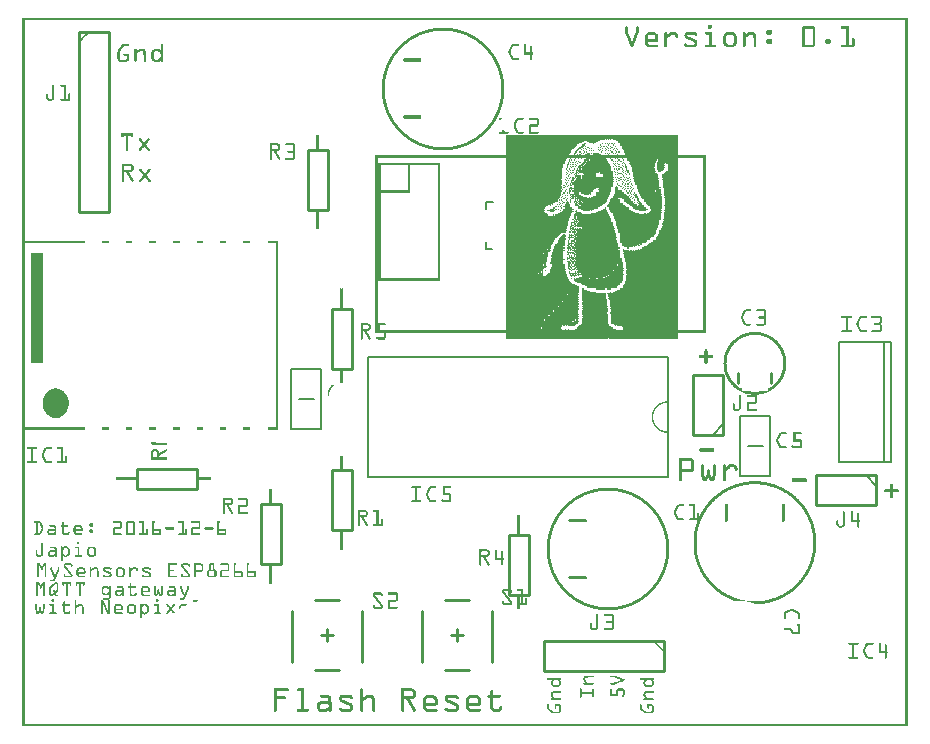
<source format=gto>
G04 MADE WITH FRITZING*
G04 WWW.FRITZING.ORG*
G04 DOUBLE SIDED*
G04 HOLES PLATED*
G04 CONTOUR ON CENTER OF CONTOUR VECTOR*
%ASAXBY*%
%FSLAX23Y23*%
%MOIN*%
%OFA0B0*%
%SFA1.0B1.0*%
%ADD10C,0.410000X0.39*%
%ADD11R,1.005000X0.405000X0.995000X0.395000*%
%ADD12C,0.005000*%
%ADD13R,0.039343X0.369546*%
%ADD14C,0.008000*%
%ADD15C,0.010000*%
%ADD16C,0.005556*%
%ADD17R,0.001000X0.001000*%
%LNSILK1*%
G90*
G70*
G54D10*
X1401Y2126D03*
X1953Y590D03*
G54D12*
X1151Y1231D02*
X2151Y1231D01*
X2151Y831D01*
X1151Y831D01*
X1151Y1231D01*
D02*
G54D13*
X48Y1395D03*
G54D14*
X922Y1091D02*
X972Y1091D01*
D02*
X897Y991D02*
X897Y1191D01*
D02*
X897Y1191D02*
X997Y1191D01*
D02*
X997Y1191D02*
X997Y991D01*
D02*
X997Y991D02*
X897Y991D01*
D02*
X2418Y934D02*
X2468Y934D01*
D02*
X2393Y834D02*
X2393Y1034D01*
D02*
X2393Y1034D02*
X2493Y1034D01*
D02*
X2493Y1034D02*
X2493Y834D01*
D02*
X2493Y834D02*
X2393Y834D01*
D02*
X2722Y881D02*
X2722Y1281D01*
D02*
X2722Y1281D02*
X2872Y1281D01*
D02*
X2872Y1281D02*
X2897Y1281D01*
D02*
X2897Y1281D02*
X2897Y881D01*
D02*
X2897Y881D02*
X2872Y881D01*
D02*
X2872Y881D02*
X2722Y881D01*
D02*
X2872Y881D02*
X2872Y1281D01*
G54D15*
D02*
X1055Y187D02*
X977Y187D01*
D02*
X1134Y384D02*
X1134Y216D01*
D02*
X898Y384D02*
X898Y216D01*
D02*
X1055Y423D02*
X977Y423D01*
D02*
X1036Y305D02*
X996Y305D01*
D02*
X1016Y285D02*
X1016Y324D01*
D02*
X1488Y187D02*
X1410Y187D01*
D02*
X1567Y384D02*
X1567Y216D01*
D02*
X1331Y384D02*
X1331Y216D01*
D02*
X1488Y423D02*
X1410Y423D01*
D02*
X1469Y305D02*
X1429Y305D01*
D02*
X1449Y285D02*
X1449Y324D01*
D02*
X1689Y638D02*
X1689Y438D01*
D02*
X1689Y438D02*
X1623Y438D01*
D02*
X1623Y438D02*
X1623Y638D01*
D02*
X1623Y638D02*
X1689Y638D01*
D02*
X953Y1723D02*
X953Y1923D01*
D02*
X953Y1923D02*
X1019Y1923D01*
D02*
X1019Y1923D02*
X1019Y1723D01*
D02*
X1019Y1723D02*
X953Y1723D01*
D02*
X796Y542D02*
X796Y742D01*
D02*
X796Y742D02*
X862Y742D01*
D02*
X862Y742D02*
X862Y542D01*
D02*
X862Y542D02*
X796Y542D01*
D02*
X381Y859D02*
X581Y859D01*
D02*
X581Y859D02*
X581Y793D01*
D02*
X581Y793D02*
X381Y793D01*
D02*
X381Y793D02*
X381Y859D01*
D02*
X1098Y1393D02*
X1098Y1193D01*
D02*
X1098Y1193D02*
X1032Y1193D01*
D02*
X1032Y1193D02*
X1032Y1393D01*
D02*
X1032Y1393D02*
X1098Y1393D01*
D02*
X1032Y654D02*
X1032Y854D01*
D02*
X1032Y854D02*
X1098Y854D01*
D02*
X1098Y854D02*
X1098Y654D01*
D02*
X1098Y654D02*
X1032Y654D01*
D02*
X2847Y837D02*
X2647Y837D01*
D02*
X2647Y837D02*
X2647Y737D01*
D02*
X2647Y737D02*
X2847Y737D01*
D02*
X2847Y737D02*
X2847Y837D01*
G54D12*
D02*
X2812Y837D02*
X2847Y802D01*
G54D15*
D02*
X2336Y973D02*
X2336Y1173D01*
D02*
X2336Y1173D02*
X2236Y1173D01*
D02*
X2236Y1173D02*
X2236Y973D01*
D02*
X2236Y973D02*
X2336Y973D01*
G54D12*
D02*
X2336Y1008D02*
X2301Y973D01*
G54D15*
D02*
X2139Y286D02*
X1739Y286D01*
D02*
X1739Y286D02*
X1739Y186D01*
D02*
X1739Y186D02*
X2139Y186D01*
D02*
X2139Y186D02*
X2139Y286D01*
D02*
X188Y2315D02*
X188Y1715D01*
D02*
X188Y1715D02*
X288Y1715D01*
D02*
X288Y1715D02*
X288Y2315D01*
D02*
X288Y2315D02*
X188Y2315D01*
G36*
X1872Y1944D02*
X1872Y1940D01*
X1865Y1940D01*
X1865Y1936D01*
X1861Y1936D01*
X1861Y1932D01*
X1857Y1932D01*
X1857Y1928D01*
X1853Y1928D01*
X1853Y1924D01*
X1850Y1924D01*
X1850Y1921D01*
X1846Y1921D01*
X1846Y1917D01*
X1842Y1917D01*
X1842Y1913D01*
X1838Y1913D01*
X1838Y1905D01*
X1834Y1905D01*
X1834Y1902D01*
X1842Y1902D01*
X1842Y1909D01*
X1846Y1909D01*
X1846Y1913D01*
X1850Y1913D01*
X1850Y1917D01*
X1853Y1917D01*
X1853Y1921D01*
X1857Y1921D01*
X1857Y1924D01*
X1861Y1924D01*
X1861Y1928D01*
X1869Y1928D01*
X1869Y1932D01*
X1872Y1932D01*
X1872Y1936D01*
X1876Y1936D01*
X1876Y1940D01*
X1880Y1940D01*
X1880Y1944D01*
X1872Y1944D01*
G37*
D02*
G36*
X1933Y1944D02*
X1933Y1940D01*
X1937Y1940D01*
X1937Y1944D01*
X1933Y1944D01*
G37*
D02*
G36*
X1941Y1944D02*
X1941Y1940D01*
X1945Y1940D01*
X1945Y1944D01*
X1941Y1944D01*
G37*
D02*
G36*
X1949Y1944D02*
X1949Y1940D01*
X1952Y1940D01*
X1952Y1944D01*
X1949Y1944D01*
G37*
D02*
G36*
X1956Y1944D02*
X1956Y1940D01*
X1960Y1940D01*
X1960Y1944D01*
X1956Y1944D01*
G37*
D02*
G36*
X1964Y1944D02*
X1964Y1940D01*
X1968Y1940D01*
X1968Y1944D01*
X1964Y1944D01*
G37*
D02*
G36*
X1971Y1944D02*
X1971Y1940D01*
X1975Y1940D01*
X1975Y1944D01*
X1971Y1944D01*
G37*
D02*
G36*
X1926Y1940D02*
X1926Y1936D01*
X1930Y1936D01*
X1930Y1940D01*
X1926Y1940D01*
G37*
D02*
G36*
X1952Y1940D02*
X1952Y1936D01*
X1956Y1936D01*
X1956Y1940D01*
X1952Y1940D01*
G37*
D02*
G36*
X1968Y1940D02*
X1968Y1936D01*
X1971Y1936D01*
X1971Y1940D01*
X1968Y1940D01*
G37*
D02*
G36*
X1876Y1936D02*
X1876Y1932D01*
X1880Y1932D01*
X1880Y1936D01*
X1876Y1936D01*
G37*
D02*
G36*
X1930Y1936D02*
X1930Y1932D01*
X1933Y1932D01*
X1933Y1936D01*
X1930Y1936D01*
G37*
D02*
G36*
X1937Y1936D02*
X1937Y1932D01*
X1941Y1932D01*
X1941Y1936D01*
X1937Y1936D01*
G37*
D02*
G36*
X1945Y1936D02*
X1945Y1932D01*
X1949Y1932D01*
X1949Y1936D01*
X1945Y1936D01*
G37*
D02*
G36*
X1960Y1936D02*
X1960Y1932D01*
X1964Y1932D01*
X1964Y1936D01*
X1960Y1936D01*
G37*
D02*
G36*
X1975Y1936D02*
X1975Y1932D01*
X1979Y1932D01*
X1979Y1936D01*
X1975Y1936D01*
G37*
D02*
G36*
X1884Y1932D02*
X1884Y1928D01*
X1888Y1928D01*
X1888Y1932D01*
X1884Y1932D01*
G37*
D02*
G36*
X1918Y1932D02*
X1918Y1928D01*
X1922Y1928D01*
X1922Y1932D01*
X1918Y1932D01*
G37*
D02*
G36*
X1926Y1932D02*
X1926Y1928D01*
X1930Y1928D01*
X1930Y1932D01*
X1926Y1932D01*
G37*
D02*
G36*
X1949Y1932D02*
X1949Y1928D01*
X1952Y1928D01*
X1952Y1932D01*
X1949Y1932D01*
G37*
D02*
G36*
X1964Y1932D02*
X1964Y1928D01*
X1968Y1928D01*
X1968Y1932D01*
X1964Y1932D01*
G37*
D02*
G36*
X1869Y1928D02*
X1869Y1924D01*
X1872Y1924D01*
X1872Y1928D01*
X1869Y1928D01*
G37*
D02*
G36*
X1876Y1928D02*
X1876Y1924D01*
X1880Y1924D01*
X1880Y1928D01*
X1876Y1928D01*
G37*
D02*
G36*
X1888Y1928D02*
X1888Y1924D01*
X1891Y1924D01*
X1891Y1928D01*
X1888Y1928D01*
G37*
D02*
G36*
X1895Y1928D02*
X1895Y1924D01*
X1899Y1924D01*
X1899Y1928D01*
X1895Y1928D01*
G37*
D02*
G36*
X1933Y1928D02*
X1933Y1924D01*
X1937Y1924D01*
X1937Y1928D01*
X1933Y1928D01*
G37*
D02*
G36*
X1941Y1928D02*
X1941Y1924D01*
X1945Y1924D01*
X1945Y1928D01*
X1941Y1928D01*
G37*
D02*
G36*
X1952Y1928D02*
X1952Y1924D01*
X1956Y1924D01*
X1956Y1928D01*
X1952Y1928D01*
G37*
D02*
G36*
X1960Y1928D02*
X1960Y1924D01*
X1964Y1924D01*
X1964Y1928D01*
X1960Y1928D01*
G37*
D02*
G36*
X1971Y1928D02*
X1971Y1924D01*
X1975Y1924D01*
X1975Y1928D01*
X1971Y1928D01*
G37*
D02*
G36*
X1979Y1928D02*
X1979Y1924D01*
X1983Y1924D01*
X1983Y1928D01*
X1979Y1928D01*
G37*
D02*
G36*
X1861Y1924D02*
X1861Y1921D01*
X1865Y1921D01*
X1865Y1924D01*
X1861Y1924D01*
G37*
D02*
G36*
X1880Y1924D02*
X1880Y1921D01*
X1884Y1921D01*
X1884Y1924D01*
X1880Y1924D01*
G37*
D02*
G36*
X1911Y1924D02*
X1911Y1921D01*
X1914Y1921D01*
X1914Y1924D01*
X1911Y1924D01*
G37*
D02*
G36*
X1918Y1924D02*
X1918Y1921D01*
X1922Y1921D01*
X1922Y1924D01*
X1918Y1924D01*
G37*
D02*
G36*
X1926Y1924D02*
X1926Y1921D01*
X1930Y1921D01*
X1930Y1924D01*
X1926Y1924D01*
G37*
D02*
G36*
X1945Y1924D02*
X1945Y1921D01*
X1949Y1921D01*
X1949Y1924D01*
X1945Y1924D01*
G37*
D02*
G36*
X1968Y1924D02*
X1968Y1921D01*
X1971Y1921D01*
X1971Y1924D01*
X1968Y1924D01*
G37*
D02*
G36*
X1983Y1924D02*
X1983Y1921D01*
X1987Y1921D01*
X1987Y1924D01*
X1983Y1924D01*
G37*
D02*
G36*
X1869Y1921D02*
X1869Y1917D01*
X1872Y1917D01*
X1872Y1921D01*
X1869Y1921D01*
G37*
D02*
G36*
X1888Y1921D02*
X1888Y1917D01*
X1891Y1917D01*
X1891Y1921D01*
X1888Y1921D01*
G37*
D02*
G36*
X1895Y1921D02*
X1895Y1917D01*
X1899Y1917D01*
X1899Y1921D01*
X1895Y1921D01*
G37*
D02*
G36*
X1903Y1921D02*
X1903Y1917D01*
X1907Y1917D01*
X1907Y1921D01*
X1903Y1921D01*
G37*
D02*
G36*
X1922Y1921D02*
X1922Y1917D01*
X1926Y1917D01*
X1926Y1921D01*
X1922Y1921D01*
G37*
D02*
G36*
X1933Y1921D02*
X1933Y1917D01*
X1937Y1917D01*
X1937Y1921D01*
X1933Y1921D01*
G37*
D02*
G36*
X1941Y1921D02*
X1941Y1917D01*
X1945Y1917D01*
X1945Y1921D01*
X1941Y1921D01*
G37*
D02*
G36*
X1952Y1921D02*
X1952Y1917D01*
X1956Y1917D01*
X1956Y1921D01*
X1952Y1921D01*
G37*
D02*
G36*
X1960Y1921D02*
X1960Y1917D01*
X1964Y1917D01*
X1964Y1921D01*
X1960Y1921D01*
G37*
D02*
G36*
X1975Y1921D02*
X1975Y1917D01*
X1979Y1917D01*
X1979Y1921D01*
X1975Y1921D01*
G37*
D02*
G36*
X1857Y1917D02*
X1857Y1913D01*
X1861Y1913D01*
X1861Y1917D01*
X1857Y1917D01*
G37*
D02*
G36*
X1872Y1917D02*
X1872Y1913D01*
X1876Y1913D01*
X1876Y1917D01*
X1872Y1917D01*
G37*
D02*
G36*
X1880Y1917D02*
X1880Y1913D01*
X1884Y1913D01*
X1884Y1917D01*
X1880Y1917D01*
G37*
D02*
G36*
X1930Y1917D02*
X1930Y1913D01*
X1933Y1913D01*
X1933Y1917D01*
X1930Y1917D01*
G37*
D02*
G36*
X1964Y1917D02*
X1964Y1913D01*
X1968Y1913D01*
X1968Y1917D01*
X1964Y1917D01*
G37*
D02*
G36*
X1979Y1917D02*
X1979Y1913D01*
X1983Y1913D01*
X1983Y1917D01*
X1979Y1917D01*
G37*
D02*
G36*
X1987Y1917D02*
X1987Y1913D01*
X1991Y1913D01*
X1991Y1917D01*
X1987Y1917D01*
G37*
D02*
G36*
X1861Y1913D02*
X1861Y1909D01*
X1865Y1909D01*
X1865Y1913D01*
X1861Y1913D01*
G37*
D02*
G36*
X1869Y1913D02*
X1869Y1909D01*
X1872Y1909D01*
X1872Y1913D01*
X1869Y1913D01*
G37*
D02*
G36*
X1884Y1913D02*
X1884Y1909D01*
X1876Y1909D01*
X1876Y1905D01*
X1872Y1905D01*
X1872Y1902D01*
X1884Y1902D01*
X1884Y1905D01*
X1891Y1905D01*
X1891Y1913D01*
X1884Y1913D01*
G37*
D02*
G36*
X1895Y1913D02*
X1895Y1909D01*
X1899Y1909D01*
X1899Y1913D01*
X1895Y1913D01*
G37*
D02*
G36*
X1941Y1913D02*
X1941Y1909D01*
X1945Y1909D01*
X1945Y1913D01*
X1941Y1913D01*
G37*
D02*
G36*
X1949Y1913D02*
X1949Y1909D01*
X1952Y1909D01*
X1952Y1913D01*
X1949Y1913D01*
G37*
D02*
G36*
X1956Y1913D02*
X1956Y1909D01*
X1960Y1909D01*
X1960Y1913D01*
X1956Y1913D01*
G37*
D02*
G36*
X1968Y1913D02*
X1968Y1909D01*
X1971Y1909D01*
X1971Y1913D01*
X1968Y1913D01*
G37*
D02*
G36*
X1975Y1913D02*
X1975Y1909D01*
X1979Y1909D01*
X1979Y1913D01*
X1975Y1913D01*
G37*
D02*
G36*
X1850Y1909D02*
X1850Y1902D01*
X1853Y1902D01*
X1853Y1909D01*
X1850Y1909D01*
G37*
D02*
G36*
X1857Y1909D02*
X1857Y1905D01*
X1861Y1905D01*
X1861Y1909D01*
X1857Y1909D01*
G37*
D02*
G36*
X1952Y1909D02*
X1952Y1905D01*
X1956Y1905D01*
X1956Y1909D01*
X1952Y1909D01*
G37*
D02*
G36*
X1983Y1909D02*
X1983Y1905D01*
X1987Y1905D01*
X1987Y1909D01*
X1983Y1909D01*
G37*
D02*
G36*
X1991Y1909D02*
X1991Y1905D01*
X1994Y1905D01*
X1994Y1909D01*
X1991Y1909D01*
G37*
D02*
G36*
X1865Y1905D02*
X1865Y1902D01*
X1869Y1902D01*
X1869Y1905D01*
X1865Y1905D01*
G37*
D02*
G36*
X1949Y1905D02*
X1949Y1902D01*
X1952Y1902D01*
X1952Y1905D01*
X1949Y1905D01*
G37*
D02*
G36*
X1960Y1905D02*
X1960Y1902D01*
X1964Y1902D01*
X1964Y1905D01*
X1960Y1905D01*
G37*
D02*
G36*
X1968Y1905D02*
X1968Y1902D01*
X1971Y1902D01*
X1971Y1905D01*
X1968Y1905D01*
G37*
D02*
G36*
X1975Y1905D02*
X1975Y1902D01*
X1979Y1902D01*
X1979Y1905D01*
X1975Y1905D01*
G37*
D02*
G36*
X1994Y1905D02*
X1994Y1902D01*
X1998Y1902D01*
X1998Y1905D01*
X1994Y1905D01*
G37*
D02*
G36*
X1830Y1902D02*
X1830Y1898D01*
X1834Y1898D01*
X1834Y1902D01*
X1830Y1902D01*
G37*
D02*
G36*
X1842Y1902D02*
X1842Y1898D01*
X1846Y1898D01*
X1846Y1902D01*
X1842Y1902D01*
G37*
D02*
G36*
X1857Y1902D02*
X1857Y1898D01*
X1861Y1898D01*
X1861Y1902D01*
X1857Y1902D01*
G37*
D02*
G36*
X1869Y1902D02*
X1869Y1898D01*
X1872Y1898D01*
X1872Y1902D01*
X1869Y1902D01*
G37*
D02*
G36*
X1964Y1902D02*
X1964Y1898D01*
X1968Y1898D01*
X1968Y1902D01*
X1964Y1902D01*
G37*
D02*
G36*
X1979Y1902D02*
X1979Y1898D01*
X1983Y1898D01*
X1983Y1902D01*
X1979Y1902D01*
G37*
D02*
G36*
X1987Y1902D02*
X1987Y1898D01*
X1991Y1898D01*
X1991Y1902D01*
X1987Y1902D01*
G37*
D02*
G36*
X1998Y1902D02*
X1998Y1898D01*
X2002Y1898D01*
X2002Y1902D01*
X1998Y1902D01*
G37*
D02*
G36*
X1827Y1898D02*
X1827Y1890D01*
X1830Y1890D01*
X1830Y1898D01*
X1827Y1898D01*
G37*
D02*
G36*
X1834Y1898D02*
X1834Y1894D01*
X1838Y1894D01*
X1838Y1898D01*
X1834Y1898D01*
G37*
D02*
G36*
X1850Y1898D02*
X1850Y1894D01*
X1853Y1894D01*
X1853Y1898D01*
X1850Y1898D01*
G37*
D02*
G36*
X1865Y1898D02*
X1865Y1894D01*
X1869Y1894D01*
X1869Y1898D01*
X1865Y1898D01*
G37*
D02*
G36*
X1956Y1898D02*
X1956Y1894D01*
X1960Y1894D01*
X1960Y1898D01*
X1956Y1898D01*
G37*
D02*
G36*
X1971Y1898D02*
X1971Y1894D01*
X1975Y1894D01*
X1975Y1898D01*
X1971Y1898D01*
G37*
D02*
G36*
X1991Y1898D02*
X1991Y1894D01*
X1994Y1894D01*
X1994Y1898D01*
X1991Y1898D01*
G37*
D02*
G36*
X1842Y1894D02*
X1842Y1890D01*
X1846Y1890D01*
X1846Y1894D01*
X1842Y1894D01*
G37*
D02*
G36*
X1853Y1894D02*
X1853Y1890D01*
X1857Y1890D01*
X1857Y1894D01*
X1853Y1894D01*
G37*
D02*
G36*
X1861Y1894D02*
X1861Y1890D01*
X1865Y1890D01*
X1865Y1894D01*
X1861Y1894D01*
G37*
D02*
G36*
X1960Y1894D02*
X1960Y1890D01*
X1964Y1890D01*
X1964Y1894D01*
X1960Y1894D01*
G37*
D02*
G36*
X1975Y1894D02*
X1975Y1890D01*
X1979Y1890D01*
X1979Y1894D01*
X1975Y1894D01*
G37*
D02*
G36*
X1983Y1894D02*
X1983Y1890D01*
X1987Y1890D01*
X1987Y1894D01*
X1983Y1894D01*
G37*
D02*
G36*
X1998Y1894D02*
X1998Y1890D01*
X2002Y1890D01*
X2002Y1894D01*
X1998Y1894D01*
G37*
D02*
G36*
X1823Y1890D02*
X1823Y1883D01*
X1827Y1883D01*
X1827Y1890D01*
X1823Y1890D01*
G37*
D02*
G36*
X1830Y1890D02*
X1830Y1886D01*
X1834Y1886D01*
X1834Y1890D01*
X1830Y1890D01*
G37*
D02*
G36*
X1838Y1890D02*
X1838Y1886D01*
X1842Y1886D01*
X1842Y1890D01*
X1838Y1890D01*
G37*
D02*
G36*
X1964Y1890D02*
X1964Y1886D01*
X1968Y1886D01*
X1968Y1890D01*
X1964Y1890D01*
G37*
D02*
G36*
X1987Y1890D02*
X1987Y1886D01*
X1991Y1886D01*
X1991Y1890D01*
X1987Y1890D01*
G37*
D02*
G36*
X2002Y1890D02*
X2002Y1886D01*
X2006Y1886D01*
X2006Y1890D01*
X2002Y1890D01*
G37*
D02*
G36*
X1846Y1886D02*
X1846Y1883D01*
X1850Y1883D01*
X1850Y1886D01*
X1846Y1886D01*
G37*
D02*
G36*
X1853Y1886D02*
X1853Y1883D01*
X1857Y1883D01*
X1857Y1886D01*
X1853Y1886D01*
G37*
D02*
G36*
X1968Y1886D02*
X1968Y1883D01*
X1971Y1883D01*
X1971Y1886D01*
X1968Y1886D01*
G37*
D02*
G36*
X1975Y1886D02*
X1975Y1883D01*
X1979Y1883D01*
X1979Y1886D01*
X1975Y1886D01*
G37*
D02*
G36*
X1983Y1886D02*
X1983Y1883D01*
X1987Y1883D01*
X1987Y1886D01*
X1983Y1886D01*
G37*
D02*
G36*
X1994Y1886D02*
X1994Y1883D01*
X1998Y1883D01*
X1998Y1886D01*
X1994Y1886D01*
G37*
D02*
G36*
X1819Y1883D02*
X1819Y1875D01*
X1815Y1875D01*
X1815Y1860D01*
X1819Y1860D01*
X1819Y1871D01*
X1823Y1871D01*
X1823Y1883D01*
X1819Y1883D01*
G37*
D02*
G36*
X1827Y1883D02*
X1827Y1879D01*
X1830Y1879D01*
X1830Y1883D01*
X1827Y1883D01*
G37*
D02*
G36*
X1834Y1883D02*
X1834Y1879D01*
X1838Y1879D01*
X1838Y1883D01*
X1834Y1883D01*
G37*
D02*
G36*
X1842Y1883D02*
X1842Y1879D01*
X1846Y1879D01*
X1846Y1883D01*
X1842Y1883D01*
G37*
D02*
G36*
X1857Y1883D02*
X1857Y1879D01*
X1861Y1879D01*
X1861Y1883D01*
X1857Y1883D01*
G37*
D02*
G36*
X1991Y1883D02*
X1991Y1879D01*
X1994Y1879D01*
X1994Y1883D01*
X1991Y1883D01*
G37*
D02*
G36*
X2002Y1883D02*
X2002Y1879D01*
X2006Y1879D01*
X2006Y1883D01*
X2002Y1883D01*
G37*
D02*
G36*
X1850Y1879D02*
X1850Y1875D01*
X1853Y1875D01*
X1853Y1879D01*
X1850Y1879D01*
G37*
D02*
G36*
X1968Y1879D02*
X1968Y1875D01*
X1971Y1875D01*
X1971Y1879D01*
X1968Y1879D01*
G37*
D02*
G36*
X1975Y1879D02*
X1975Y1875D01*
X1979Y1875D01*
X1979Y1879D01*
X1975Y1879D01*
G37*
D02*
G36*
X1983Y1879D02*
X1983Y1875D01*
X1987Y1875D01*
X1987Y1879D01*
X1983Y1879D01*
G37*
D02*
G36*
X1998Y1879D02*
X1998Y1875D01*
X2002Y1875D01*
X2002Y1879D01*
X1998Y1879D01*
G37*
D02*
G36*
X2006Y1879D02*
X2006Y1875D01*
X2010Y1875D01*
X2010Y1879D01*
X2006Y1879D01*
G37*
D02*
G36*
X1827Y1875D02*
X1827Y1871D01*
X1830Y1871D01*
X1830Y1875D01*
X1827Y1875D01*
G37*
D02*
G36*
X1834Y1875D02*
X1834Y1871D01*
X1838Y1871D01*
X1838Y1875D01*
X1834Y1875D01*
G37*
D02*
G36*
X1842Y1875D02*
X1842Y1871D01*
X1846Y1871D01*
X1846Y1875D01*
X1842Y1875D01*
G37*
D02*
G36*
X1971Y1875D02*
X1971Y1871D01*
X1975Y1871D01*
X1975Y1875D01*
X1971Y1875D01*
G37*
D02*
G36*
X1987Y1875D02*
X1987Y1871D01*
X1991Y1871D01*
X1991Y1875D01*
X1987Y1875D01*
G37*
D02*
G36*
X2010Y1875D02*
X2010Y1860D01*
X2013Y1860D01*
X2013Y1852D01*
X2017Y1852D01*
X2017Y1844D01*
X2021Y1844D01*
X2021Y1856D01*
X2017Y1856D01*
X2017Y1867D01*
X2013Y1867D01*
X2013Y1875D01*
X2010Y1875D01*
G37*
D02*
G36*
X1846Y1871D02*
X1846Y1867D01*
X1850Y1867D01*
X1850Y1871D01*
X1846Y1871D01*
G37*
D02*
G36*
X1975Y1871D02*
X1975Y1867D01*
X1979Y1867D01*
X1979Y1871D01*
X1975Y1871D01*
G37*
D02*
G36*
X1991Y1871D02*
X1991Y1867D01*
X1994Y1867D01*
X1994Y1871D01*
X1991Y1871D01*
G37*
D02*
G36*
X1998Y1871D02*
X1998Y1867D01*
X2002Y1867D01*
X2002Y1871D01*
X1998Y1871D01*
G37*
D02*
G36*
X1827Y1867D02*
X1827Y1864D01*
X1830Y1864D01*
X1830Y1867D01*
X1827Y1867D01*
G37*
D02*
G36*
X1834Y1867D02*
X1834Y1864D01*
X1838Y1864D01*
X1838Y1867D01*
X1834Y1867D01*
G37*
D02*
G36*
X1842Y1867D02*
X1842Y1864D01*
X1846Y1864D01*
X1846Y1867D01*
X1842Y1867D01*
G37*
D02*
G36*
X1968Y1867D02*
X1968Y1864D01*
X1971Y1864D01*
X1971Y1867D01*
X1968Y1867D01*
G37*
D02*
G36*
X1979Y1867D02*
X1979Y1864D01*
X1983Y1864D01*
X1983Y1867D01*
X1979Y1867D01*
G37*
D02*
G36*
X1987Y1867D02*
X1987Y1864D01*
X1991Y1864D01*
X1991Y1867D01*
X1987Y1867D01*
G37*
D02*
G36*
X2002Y1867D02*
X2002Y1864D01*
X2006Y1864D01*
X2006Y1867D01*
X2002Y1867D01*
G37*
D02*
G36*
X1830Y1864D02*
X1830Y1860D01*
X1834Y1860D01*
X1834Y1864D01*
X1830Y1864D01*
G37*
D02*
G36*
X1994Y1864D02*
X1994Y1860D01*
X1998Y1860D01*
X1998Y1864D01*
X1994Y1864D01*
G37*
D02*
G36*
X1811Y1860D02*
X1811Y1856D01*
X1815Y1856D01*
X1815Y1860D01*
X1811Y1860D01*
G37*
D02*
G36*
X1823Y1860D02*
X1823Y1856D01*
X1827Y1856D01*
X1827Y1860D01*
X1823Y1860D01*
G37*
D02*
G36*
X1838Y1860D02*
X1838Y1856D01*
X1842Y1856D01*
X1842Y1860D01*
X1838Y1860D01*
G37*
D02*
G36*
X1971Y1860D02*
X1971Y1856D01*
X1975Y1856D01*
X1975Y1860D01*
X1971Y1860D01*
G37*
D02*
G36*
X1979Y1860D02*
X1979Y1856D01*
X1983Y1856D01*
X1983Y1860D01*
X1979Y1860D01*
G37*
D02*
G36*
X1987Y1860D02*
X1987Y1856D01*
X1991Y1856D01*
X1991Y1860D01*
X1987Y1860D01*
G37*
D02*
G36*
X1998Y1860D02*
X1998Y1856D01*
X2002Y1856D01*
X2002Y1860D01*
X1998Y1860D01*
G37*
D02*
G36*
X1815Y1856D02*
X1815Y1852D01*
X1819Y1852D01*
X1819Y1856D01*
X1815Y1856D01*
G37*
D02*
G36*
X1827Y1856D02*
X1827Y1852D01*
X1830Y1852D01*
X1830Y1856D01*
X1827Y1856D01*
G37*
D02*
G36*
X1834Y1856D02*
X1834Y1852D01*
X1838Y1852D01*
X1838Y1856D01*
X1834Y1856D01*
G37*
D02*
G36*
X1983Y1856D02*
X1983Y1852D01*
X1987Y1852D01*
X1987Y1856D01*
X1983Y1856D01*
G37*
D02*
G36*
X2002Y1856D02*
X2002Y1852D01*
X2006Y1852D01*
X2006Y1856D01*
X2002Y1856D01*
G37*
D02*
G36*
X1819Y1852D02*
X1819Y1848D01*
X1823Y1848D01*
X1823Y1852D01*
X1819Y1852D01*
G37*
D02*
G36*
X1971Y1852D02*
X1971Y1848D01*
X1975Y1848D01*
X1975Y1852D01*
X1971Y1852D01*
G37*
D02*
G36*
X1991Y1852D02*
X1991Y1848D01*
X1994Y1848D01*
X1994Y1852D01*
X1991Y1852D01*
G37*
D02*
G36*
X1998Y1852D02*
X1998Y1848D01*
X2002Y1848D01*
X2002Y1852D01*
X1998Y1852D01*
G37*
D02*
G36*
X2010Y1852D02*
X2010Y1848D01*
X2013Y1848D01*
X2013Y1852D01*
X2010Y1852D01*
G37*
D02*
G36*
X1811Y1848D02*
X1811Y1844D01*
X1815Y1844D01*
X1815Y1848D01*
X1811Y1848D01*
G37*
D02*
G36*
X1827Y1848D02*
X1827Y1844D01*
X1830Y1844D01*
X1830Y1848D01*
X1827Y1848D01*
G37*
D02*
G36*
X1834Y1848D02*
X1834Y1844D01*
X1838Y1844D01*
X1838Y1848D01*
X1834Y1848D01*
G37*
D02*
G36*
X1975Y1848D02*
X1975Y1844D01*
X1979Y1844D01*
X1979Y1848D01*
X1975Y1848D01*
G37*
D02*
G36*
X1983Y1848D02*
X1983Y1844D01*
X1987Y1844D01*
X1987Y1848D01*
X1983Y1848D01*
G37*
D02*
G36*
X2002Y1848D02*
X2002Y1844D01*
X2006Y1844D01*
X2006Y1848D01*
X2002Y1848D01*
G37*
D02*
G36*
X1815Y1844D02*
X1815Y1841D01*
X1819Y1841D01*
X1819Y1844D01*
X1815Y1844D01*
G37*
D02*
G36*
X1830Y1844D02*
X1830Y1841D01*
X1834Y1841D01*
X1834Y1844D01*
X1830Y1844D01*
G37*
D02*
G36*
X1853Y1844D02*
X1853Y1841D01*
X1857Y1841D01*
X1857Y1844D01*
X1853Y1844D01*
G37*
D02*
G36*
X1987Y1844D02*
X1987Y1841D01*
X1991Y1841D01*
X1991Y1844D01*
X1987Y1844D01*
G37*
D02*
G36*
X1994Y1844D02*
X1994Y1841D01*
X1998Y1841D01*
X1998Y1844D01*
X1994Y1844D01*
G37*
D02*
G36*
X2010Y1844D02*
X2010Y1841D01*
X2013Y1841D01*
X2013Y1844D01*
X2010Y1844D01*
G37*
D02*
G36*
X2021Y1844D02*
X2021Y1837D01*
X2025Y1837D01*
X2025Y1844D01*
X2021Y1844D01*
G37*
D02*
G36*
X1811Y1841D02*
X1811Y1837D01*
X1815Y1837D01*
X1815Y1841D01*
X1811Y1841D01*
G37*
D02*
G36*
X1823Y1841D02*
X1823Y1837D01*
X1827Y1837D01*
X1827Y1841D01*
X1823Y1841D01*
G37*
D02*
G36*
X1838Y1841D02*
X1838Y1837D01*
X1842Y1837D01*
X1842Y1841D01*
X1838Y1841D01*
G37*
D02*
G36*
X1975Y1841D02*
X1975Y1837D01*
X1979Y1837D01*
X1979Y1841D01*
X1975Y1841D01*
G37*
D02*
G36*
X1983Y1841D02*
X1983Y1837D01*
X1987Y1837D01*
X1987Y1841D01*
X1983Y1841D01*
G37*
D02*
G36*
X1998Y1841D02*
X1998Y1837D01*
X2002Y1837D01*
X2002Y1841D01*
X1998Y1841D01*
G37*
D02*
G36*
X2013Y1841D02*
X2013Y1837D01*
X2017Y1837D01*
X2017Y1841D01*
X2013Y1841D01*
G37*
D02*
G36*
X1819Y1837D02*
X1819Y1833D01*
X1823Y1833D01*
X1823Y1837D01*
X1819Y1837D01*
G37*
D02*
G36*
X1991Y1837D02*
X1991Y1833D01*
X1994Y1833D01*
X1994Y1837D01*
X1991Y1837D01*
G37*
D02*
G36*
X2002Y1837D02*
X2002Y1833D01*
X2006Y1833D01*
X2006Y1837D01*
X2002Y1837D01*
G37*
D02*
G36*
X1811Y1833D02*
X1811Y1829D01*
X1815Y1829D01*
X1815Y1833D01*
X1811Y1833D01*
G37*
D02*
G36*
X1827Y1833D02*
X1827Y1829D01*
X1830Y1829D01*
X1830Y1833D01*
X1827Y1833D01*
G37*
D02*
G36*
X1975Y1833D02*
X1975Y1829D01*
X1979Y1829D01*
X1979Y1833D01*
X1975Y1833D01*
G37*
D02*
G36*
X1983Y1833D02*
X1983Y1829D01*
X1987Y1829D01*
X1987Y1833D01*
X1983Y1833D01*
G37*
D02*
G36*
X1994Y1833D02*
X1994Y1829D01*
X1998Y1829D01*
X1998Y1833D01*
X1994Y1833D01*
G37*
D02*
G36*
X2006Y1833D02*
X2006Y1829D01*
X2010Y1829D01*
X2010Y1833D01*
X2006Y1833D01*
G37*
D02*
G36*
X2013Y1833D02*
X2013Y1829D01*
X2017Y1829D01*
X2017Y1833D01*
X2013Y1833D01*
G37*
D02*
G36*
X2021Y1833D02*
X2021Y1829D01*
X2025Y1829D01*
X2025Y1833D01*
X2021Y1833D01*
G37*
D02*
G36*
X1815Y1829D02*
X1815Y1825D01*
X1819Y1825D01*
X1819Y1829D01*
X1815Y1829D01*
G37*
D02*
G36*
X1823Y1829D02*
X1823Y1825D01*
X1827Y1825D01*
X1827Y1829D01*
X1823Y1829D01*
G37*
D02*
G36*
X1987Y1829D02*
X1987Y1825D01*
X1991Y1825D01*
X1991Y1829D01*
X1987Y1829D01*
G37*
D02*
G36*
X2017Y1829D02*
X2017Y1825D01*
X2021Y1825D01*
X2021Y1829D01*
X2017Y1829D01*
G37*
D02*
G36*
X1808Y1825D02*
X1808Y1822D01*
X1811Y1822D01*
X1811Y1825D01*
X1808Y1825D01*
G37*
D02*
G36*
X1979Y1825D02*
X1979Y1822D01*
X1983Y1822D01*
X1983Y1825D01*
X1979Y1825D01*
G37*
D02*
G36*
X1994Y1825D02*
X1994Y1822D01*
X1998Y1822D01*
X1998Y1825D01*
X1994Y1825D01*
G37*
D02*
G36*
X2002Y1825D02*
X2002Y1822D01*
X2006Y1822D01*
X2006Y1825D01*
X2002Y1825D01*
G37*
D02*
G36*
X2010Y1825D02*
X2010Y1822D01*
X2013Y1822D01*
X2013Y1825D01*
X2010Y1825D01*
G37*
D02*
G36*
X2025Y1825D02*
X2025Y1822D01*
X2029Y1822D01*
X2029Y1825D01*
X2025Y1825D01*
G37*
D02*
G36*
X1811Y1822D02*
X1811Y1818D01*
X1815Y1818D01*
X1815Y1822D01*
X1811Y1822D01*
G37*
D02*
G36*
X1819Y1822D02*
X1819Y1818D01*
X1823Y1818D01*
X1823Y1822D01*
X1819Y1822D01*
G37*
D02*
G36*
X1987Y1822D02*
X1987Y1818D01*
X1991Y1818D01*
X1991Y1822D01*
X1987Y1822D01*
G37*
D02*
G36*
X2006Y1822D02*
X2006Y1818D01*
X2010Y1818D01*
X2010Y1822D01*
X2006Y1822D01*
G37*
D02*
G36*
X2017Y1822D02*
X2017Y1818D01*
X2021Y1818D01*
X2021Y1822D01*
X2017Y1822D01*
G37*
D02*
G36*
X1979Y1818D02*
X1979Y1814D01*
X1983Y1814D01*
X1983Y1818D01*
X1979Y1818D01*
G37*
D02*
G36*
X1991Y1818D02*
X1991Y1814D01*
X1994Y1814D01*
X1994Y1818D01*
X1991Y1818D01*
G37*
D02*
G36*
X1998Y1818D02*
X1998Y1814D01*
X2002Y1814D01*
X2002Y1818D01*
X1998Y1818D01*
G37*
D02*
G36*
X2013Y1818D02*
X2013Y1814D01*
X2017Y1814D01*
X2017Y1818D01*
X2013Y1818D01*
G37*
D02*
G36*
X2025Y1818D02*
X2025Y1814D01*
X2029Y1814D01*
X2029Y1818D01*
X2025Y1818D01*
G37*
D02*
G36*
X1808Y1814D02*
X1808Y1810D01*
X1811Y1810D01*
X1811Y1814D01*
X1808Y1814D01*
G37*
D02*
G36*
X1815Y1814D02*
X1815Y1810D01*
X1819Y1810D01*
X1819Y1814D01*
X1815Y1814D01*
G37*
D02*
G36*
X2002Y1814D02*
X2002Y1810D01*
X2006Y1810D01*
X2006Y1814D01*
X2002Y1814D01*
G37*
D02*
G36*
X2021Y1814D02*
X2021Y1810D01*
X2025Y1810D01*
X2025Y1814D01*
X2021Y1814D01*
G37*
D02*
G36*
X1811Y1810D02*
X1811Y1806D01*
X1815Y1806D01*
X1815Y1810D01*
X1811Y1810D01*
G37*
D02*
G36*
X1827Y1810D02*
X1827Y1803D01*
X1834Y1803D01*
X1834Y1806D01*
X1830Y1806D01*
X1830Y1810D01*
X1827Y1810D01*
G37*
D02*
G36*
X1983Y1810D02*
X1983Y1806D01*
X1987Y1806D01*
X1987Y1810D01*
X1983Y1810D01*
G37*
D02*
G36*
X1991Y1810D02*
X1991Y1806D01*
X1994Y1806D01*
X1994Y1810D01*
X1991Y1810D01*
G37*
D02*
G36*
X1998Y1810D02*
X1998Y1806D01*
X2002Y1806D01*
X2002Y1810D01*
X1998Y1810D01*
G37*
D02*
G36*
X2010Y1810D02*
X2010Y1806D01*
X2013Y1806D01*
X2013Y1810D01*
X2010Y1810D01*
G37*
D02*
G36*
X2017Y1810D02*
X2017Y1806D01*
X2021Y1806D01*
X2021Y1810D01*
X2017Y1810D01*
G37*
D02*
G36*
X2029Y1810D02*
X2029Y1806D01*
X2032Y1806D01*
X2032Y1810D01*
X2029Y1810D01*
G37*
D02*
G36*
X1804Y1806D02*
X1804Y1803D01*
X1808Y1803D01*
X1808Y1806D01*
X1804Y1806D01*
G37*
D02*
G36*
X1819Y1806D02*
X1819Y1803D01*
X1823Y1803D01*
X1823Y1806D01*
X1819Y1806D01*
G37*
D02*
G36*
X1987Y1806D02*
X1987Y1803D01*
X1991Y1803D01*
X1991Y1806D01*
X1987Y1806D01*
G37*
D02*
G36*
X2006Y1806D02*
X2006Y1803D01*
X2010Y1803D01*
X2010Y1806D01*
X2006Y1806D01*
G37*
D02*
G36*
X2032Y1806D02*
X2032Y1803D01*
X2036Y1803D01*
X2036Y1806D01*
X2032Y1806D01*
G37*
D02*
G36*
X1808Y1803D02*
X1808Y1799D01*
X1811Y1799D01*
X1811Y1803D01*
X1808Y1803D01*
G37*
D02*
G36*
X1815Y1803D02*
X1815Y1799D01*
X1819Y1799D01*
X1819Y1803D01*
X1815Y1803D01*
G37*
D02*
G36*
X1994Y1803D02*
X1994Y1799D01*
X1998Y1799D01*
X1998Y1803D01*
X1994Y1803D01*
G37*
D02*
G36*
X2010Y1803D02*
X2010Y1799D01*
X2013Y1799D01*
X2013Y1803D01*
X2010Y1803D01*
G37*
D02*
G36*
X2017Y1803D02*
X2017Y1799D01*
X2021Y1799D01*
X2021Y1803D01*
X2017Y1803D01*
G37*
D02*
G36*
X2025Y1803D02*
X2025Y1799D01*
X2029Y1799D01*
X2029Y1803D01*
X2025Y1803D01*
G37*
D02*
G36*
X1804Y1799D02*
X1804Y1795D01*
X1808Y1795D01*
X1808Y1799D01*
X1804Y1799D01*
G37*
D02*
G36*
X1911Y1917D02*
X1911Y1913D01*
X1903Y1913D01*
X1903Y1905D01*
X1895Y1905D01*
X1895Y1902D01*
X1891Y1902D01*
X1891Y1898D01*
X1884Y1898D01*
X1884Y1894D01*
X1880Y1894D01*
X1880Y1890D01*
X1891Y1890D01*
X1891Y1886D01*
X1949Y1886D01*
X1949Y1890D01*
X1945Y1890D01*
X1945Y1894D01*
X1941Y1894D01*
X1941Y1898D01*
X1937Y1898D01*
X1937Y1902D01*
X1930Y1902D01*
X1930Y1909D01*
X1922Y1909D01*
X1922Y1913D01*
X1914Y1913D01*
X1914Y1917D01*
X1911Y1917D01*
G37*
D02*
G36*
X1872Y1890D02*
X1872Y1883D01*
X1880Y1883D01*
X1880Y1886D01*
X1888Y1886D01*
X1888Y1890D01*
X1872Y1890D01*
G37*
D02*
G36*
X1884Y1886D02*
X1884Y1883D01*
X1952Y1883D01*
X1952Y1886D01*
X1884Y1886D01*
G37*
D02*
G36*
X1884Y1886D02*
X1884Y1883D01*
X1952Y1883D01*
X1952Y1886D01*
X1884Y1886D01*
G37*
D02*
G36*
X1869Y1883D02*
X1869Y1879D01*
X1952Y1879D01*
X1952Y1883D01*
X1869Y1883D01*
G37*
D02*
G36*
X1869Y1883D02*
X1869Y1879D01*
X1952Y1879D01*
X1952Y1883D01*
X1869Y1883D01*
G37*
D02*
G36*
X1865Y1879D02*
X1865Y1875D01*
X1861Y1875D01*
X1861Y1871D01*
X1857Y1871D01*
X1857Y1867D01*
X1853Y1867D01*
X1853Y1864D01*
X1861Y1864D01*
X1861Y1867D01*
X1869Y1867D01*
X1869Y1871D01*
X1872Y1871D01*
X1872Y1875D01*
X1876Y1875D01*
X1876Y1879D01*
X1865Y1879D01*
G37*
D02*
G36*
X1880Y1879D02*
X1880Y1875D01*
X1956Y1875D01*
X1956Y1879D01*
X1880Y1879D01*
G37*
D02*
G36*
X1876Y1875D02*
X1876Y1871D01*
X1960Y1871D01*
X1960Y1875D01*
X1876Y1875D01*
G37*
D02*
G36*
X1872Y1871D02*
X1872Y1867D01*
X1960Y1867D01*
X1960Y1871D01*
X1872Y1871D01*
G37*
D02*
G36*
X1865Y1867D02*
X1865Y1864D01*
X1964Y1864D01*
X1964Y1867D01*
X1865Y1867D01*
G37*
D02*
G36*
X1865Y1867D02*
X1865Y1864D01*
X1964Y1864D01*
X1964Y1867D01*
X1865Y1867D01*
G37*
D02*
G36*
X1853Y1864D02*
X1853Y1860D01*
X1964Y1860D01*
X1964Y1864D01*
X1853Y1864D01*
G37*
D02*
G36*
X1853Y1864D02*
X1853Y1860D01*
X1964Y1860D01*
X1964Y1864D01*
X1853Y1864D01*
G37*
D02*
G36*
X1850Y1860D02*
X1850Y1856D01*
X1853Y1856D01*
X1853Y1860D01*
X1850Y1860D01*
G37*
D02*
G36*
X1857Y1860D02*
X1857Y1856D01*
X1861Y1856D01*
X1861Y1860D01*
X1857Y1860D01*
G37*
D02*
G36*
X1865Y1860D02*
X1865Y1856D01*
X1964Y1856D01*
X1964Y1860D01*
X1865Y1860D01*
G37*
D02*
G36*
X1846Y1856D02*
X1846Y1852D01*
X1964Y1852D01*
X1964Y1856D01*
X1846Y1856D01*
G37*
D02*
G36*
X1846Y1856D02*
X1846Y1852D01*
X1964Y1852D01*
X1964Y1856D01*
X1846Y1856D01*
G37*
D02*
G36*
X1846Y1856D02*
X1846Y1852D01*
X1964Y1852D01*
X1964Y1856D01*
X1846Y1856D01*
G37*
D02*
G36*
X1846Y1852D02*
X1846Y1848D01*
X1850Y1848D01*
X1850Y1852D01*
X1846Y1852D01*
G37*
D02*
G36*
X1853Y1852D02*
X1853Y1848D01*
X1926Y1848D01*
X1926Y1841D01*
X1937Y1841D01*
X1937Y1833D01*
X1968Y1833D01*
X1968Y1852D01*
X1853Y1852D01*
G37*
D02*
G36*
X1846Y1848D02*
X1846Y1844D01*
X1842Y1844D01*
X1842Y1841D01*
X1846Y1841D01*
X1846Y1837D01*
X1842Y1837D01*
X1842Y1833D01*
X1850Y1833D01*
X1850Y1829D01*
X1861Y1829D01*
X1861Y1837D01*
X1850Y1837D01*
X1850Y1844D01*
X1853Y1844D01*
X1853Y1848D01*
X1846Y1848D01*
G37*
D02*
G36*
X1857Y1848D02*
X1857Y1844D01*
X1869Y1844D01*
X1869Y1841D01*
X1872Y1841D01*
X1872Y1837D01*
X1865Y1837D01*
X1865Y1833D01*
X1911Y1833D01*
X1911Y1837D01*
X1914Y1837D01*
X1914Y1844D01*
X1922Y1844D01*
X1922Y1848D01*
X1857Y1848D01*
G37*
D02*
G36*
X1834Y1833D02*
X1834Y1829D01*
X1838Y1829D01*
X1838Y1833D01*
X1834Y1833D01*
G37*
D02*
G36*
X1842Y1833D02*
X1842Y1829D01*
X1846Y1829D01*
X1846Y1833D01*
X1842Y1833D01*
G37*
D02*
G36*
X1865Y1833D02*
X1865Y1829D01*
X1971Y1829D01*
X1971Y1833D01*
X1865Y1833D01*
G37*
D02*
G36*
X1865Y1833D02*
X1865Y1829D01*
X1971Y1829D01*
X1971Y1833D01*
X1865Y1833D01*
G37*
D02*
G36*
X1834Y1829D02*
X1834Y1822D01*
X1830Y1822D01*
X1830Y1814D01*
X1834Y1814D01*
X1834Y1818D01*
X1838Y1818D01*
X1838Y1825D01*
X1842Y1825D01*
X1842Y1829D01*
X1834Y1829D01*
G37*
D02*
G36*
X1846Y1829D02*
X1846Y1825D01*
X1861Y1825D01*
X1861Y1829D01*
X1846Y1829D01*
G37*
D02*
G36*
X1865Y1829D02*
X1865Y1825D01*
X1968Y1825D01*
X1968Y1829D01*
X1865Y1829D01*
G37*
D02*
G36*
X1846Y1825D02*
X1846Y1822D01*
X1971Y1822D01*
X1971Y1825D01*
X1846Y1825D01*
G37*
D02*
G36*
X1846Y1825D02*
X1846Y1822D01*
X1971Y1822D01*
X1971Y1825D01*
X1846Y1825D01*
G37*
D02*
G36*
X1842Y1822D02*
X1842Y1818D01*
X1968Y1818D01*
X1968Y1822D01*
X1842Y1822D01*
G37*
D02*
G36*
X1838Y1818D02*
X1838Y1814D01*
X1971Y1814D01*
X1971Y1818D01*
X1838Y1818D01*
G37*
D02*
G36*
X1830Y1814D02*
X1830Y1810D01*
X1968Y1810D01*
X1968Y1814D01*
X1830Y1814D01*
G37*
D02*
G36*
X1830Y1814D02*
X1830Y1810D01*
X1968Y1810D01*
X1968Y1814D01*
X1830Y1814D01*
G37*
D02*
G36*
X1834Y1810D02*
X1834Y1806D01*
X1838Y1806D01*
X1838Y1795D01*
X1922Y1795D01*
X1922Y1791D01*
X1918Y1791D01*
X1918Y1787D01*
X1922Y1787D01*
X1922Y1783D01*
X1918Y1783D01*
X1918Y1780D01*
X1914Y1780D01*
X1914Y1772D01*
X1911Y1772D01*
X1911Y1768D01*
X1903Y1768D01*
X1903Y1764D01*
X1895Y1764D01*
X1895Y1761D01*
X1952Y1761D01*
X1952Y1764D01*
X1956Y1764D01*
X1956Y1772D01*
X1960Y1772D01*
X1960Y1780D01*
X1964Y1780D01*
X1964Y1799D01*
X1968Y1799D01*
X1968Y1810D01*
X1834Y1810D01*
G37*
D02*
G36*
X1827Y1799D02*
X1827Y1795D01*
X1834Y1795D01*
X1834Y1799D01*
X1827Y1799D01*
G37*
D02*
G36*
X1823Y1795D02*
X1823Y1791D01*
X1911Y1791D01*
X1911Y1795D01*
X1823Y1795D01*
G37*
D02*
G36*
X1823Y1795D02*
X1823Y1791D01*
X1911Y1791D01*
X1911Y1795D01*
X1823Y1795D01*
G37*
D02*
G36*
X1823Y1791D02*
X1823Y1787D01*
X1827Y1787D01*
X1827Y1791D01*
X1823Y1791D01*
G37*
D02*
G36*
X1830Y1791D02*
X1830Y1787D01*
X1834Y1787D01*
X1834Y1791D01*
X1830Y1791D01*
G37*
D02*
G36*
X1838Y1791D02*
X1838Y1787D01*
X1907Y1787D01*
X1907Y1791D01*
X1838Y1791D01*
G37*
D02*
G36*
X1823Y1787D02*
X1823Y1776D01*
X1827Y1776D01*
X1827Y1783D01*
X1830Y1783D01*
X1830Y1787D01*
X1823Y1787D01*
G37*
D02*
G36*
X1834Y1787D02*
X1834Y1783D01*
X1861Y1783D01*
X1861Y1776D01*
X1891Y1776D01*
X1891Y1772D01*
X1895Y1772D01*
X1895Y1783D01*
X1903Y1783D01*
X1903Y1787D01*
X1834Y1787D01*
G37*
D02*
G36*
X1830Y1783D02*
X1830Y1780D01*
X1838Y1780D01*
X1838Y1776D01*
X1857Y1776D01*
X1857Y1783D01*
X1830Y1783D01*
G37*
D02*
G36*
X1827Y1776D02*
X1827Y1772D01*
X1842Y1772D01*
X1842Y1768D01*
X1861Y1768D01*
X1861Y1772D01*
X1857Y1772D01*
X1857Y1776D01*
X1827Y1776D01*
G37*
D02*
G36*
X1872Y1776D02*
X1872Y1772D01*
X1888Y1772D01*
X1888Y1776D01*
X1872Y1776D01*
G37*
D02*
G36*
X1827Y1772D02*
X1827Y1768D01*
X1830Y1768D01*
X1830Y1772D01*
X1827Y1772D01*
G37*
D02*
G36*
X1834Y1772D02*
X1834Y1768D01*
X1838Y1768D01*
X1838Y1772D01*
X1834Y1772D01*
G37*
D02*
G36*
X1830Y1768D02*
X1830Y1764D01*
X1869Y1764D01*
X1869Y1768D01*
X1830Y1768D01*
G37*
D02*
G36*
X1830Y1768D02*
X1830Y1764D01*
X1869Y1764D01*
X1869Y1768D01*
X1830Y1768D01*
G37*
D02*
G36*
X1834Y1764D02*
X1834Y1761D01*
X1830Y1761D01*
X1830Y1757D01*
X1838Y1757D01*
X1838Y1764D01*
X1834Y1764D01*
G37*
D02*
G36*
X1842Y1764D02*
X1842Y1761D01*
X1846Y1761D01*
X1846Y1764D01*
X1842Y1764D01*
G37*
D02*
G36*
X1850Y1764D02*
X1850Y1761D01*
X1884Y1761D01*
X1884Y1764D01*
X1850Y1764D01*
G37*
D02*
G36*
X1888Y1764D02*
X1888Y1761D01*
X1891Y1761D01*
X1891Y1764D01*
X1888Y1764D01*
G37*
D02*
G36*
X1842Y1761D02*
X1842Y1757D01*
X1952Y1757D01*
X1952Y1761D01*
X1842Y1761D01*
G37*
D02*
G36*
X1842Y1761D02*
X1842Y1757D01*
X1952Y1757D01*
X1952Y1761D01*
X1842Y1761D01*
G37*
D02*
G36*
X1842Y1761D02*
X1842Y1757D01*
X1952Y1757D01*
X1952Y1761D01*
X1842Y1761D01*
G37*
D02*
G36*
X1842Y1761D02*
X1842Y1757D01*
X1952Y1757D01*
X1952Y1761D01*
X1842Y1761D01*
G37*
D02*
G36*
X1842Y1757D02*
X1842Y1753D01*
X1846Y1753D01*
X1846Y1757D01*
X1842Y1757D01*
G37*
D02*
G36*
X1850Y1757D02*
X1850Y1753D01*
X1853Y1753D01*
X1853Y1757D01*
X1850Y1757D01*
G37*
D02*
G36*
X1857Y1757D02*
X1857Y1753D01*
X1865Y1753D01*
X1865Y1749D01*
X1869Y1749D01*
X1869Y1745D01*
X1945Y1745D01*
X1945Y1749D01*
X1949Y1749D01*
X1949Y1757D01*
X1857Y1757D01*
G37*
D02*
G36*
X1838Y1753D02*
X1838Y1745D01*
X1842Y1745D01*
X1842Y1749D01*
X1850Y1749D01*
X1850Y1753D01*
X1838Y1753D01*
G37*
D02*
G36*
X1853Y1753D02*
X1853Y1749D01*
X1861Y1749D01*
X1861Y1753D01*
X1853Y1753D01*
G37*
D02*
G36*
X1846Y1749D02*
X1846Y1745D01*
X1853Y1745D01*
X1853Y1749D01*
X1846Y1749D01*
G37*
D02*
G36*
X1857Y1749D02*
X1857Y1745D01*
X1865Y1745D01*
X1865Y1749D01*
X1857Y1749D01*
G37*
D02*
G36*
X1842Y1745D02*
X1842Y1742D01*
X1850Y1742D01*
X1850Y1745D01*
X1842Y1745D01*
G37*
D02*
G36*
X1853Y1745D02*
X1853Y1742D01*
X1941Y1742D01*
X1941Y1745D01*
X1853Y1745D01*
G37*
D02*
G36*
X1853Y1745D02*
X1853Y1742D01*
X1941Y1742D01*
X1941Y1745D01*
X1853Y1745D01*
G37*
D02*
G36*
X1842Y1742D02*
X1842Y1738D01*
X1853Y1738D01*
X1853Y1742D01*
X1842Y1742D01*
G37*
D02*
G36*
X1857Y1742D02*
X1857Y1738D01*
X1861Y1738D01*
X1861Y1734D01*
X1933Y1734D01*
X1933Y1738D01*
X1937Y1738D01*
X1937Y1742D01*
X1857Y1742D01*
G37*
D02*
G36*
X1842Y1738D02*
X1842Y1734D01*
X1857Y1734D01*
X1857Y1738D01*
X1842Y1738D01*
G37*
D02*
G36*
X1853Y1734D02*
X1853Y1730D01*
X1926Y1730D01*
X1926Y1734D01*
X1853Y1734D01*
G37*
D02*
G36*
X1853Y1734D02*
X1853Y1730D01*
X1926Y1730D01*
X1926Y1734D01*
X1853Y1734D01*
G37*
D02*
G36*
X1853Y1730D02*
X1853Y1726D01*
X1861Y1726D01*
X1861Y1723D01*
X1895Y1723D01*
X1895Y1719D01*
X1899Y1719D01*
X1899Y1723D01*
X1907Y1723D01*
X1907Y1726D01*
X1918Y1726D01*
X1918Y1730D01*
X1853Y1730D01*
G37*
D02*
G36*
X1869Y1723D02*
X1869Y1719D01*
X1891Y1719D01*
X1891Y1723D01*
X1869Y1723D01*
G37*
D02*
G36*
X1991Y1799D02*
X1991Y1795D01*
X1994Y1795D01*
X1994Y1799D01*
X1991Y1799D01*
G37*
D02*
G36*
X2002Y1799D02*
X2002Y1795D01*
X2006Y1795D01*
X2006Y1799D01*
X2002Y1799D01*
G37*
D02*
G36*
X2029Y1799D02*
X2029Y1795D01*
X2032Y1795D01*
X2032Y1799D01*
X2029Y1799D01*
G37*
D02*
G36*
X1998Y1795D02*
X1998Y1791D01*
X2002Y1791D01*
X2002Y1795D01*
X1998Y1795D01*
G37*
D02*
G36*
X2010Y1795D02*
X2010Y1791D01*
X2013Y1791D01*
X2013Y1795D01*
X2010Y1795D01*
G37*
D02*
G36*
X2017Y1795D02*
X2017Y1791D01*
X2021Y1791D01*
X2021Y1795D01*
X2017Y1795D01*
G37*
D02*
G36*
X2025Y1795D02*
X2025Y1791D01*
X2029Y1791D01*
X2029Y1795D01*
X2025Y1795D01*
G37*
D02*
G36*
X2036Y1795D02*
X2036Y1791D01*
X2040Y1791D01*
X2040Y1795D01*
X2036Y1795D01*
G37*
D02*
G36*
X1800Y1791D02*
X1800Y1787D01*
X1804Y1787D01*
X1804Y1791D01*
X1800Y1791D01*
G37*
D02*
G36*
X1811Y1791D02*
X1811Y1787D01*
X1815Y1787D01*
X1815Y1791D01*
X1811Y1791D01*
G37*
D02*
G36*
X1991Y1791D02*
X1991Y1787D01*
X1994Y1787D01*
X1994Y1791D01*
X1991Y1791D01*
G37*
D02*
G36*
X2006Y1791D02*
X2006Y1787D01*
X2010Y1787D01*
X2010Y1791D01*
X2006Y1791D01*
G37*
D02*
G36*
X2032Y1791D02*
X2032Y1787D01*
X2036Y1787D01*
X2036Y1791D01*
X2032Y1791D01*
G37*
D02*
G36*
X1808Y1787D02*
X1808Y1783D01*
X1811Y1783D01*
X1811Y1787D01*
X1808Y1787D01*
G37*
D02*
G36*
X2013Y1787D02*
X2013Y1783D01*
X2017Y1783D01*
X2017Y1787D01*
X2013Y1787D01*
G37*
D02*
G36*
X2021Y1787D02*
X2021Y1783D01*
X2025Y1783D01*
X2025Y1787D01*
X2021Y1787D01*
G37*
D02*
G36*
X2029Y1787D02*
X2029Y1783D01*
X2032Y1783D01*
X2032Y1787D01*
X2029Y1787D01*
G37*
D02*
G36*
X1800Y1783D02*
X1800Y1780D01*
X1804Y1780D01*
X1804Y1783D01*
X1800Y1783D01*
G37*
D02*
G36*
X1811Y1783D02*
X1811Y1780D01*
X1815Y1780D01*
X1815Y1783D01*
X1811Y1783D01*
G37*
D02*
G36*
X2010Y1783D02*
X2010Y1780D01*
X2013Y1780D01*
X2013Y1783D01*
X2010Y1783D01*
G37*
D02*
G36*
X2036Y1783D02*
X2036Y1780D01*
X2040Y1780D01*
X2040Y1783D01*
X2036Y1783D01*
G37*
D02*
G36*
X1804Y1780D02*
X1804Y1776D01*
X1808Y1776D01*
X1808Y1780D01*
X1804Y1780D01*
G37*
D02*
G36*
X1815Y1780D02*
X1815Y1776D01*
X1819Y1776D01*
X1819Y1780D01*
X1815Y1780D01*
G37*
D02*
G36*
X2017Y1780D02*
X2017Y1776D01*
X2021Y1776D01*
X2021Y1780D01*
X2017Y1780D01*
G37*
D02*
G36*
X2025Y1780D02*
X2025Y1776D01*
X2029Y1776D01*
X2029Y1780D01*
X2025Y1780D01*
G37*
D02*
G36*
X2040Y1780D02*
X2040Y1776D01*
X2044Y1776D01*
X2044Y1780D01*
X2040Y1780D01*
G37*
D02*
G36*
X1800Y1776D02*
X1800Y1772D01*
X1804Y1772D01*
X1804Y1776D01*
X1800Y1776D01*
G37*
D02*
G36*
X2029Y1776D02*
X2029Y1772D01*
X2032Y1772D01*
X2032Y1776D01*
X2029Y1776D01*
G37*
D02*
G36*
X2036Y1776D02*
X2036Y1772D01*
X2040Y1772D01*
X2040Y1776D01*
X2036Y1776D01*
G37*
D02*
G36*
X1808Y1772D02*
X1808Y1768D01*
X1811Y1768D01*
X1811Y1772D01*
X1808Y1772D01*
G37*
D02*
G36*
X1815Y1772D02*
X1815Y1768D01*
X1819Y1768D01*
X1819Y1772D01*
X1815Y1772D01*
G37*
D02*
G36*
X2021Y1772D02*
X2021Y1768D01*
X2025Y1768D01*
X2025Y1772D01*
X2021Y1772D01*
G37*
D02*
G36*
X1800Y1768D02*
X1800Y1764D01*
X1804Y1764D01*
X1804Y1768D01*
X1800Y1768D01*
G37*
D02*
G36*
X2029Y1768D02*
X2029Y1764D01*
X2032Y1764D01*
X2032Y1768D01*
X2029Y1768D01*
G37*
D02*
G36*
X1796Y1764D02*
X1796Y1761D01*
X1800Y1761D01*
X1800Y1764D01*
X1796Y1764D01*
G37*
D02*
G36*
X1808Y1764D02*
X1808Y1761D01*
X1811Y1761D01*
X1811Y1764D01*
X1808Y1764D01*
G37*
D02*
G36*
X1827Y1764D02*
X1827Y1761D01*
X1830Y1761D01*
X1830Y1764D01*
X1827Y1764D01*
G37*
D02*
G36*
X2025Y1764D02*
X2025Y1761D01*
X2029Y1761D01*
X2029Y1764D01*
X2025Y1764D01*
G37*
D02*
G36*
X2036Y1764D02*
X2036Y1761D01*
X2040Y1761D01*
X2040Y1764D01*
X2036Y1764D01*
G37*
D02*
G36*
X1804Y1761D02*
X1804Y1757D01*
X1808Y1757D01*
X1808Y1761D01*
X1804Y1761D01*
G37*
D02*
G36*
X1815Y1761D02*
X1815Y1757D01*
X1819Y1757D01*
X1819Y1761D01*
X1815Y1761D01*
G37*
D02*
G36*
X2032Y1761D02*
X2032Y1757D01*
X2036Y1757D01*
X2036Y1761D01*
X2032Y1761D01*
G37*
D02*
G36*
X1789Y1757D02*
X1789Y1753D01*
X1792Y1753D01*
X1792Y1757D01*
X1789Y1757D01*
G37*
D02*
G36*
X1796Y1757D02*
X1796Y1753D01*
X1800Y1753D01*
X1800Y1757D01*
X1796Y1757D01*
G37*
D02*
G36*
X1811Y1757D02*
X1811Y1753D01*
X1815Y1753D01*
X1815Y1757D01*
X1811Y1757D01*
G37*
D02*
G36*
X1827Y1757D02*
X1827Y1745D01*
X1830Y1745D01*
X1830Y1757D01*
X1827Y1757D01*
G37*
D02*
G36*
X2040Y1757D02*
X2040Y1753D01*
X2044Y1753D01*
X2044Y1757D01*
X2040Y1757D01*
G37*
D02*
G36*
X1800Y1753D02*
X1800Y1749D01*
X1804Y1749D01*
X1804Y1753D01*
X1800Y1753D01*
G37*
D02*
G36*
X1789Y1749D02*
X1789Y1745D01*
X1792Y1745D01*
X1792Y1749D01*
X1789Y1749D01*
G37*
D02*
G36*
X1804Y1749D02*
X1804Y1745D01*
X1808Y1745D01*
X1808Y1749D01*
X1804Y1749D01*
G37*
D02*
G36*
X2040Y1749D02*
X2040Y1745D01*
X2044Y1745D01*
X2044Y1749D01*
X2040Y1749D01*
G37*
D02*
G36*
X2048Y1749D02*
X2048Y1745D01*
X2052Y1745D01*
X2052Y1749D01*
X2048Y1749D01*
G37*
D02*
G36*
X1792Y1745D02*
X1792Y1742D01*
X1796Y1742D01*
X1796Y1745D01*
X1792Y1745D01*
G37*
D02*
G36*
X1800Y1745D02*
X1800Y1742D01*
X1804Y1742D01*
X1804Y1745D01*
X1800Y1745D01*
G37*
D02*
G36*
X1781Y1742D02*
X1781Y1738D01*
X1785Y1738D01*
X1785Y1742D01*
X1781Y1742D01*
G37*
D02*
G36*
X1789Y1742D02*
X1789Y1738D01*
X1792Y1738D01*
X1792Y1742D01*
X1789Y1742D01*
G37*
D02*
G36*
X1796Y1738D02*
X1796Y1734D01*
X1800Y1734D01*
X1800Y1738D01*
X1796Y1738D01*
G37*
D02*
G36*
X1777Y1734D02*
X1777Y1730D01*
X1781Y1730D01*
X1781Y1734D01*
X1777Y1734D01*
G37*
D02*
G36*
X1785Y1734D02*
X1785Y1730D01*
X1789Y1730D01*
X1789Y1734D01*
X1785Y1734D01*
G37*
D02*
G36*
X1792Y1734D02*
X1792Y1730D01*
X1796Y1730D01*
X1796Y1734D01*
X1792Y1734D01*
G37*
D02*
G36*
X1770Y1730D02*
X1770Y1726D01*
X1758Y1726D01*
X1758Y1723D01*
X1750Y1723D01*
X1750Y1719D01*
X1758Y1719D01*
X1758Y1715D01*
X1773Y1715D01*
X1773Y1719D01*
X1777Y1719D01*
X1777Y1723D01*
X1773Y1723D01*
X1773Y1726D01*
X1777Y1726D01*
X1777Y1730D01*
X1770Y1730D01*
G37*
D02*
G36*
X1796Y1730D02*
X1796Y1726D01*
X1800Y1726D01*
X1800Y1730D01*
X1796Y1730D01*
G37*
D02*
G36*
X1777Y1726D02*
X1777Y1723D01*
X1781Y1723D01*
X1781Y1726D01*
X1777Y1726D01*
G37*
D02*
G36*
X1785Y1726D02*
X1785Y1723D01*
X1789Y1723D01*
X1789Y1726D01*
X1785Y1726D01*
G37*
D02*
G36*
X1792Y1723D02*
X1792Y1719D01*
X1796Y1719D01*
X1796Y1723D01*
X1792Y1723D01*
G37*
D02*
G36*
X1834Y1692D02*
X1834Y1688D01*
X1838Y1688D01*
X1838Y1692D01*
X1834Y1692D01*
G37*
D02*
G36*
X1830Y1654D02*
X1830Y1650D01*
X1834Y1650D01*
X1834Y1654D01*
X1830Y1654D01*
G37*
D02*
G36*
X1823Y1650D02*
X1823Y1646D01*
X1830Y1646D01*
X1830Y1650D01*
X1823Y1650D01*
G37*
D02*
G36*
X1743Y1521D02*
X1743Y1517D01*
X1747Y1517D01*
X1747Y1521D01*
X1743Y1521D01*
G37*
D02*
G36*
X1830Y1521D02*
X1830Y1517D01*
X1834Y1517D01*
X1834Y1521D01*
X1830Y1521D01*
G37*
D02*
G36*
X1823Y1517D02*
X1823Y1513D01*
X1827Y1513D01*
X1827Y1517D01*
X1823Y1517D01*
G37*
D02*
G36*
X1842Y1517D02*
X1842Y1513D01*
X1846Y1513D01*
X1846Y1517D01*
X1842Y1517D01*
G37*
D02*
G36*
X1823Y1513D02*
X1823Y1509D01*
X1850Y1509D01*
X1850Y1513D01*
X1823Y1513D01*
G37*
D02*
G36*
X1823Y1513D02*
X1823Y1509D01*
X1850Y1509D01*
X1850Y1513D01*
X1823Y1513D01*
G37*
D02*
G36*
X1827Y1509D02*
X1827Y1505D01*
X1830Y1505D01*
X1830Y1509D01*
X1827Y1509D01*
G37*
D02*
G36*
X1834Y1509D02*
X1834Y1505D01*
X1838Y1505D01*
X1838Y1509D01*
X1834Y1509D01*
G37*
D02*
G36*
X1842Y1509D02*
X1842Y1505D01*
X1846Y1505D01*
X1846Y1509D01*
X1842Y1509D01*
G37*
D02*
G36*
X1827Y1505D02*
X1827Y1501D01*
X1850Y1501D01*
X1850Y1505D01*
X1827Y1505D01*
G37*
D02*
G36*
X1827Y1505D02*
X1827Y1501D01*
X1850Y1501D01*
X1850Y1505D01*
X1827Y1505D01*
G37*
D02*
G36*
X1827Y1505D02*
X1827Y1501D01*
X1850Y1501D01*
X1850Y1505D01*
X1827Y1505D01*
G37*
D02*
G36*
X1830Y1501D02*
X1830Y1498D01*
X1834Y1498D01*
X1834Y1501D01*
X1830Y1501D01*
G37*
D02*
G36*
X1838Y1501D02*
X1838Y1498D01*
X1842Y1498D01*
X1842Y1501D01*
X1838Y1501D01*
G37*
D02*
G36*
X1830Y1494D02*
X1830Y1490D01*
X1834Y1490D01*
X1834Y1494D01*
X1830Y1494D01*
G37*
D02*
G36*
X1941Y1730D02*
X1941Y1726D01*
X1937Y1726D01*
X1937Y1723D01*
X1930Y1723D01*
X1930Y1719D01*
X1918Y1719D01*
X1918Y1715D01*
X1911Y1715D01*
X1911Y1711D01*
X1895Y1711D01*
X1895Y1707D01*
X1952Y1707D01*
X1952Y1715D01*
X1949Y1715D01*
X1949Y1723D01*
X1945Y1723D01*
X1945Y1730D01*
X1941Y1730D01*
G37*
D02*
G36*
X1846Y1723D02*
X1846Y1719D01*
X1842Y1719D01*
X1842Y1715D01*
X1846Y1715D01*
X1846Y1711D01*
X1842Y1711D01*
X1842Y1707D01*
X1865Y1707D01*
X1865Y1711D01*
X1861Y1711D01*
X1861Y1715D01*
X1850Y1715D01*
X1850Y1723D01*
X1846Y1723D01*
G37*
D02*
G36*
X1838Y1707D02*
X1838Y1703D01*
X1956Y1703D01*
X1956Y1707D01*
X1838Y1707D01*
G37*
D02*
G36*
X1838Y1707D02*
X1838Y1703D01*
X1956Y1703D01*
X1956Y1707D01*
X1838Y1707D01*
G37*
D02*
G36*
X1838Y1703D02*
X1838Y1700D01*
X1850Y1700D01*
X1850Y1692D01*
X1964Y1692D01*
X1964Y1696D01*
X1960Y1696D01*
X1960Y1700D01*
X1956Y1700D01*
X1956Y1703D01*
X1838Y1703D01*
G37*
D02*
G36*
X1838Y1700D02*
X1838Y1692D01*
X1846Y1692D01*
X1846Y1700D01*
X1838Y1700D01*
G37*
D02*
G36*
X1842Y1692D02*
X1842Y1688D01*
X1964Y1688D01*
X1964Y1692D01*
X1842Y1692D01*
G37*
D02*
G36*
X1842Y1692D02*
X1842Y1688D01*
X1964Y1688D01*
X1964Y1692D01*
X1842Y1692D01*
G37*
D02*
G36*
X1838Y1688D02*
X1838Y1684D01*
X1842Y1684D01*
X1842Y1688D01*
X1838Y1688D01*
G37*
D02*
G36*
X1846Y1688D02*
X1846Y1684D01*
X1850Y1684D01*
X1850Y1688D01*
X1846Y1688D01*
G37*
D02*
G36*
X1853Y1688D02*
X1853Y1684D01*
X1857Y1684D01*
X1857Y1681D01*
X1964Y1681D01*
X1964Y1688D01*
X1853Y1688D01*
G37*
D02*
G36*
X1838Y1684D02*
X1838Y1681D01*
X1853Y1681D01*
X1853Y1684D01*
X1838Y1684D01*
G37*
D02*
G36*
X1838Y1684D02*
X1838Y1681D01*
X1853Y1681D01*
X1853Y1684D01*
X1838Y1684D01*
G37*
D02*
G36*
X1830Y1681D02*
X1830Y1673D01*
X1834Y1673D01*
X1834Y1677D01*
X1842Y1677D01*
X1842Y1681D01*
X1830Y1681D01*
G37*
D02*
G36*
X1846Y1681D02*
X1846Y1677D01*
X1850Y1677D01*
X1850Y1681D01*
X1846Y1681D01*
G37*
D02*
G36*
X1853Y1681D02*
X1853Y1677D01*
X1968Y1677D01*
X1968Y1681D01*
X1853Y1681D01*
G37*
D02*
G36*
X1838Y1677D02*
X1838Y1673D01*
X1846Y1673D01*
X1846Y1677D01*
X1838Y1677D01*
G37*
D02*
G36*
X1850Y1677D02*
X1850Y1673D01*
X1968Y1673D01*
X1968Y1677D01*
X1850Y1677D01*
G37*
D02*
G36*
X1830Y1673D02*
X1830Y1669D01*
X1827Y1669D01*
X1827Y1662D01*
X1830Y1662D01*
X1830Y1665D01*
X1834Y1665D01*
X1834Y1669D01*
X1838Y1669D01*
X1838Y1673D01*
X1830Y1673D01*
G37*
D02*
G36*
X1842Y1673D02*
X1842Y1669D01*
X1968Y1669D01*
X1968Y1673D01*
X1842Y1673D01*
G37*
D02*
G36*
X1842Y1673D02*
X1842Y1669D01*
X1968Y1669D01*
X1968Y1673D01*
X1842Y1673D01*
G37*
D02*
G36*
X1838Y1669D02*
X1838Y1665D01*
X1846Y1665D01*
X1846Y1669D01*
X1838Y1669D01*
G37*
D02*
G36*
X1850Y1669D02*
X1850Y1665D01*
X1865Y1665D01*
X1865Y1658D01*
X1975Y1658D01*
X1975Y1662D01*
X1971Y1662D01*
X1971Y1669D01*
X1850Y1669D01*
G37*
D02*
G36*
X1834Y1665D02*
X1834Y1662D01*
X1838Y1662D01*
X1838Y1665D01*
X1834Y1665D01*
G37*
D02*
G36*
X1827Y1662D02*
X1827Y1658D01*
X1838Y1658D01*
X1838Y1662D01*
X1827Y1662D01*
G37*
D02*
G36*
X1827Y1662D02*
X1827Y1658D01*
X1838Y1658D01*
X1838Y1662D01*
X1827Y1662D01*
G37*
D02*
G36*
X1842Y1662D02*
X1842Y1658D01*
X1846Y1658D01*
X1846Y1662D01*
X1842Y1662D01*
G37*
D02*
G36*
X1850Y1662D02*
X1850Y1658D01*
X1853Y1658D01*
X1853Y1662D01*
X1850Y1662D01*
G37*
D02*
G36*
X1857Y1662D02*
X1857Y1658D01*
X1861Y1658D01*
X1861Y1662D01*
X1857Y1662D01*
G37*
D02*
G36*
X1827Y1658D02*
X1827Y1654D01*
X1830Y1654D01*
X1830Y1658D01*
X1827Y1658D01*
G37*
D02*
G36*
X1834Y1658D02*
X1834Y1654D01*
X1971Y1654D01*
X1971Y1658D01*
X1834Y1658D01*
G37*
D02*
G36*
X1834Y1658D02*
X1834Y1654D01*
X1971Y1654D01*
X1971Y1658D01*
X1834Y1658D01*
G37*
D02*
G36*
X1834Y1658D02*
X1834Y1654D01*
X1971Y1654D01*
X1971Y1658D01*
X1834Y1658D01*
G37*
D02*
G36*
X1834Y1658D02*
X1834Y1654D01*
X1971Y1654D01*
X1971Y1658D01*
X1834Y1658D01*
G37*
D02*
G36*
X1834Y1658D02*
X1834Y1654D01*
X1971Y1654D01*
X1971Y1658D01*
X1834Y1658D01*
G37*
D02*
G36*
X1838Y1654D02*
X1838Y1650D01*
X1842Y1650D01*
X1842Y1654D01*
X1838Y1654D01*
G37*
D02*
G36*
X1846Y1654D02*
X1846Y1650D01*
X1850Y1650D01*
X1850Y1646D01*
X1975Y1646D01*
X1975Y1654D01*
X1846Y1654D01*
G37*
D02*
G36*
X1834Y1650D02*
X1834Y1646D01*
X1838Y1646D01*
X1838Y1642D01*
X1842Y1642D01*
X1842Y1646D01*
X1846Y1646D01*
X1846Y1650D01*
X1834Y1650D01*
G37*
D02*
G36*
X1846Y1646D02*
X1846Y1642D01*
X1979Y1642D01*
X1979Y1646D01*
X1846Y1646D01*
G37*
D02*
G36*
X1823Y1642D02*
X1823Y1639D01*
X1827Y1639D01*
X1827Y1642D01*
X1823Y1642D01*
G37*
D02*
G36*
X1830Y1642D02*
X1830Y1639D01*
X1834Y1639D01*
X1834Y1642D01*
X1830Y1642D01*
G37*
D02*
G36*
X1838Y1642D02*
X1838Y1639D01*
X1979Y1639D01*
X1979Y1642D01*
X1838Y1642D01*
G37*
D02*
G36*
X1838Y1642D02*
X1838Y1639D01*
X1979Y1639D01*
X1979Y1642D01*
X1838Y1642D01*
G37*
D02*
G36*
X1823Y1639D02*
X1823Y1635D01*
X1838Y1635D01*
X1838Y1639D01*
X1823Y1639D01*
G37*
D02*
G36*
X1823Y1639D02*
X1823Y1635D01*
X1838Y1635D01*
X1838Y1639D01*
X1823Y1639D01*
G37*
D02*
G36*
X1842Y1639D02*
X1842Y1635D01*
X1850Y1635D01*
X1850Y1631D01*
X1979Y1631D01*
X1979Y1639D01*
X1842Y1639D01*
G37*
D02*
G36*
X1823Y1635D02*
X1823Y1631D01*
X1827Y1631D01*
X1827Y1635D01*
X1823Y1635D01*
G37*
D02*
G36*
X1830Y1635D02*
X1830Y1631D01*
X1834Y1631D01*
X1834Y1635D01*
X1830Y1635D01*
G37*
D02*
G36*
X1838Y1635D02*
X1838Y1631D01*
X1846Y1631D01*
X1846Y1635D01*
X1838Y1635D01*
G37*
D02*
G36*
X1819Y1631D02*
X1819Y1627D01*
X1838Y1627D01*
X1838Y1631D01*
X1819Y1631D01*
G37*
D02*
G36*
X1819Y1631D02*
X1819Y1627D01*
X1838Y1627D01*
X1838Y1631D01*
X1819Y1631D01*
G37*
D02*
G36*
X1842Y1631D02*
X1842Y1627D01*
X1983Y1627D01*
X1983Y1631D01*
X1842Y1631D01*
G37*
D02*
G36*
X1842Y1631D02*
X1842Y1627D01*
X1983Y1627D01*
X1983Y1631D01*
X1842Y1631D01*
G37*
D02*
G36*
X1823Y1627D02*
X1823Y1623D01*
X1827Y1623D01*
X1827Y1627D01*
X1823Y1627D01*
G37*
D02*
G36*
X1838Y1627D02*
X1838Y1623D01*
X1842Y1623D01*
X1842Y1620D01*
X1846Y1620D01*
X1846Y1616D01*
X1983Y1616D01*
X1983Y1623D01*
X1979Y1623D01*
X1979Y1627D01*
X1838Y1627D01*
G37*
D02*
G36*
X1819Y1623D02*
X1819Y1612D01*
X1823Y1612D01*
X1823Y1620D01*
X1838Y1620D01*
X1838Y1623D01*
X1819Y1623D01*
G37*
D02*
G36*
X1830Y1620D02*
X1830Y1612D01*
X1834Y1612D01*
X1834Y1616D01*
X1842Y1616D01*
X1842Y1620D01*
X1830Y1620D01*
G37*
D02*
G36*
X1838Y1616D02*
X1838Y1612D01*
X1983Y1612D01*
X1983Y1616D01*
X1838Y1616D01*
G37*
D02*
G36*
X1838Y1616D02*
X1838Y1612D01*
X1983Y1612D01*
X1983Y1616D01*
X1838Y1616D01*
G37*
D02*
G36*
X1819Y1612D02*
X1819Y1608D01*
X1838Y1608D01*
X1838Y1612D01*
X1819Y1612D01*
G37*
D02*
G36*
X1819Y1612D02*
X1819Y1608D01*
X1838Y1608D01*
X1838Y1612D01*
X1819Y1612D01*
G37*
D02*
G36*
X1842Y1612D02*
X1842Y1608D01*
X1987Y1608D01*
X1987Y1612D01*
X1842Y1612D01*
G37*
D02*
G36*
X1819Y1608D02*
X1819Y1604D01*
X1815Y1604D01*
X1815Y1601D01*
X1823Y1601D01*
X1823Y1604D01*
X1827Y1604D01*
X1827Y1608D01*
X1819Y1608D01*
G37*
D02*
G36*
X1830Y1608D02*
X1830Y1604D01*
X1834Y1604D01*
X1834Y1608D01*
X1830Y1608D01*
G37*
D02*
G36*
X1838Y1608D02*
X1838Y1601D01*
X1842Y1601D01*
X1842Y1597D01*
X1987Y1597D01*
X1987Y1608D01*
X1838Y1608D01*
G37*
D02*
G36*
X1827Y1604D02*
X1827Y1601D01*
X1834Y1601D01*
X1834Y1604D01*
X1827Y1604D01*
G37*
D02*
G36*
X1819Y1601D02*
X1819Y1597D01*
X1827Y1597D01*
X1827Y1601D01*
X1819Y1601D01*
G37*
D02*
G36*
X1830Y1601D02*
X1830Y1597D01*
X1838Y1597D01*
X1838Y1601D01*
X1830Y1601D01*
G37*
D02*
G36*
X1815Y1597D02*
X1815Y1593D01*
X1819Y1593D01*
X1819Y1585D01*
X1815Y1585D01*
X1815Y1582D01*
X1819Y1582D01*
X1819Y1585D01*
X1823Y1585D01*
X1823Y1593D01*
X1830Y1593D01*
X1830Y1597D01*
X1815Y1597D01*
G37*
D02*
G36*
X1834Y1597D02*
X1834Y1593D01*
X1991Y1593D01*
X1991Y1597D01*
X1834Y1597D01*
G37*
D02*
G36*
X1834Y1597D02*
X1834Y1593D01*
X1991Y1593D01*
X1991Y1597D01*
X1834Y1597D01*
G37*
D02*
G36*
X1827Y1593D02*
X1827Y1585D01*
X1830Y1585D01*
X1830Y1589D01*
X1834Y1589D01*
X1834Y1593D01*
X1827Y1593D01*
G37*
D02*
G36*
X1838Y1593D02*
X1838Y1589D01*
X1842Y1589D01*
X1842Y1593D01*
X1838Y1593D01*
G37*
D02*
G36*
X1846Y1593D02*
X1846Y1589D01*
X1987Y1589D01*
X1987Y1593D01*
X1846Y1593D01*
G37*
D02*
G36*
X1834Y1589D02*
X1834Y1585D01*
X1991Y1585D01*
X1991Y1589D01*
X1834Y1589D01*
G37*
D02*
G36*
X1834Y1589D02*
X1834Y1585D01*
X1991Y1585D01*
X1991Y1589D01*
X1834Y1589D01*
G37*
D02*
G36*
X1838Y1585D02*
X1838Y1582D01*
X1842Y1582D01*
X1842Y1578D01*
X1846Y1578D01*
X1846Y1574D01*
X1994Y1574D01*
X1994Y1578D01*
X1991Y1578D01*
X1991Y1585D01*
X1838Y1585D01*
G37*
D02*
G36*
X1815Y1582D02*
X1815Y1578D01*
X1827Y1578D01*
X1827Y1574D01*
X1830Y1574D01*
X1830Y1578D01*
X1838Y1578D01*
X1838Y1582D01*
X1815Y1582D01*
G37*
D02*
G36*
X1819Y1578D02*
X1819Y1574D01*
X1815Y1574D01*
X1815Y1570D01*
X1823Y1570D01*
X1823Y1566D01*
X1827Y1566D01*
X1827Y1570D01*
X1823Y1570D01*
X1823Y1578D01*
X1819Y1578D01*
G37*
D02*
G36*
X1834Y1578D02*
X1834Y1574D01*
X1842Y1574D01*
X1842Y1578D01*
X1834Y1578D01*
G37*
D02*
G36*
X1838Y1574D02*
X1838Y1570D01*
X1994Y1570D01*
X1994Y1574D01*
X1838Y1574D01*
G37*
D02*
G36*
X1838Y1574D02*
X1838Y1570D01*
X1994Y1570D01*
X1994Y1574D01*
X1838Y1574D01*
G37*
D02*
G36*
X1830Y1570D02*
X1830Y1566D01*
X1834Y1566D01*
X1834Y1570D01*
X1830Y1570D01*
G37*
D02*
G36*
X1838Y1570D02*
X1838Y1566D01*
X1842Y1566D01*
X1842Y1570D01*
X1838Y1570D01*
G37*
D02*
G36*
X1846Y1570D02*
X1846Y1566D01*
X1994Y1566D01*
X1994Y1570D01*
X1846Y1570D01*
G37*
D02*
G36*
X1815Y1566D02*
X1815Y1562D01*
X1819Y1562D01*
X1819Y1566D01*
X1815Y1566D01*
G37*
D02*
G36*
X1823Y1566D02*
X1823Y1562D01*
X1838Y1562D01*
X1838Y1566D01*
X1823Y1566D01*
G37*
D02*
G36*
X1823Y1566D02*
X1823Y1562D01*
X1838Y1562D01*
X1838Y1566D01*
X1823Y1566D01*
G37*
D02*
G36*
X1842Y1566D02*
X1842Y1562D01*
X1994Y1562D01*
X1994Y1566D01*
X1842Y1566D01*
G37*
D02*
G36*
X1815Y1562D02*
X1815Y1559D01*
X1827Y1559D01*
X1827Y1562D01*
X1815Y1562D01*
G37*
D02*
G36*
X1815Y1562D02*
X1815Y1559D01*
X1827Y1559D01*
X1827Y1562D01*
X1815Y1562D01*
G37*
D02*
G36*
X1830Y1562D02*
X1830Y1559D01*
X1998Y1559D01*
X1998Y1562D01*
X1830Y1562D01*
G37*
D02*
G36*
X1830Y1562D02*
X1830Y1559D01*
X1998Y1559D01*
X1998Y1562D01*
X1830Y1562D01*
G37*
D02*
G36*
X1815Y1559D02*
X1815Y1555D01*
X1819Y1555D01*
X1819Y1559D01*
X1815Y1559D01*
G37*
D02*
G36*
X1827Y1559D02*
X1827Y1555D01*
X1830Y1555D01*
X1830Y1559D01*
X1827Y1559D01*
G37*
D02*
G36*
X1834Y1559D02*
X1834Y1555D01*
X1838Y1555D01*
X1838Y1559D01*
X1834Y1559D01*
G37*
D02*
G36*
X1842Y1559D02*
X1842Y1555D01*
X1846Y1555D01*
X1846Y1551D01*
X1998Y1551D01*
X1998Y1559D01*
X1842Y1559D01*
G37*
D02*
G36*
X1827Y1555D02*
X1827Y1551D01*
X1815Y1551D01*
X1815Y1547D01*
X1827Y1547D01*
X1827Y1551D01*
X1834Y1551D01*
X1834Y1555D01*
X1827Y1555D01*
G37*
D02*
G36*
X1838Y1555D02*
X1838Y1551D01*
X1842Y1551D01*
X1842Y1555D01*
X1838Y1555D01*
G37*
D02*
G36*
X1830Y1551D02*
X1830Y1547D01*
X1998Y1547D01*
X1998Y1551D01*
X1830Y1551D01*
G37*
D02*
G36*
X1830Y1551D02*
X1830Y1547D01*
X1998Y1547D01*
X1998Y1551D01*
X1830Y1551D01*
G37*
D02*
G36*
X1830Y1551D02*
X1830Y1547D01*
X1998Y1547D01*
X1998Y1551D01*
X1830Y1551D01*
G37*
D02*
G36*
X1819Y1547D02*
X1819Y1540D01*
X1823Y1540D01*
X1823Y1543D01*
X1830Y1543D01*
X1830Y1547D01*
X1819Y1547D01*
G37*
D02*
G36*
X1834Y1547D02*
X1834Y1543D01*
X1838Y1543D01*
X1838Y1547D01*
X1834Y1547D01*
G37*
D02*
G36*
X1842Y1547D02*
X1842Y1543D01*
X1846Y1543D01*
X1846Y1540D01*
X1987Y1540D01*
X1987Y1536D01*
X2002Y1536D01*
X2002Y1547D01*
X1842Y1547D01*
G37*
D02*
G36*
X1827Y1543D02*
X1827Y1540D01*
X1842Y1540D01*
X1842Y1543D01*
X1827Y1543D01*
G37*
D02*
G36*
X1827Y1543D02*
X1827Y1540D01*
X1842Y1540D01*
X1842Y1543D01*
X1827Y1543D01*
G37*
D02*
G36*
X1819Y1540D02*
X1819Y1536D01*
X1827Y1536D01*
X1827Y1540D01*
X1819Y1540D01*
G37*
D02*
G36*
X1830Y1540D02*
X1830Y1536D01*
X1834Y1536D01*
X1834Y1540D01*
X1830Y1540D01*
G37*
D02*
G36*
X1838Y1540D02*
X1838Y1536D01*
X1983Y1536D01*
X1983Y1540D01*
X1838Y1540D01*
G37*
D02*
G36*
X1838Y1540D02*
X1838Y1536D01*
X1983Y1536D01*
X1983Y1540D01*
X1838Y1540D01*
G37*
D02*
G36*
X1819Y1536D02*
X1819Y1528D01*
X1823Y1528D01*
X1823Y1532D01*
X1830Y1532D01*
X1830Y1536D01*
X1819Y1536D01*
G37*
D02*
G36*
X1834Y1536D02*
X1834Y1532D01*
X1842Y1532D01*
X1842Y1536D01*
X1834Y1536D01*
G37*
D02*
G36*
X1846Y1536D02*
X1846Y1532D01*
X2002Y1532D01*
X2002Y1536D01*
X1846Y1536D01*
G37*
D02*
G36*
X1846Y1536D02*
X1846Y1532D01*
X2002Y1532D01*
X2002Y1536D01*
X1846Y1536D01*
G37*
D02*
G36*
X1827Y1532D02*
X1827Y1528D01*
X1830Y1528D01*
X1830Y1524D01*
X1834Y1524D01*
X1834Y1532D01*
X1827Y1532D01*
G37*
D02*
G36*
X1842Y1532D02*
X1842Y1528D01*
X1850Y1528D01*
X1850Y1524D01*
X2006Y1524D01*
X2006Y1528D01*
X2002Y1528D01*
X2002Y1532D01*
X1842Y1532D01*
G37*
D02*
G36*
X1819Y1528D02*
X1819Y1524D01*
X1827Y1524D01*
X1827Y1528D01*
X1819Y1528D01*
G37*
D02*
G36*
X1838Y1528D02*
X1838Y1524D01*
X1846Y1524D01*
X1846Y1528D01*
X1838Y1528D01*
G37*
D02*
G36*
X1823Y1524D02*
X1823Y1521D01*
X1830Y1521D01*
X1830Y1524D01*
X1823Y1524D01*
G37*
D02*
G36*
X1834Y1524D02*
X1834Y1521D01*
X1842Y1521D01*
X1842Y1524D01*
X1834Y1524D01*
G37*
D02*
G36*
X1846Y1524D02*
X1846Y1521D01*
X1971Y1521D01*
X1971Y1517D01*
X2006Y1517D01*
X2006Y1521D01*
X2002Y1521D01*
X2002Y1524D01*
X1846Y1524D01*
G37*
D02*
G36*
X1853Y1521D02*
X1853Y1517D01*
X1968Y1517D01*
X1968Y1521D01*
X1853Y1521D01*
G37*
D02*
G36*
X1850Y1517D02*
X1850Y1513D01*
X2002Y1513D01*
X2002Y1517D01*
X1850Y1517D01*
G37*
D02*
G36*
X1850Y1517D02*
X1850Y1513D01*
X2002Y1513D01*
X2002Y1517D01*
X1850Y1517D01*
G37*
D02*
G36*
X1853Y1513D02*
X1853Y1509D01*
X1857Y1509D01*
X1857Y1513D01*
X1853Y1513D01*
G37*
D02*
G36*
X1861Y1513D02*
X1861Y1509D01*
X2002Y1509D01*
X2002Y1513D01*
X1861Y1513D01*
G37*
D02*
G36*
X1850Y1509D02*
X1850Y1505D01*
X2006Y1505D01*
X2006Y1509D01*
X1850Y1509D01*
G37*
D02*
G36*
X1850Y1509D02*
X1850Y1505D01*
X2006Y1505D01*
X2006Y1509D01*
X1850Y1509D01*
G37*
D02*
G36*
X1853Y1505D02*
X1853Y1501D01*
X1857Y1501D01*
X1857Y1505D01*
X1853Y1505D01*
G37*
D02*
G36*
X1865Y1505D02*
X1865Y1498D01*
X1857Y1498D01*
X1857Y1494D01*
X1891Y1494D01*
X1891Y1490D01*
X1914Y1490D01*
X1914Y1494D01*
X1937Y1494D01*
X1937Y1498D01*
X1945Y1498D01*
X1945Y1501D01*
X1952Y1501D01*
X1952Y1505D01*
X1865Y1505D01*
G37*
D02*
G36*
X1956Y1505D02*
X1956Y1501D01*
X2002Y1501D01*
X2002Y1505D01*
X1956Y1505D01*
G37*
D02*
G36*
X1949Y1501D02*
X1949Y1498D01*
X2002Y1498D01*
X2002Y1501D01*
X1949Y1501D01*
G37*
D02*
G36*
X1949Y1501D02*
X1949Y1498D01*
X2002Y1498D01*
X2002Y1501D01*
X1949Y1501D01*
G37*
D02*
G36*
X1941Y1498D02*
X1941Y1494D01*
X2002Y1494D01*
X2002Y1498D01*
X1941Y1498D01*
G37*
D02*
G36*
X1941Y1498D02*
X1941Y1494D01*
X2002Y1494D01*
X2002Y1498D01*
X1941Y1498D01*
G37*
D02*
G36*
X1838Y1494D02*
X1838Y1490D01*
X1842Y1490D01*
X1842Y1494D01*
X1838Y1494D01*
G37*
D02*
G36*
X1846Y1494D02*
X1846Y1490D01*
X1888Y1490D01*
X1888Y1494D01*
X1846Y1494D01*
G37*
D02*
G36*
X1918Y1494D02*
X1918Y1490D01*
X2002Y1490D01*
X2002Y1494D01*
X1918Y1494D01*
G37*
D02*
G36*
X1918Y1494D02*
X1918Y1490D01*
X2002Y1490D01*
X2002Y1494D01*
X1918Y1494D01*
G37*
D02*
G36*
X1838Y1490D02*
X1838Y1486D01*
X2002Y1486D01*
X2002Y1490D01*
X1838Y1490D01*
G37*
D02*
G36*
X1838Y1490D02*
X1838Y1486D01*
X2002Y1486D01*
X2002Y1490D01*
X1838Y1490D01*
G37*
D02*
G36*
X1838Y1490D02*
X1838Y1486D01*
X2002Y1486D01*
X2002Y1490D01*
X1838Y1490D01*
G37*
D02*
G36*
X1838Y1490D02*
X1838Y1486D01*
X2002Y1486D01*
X2002Y1490D01*
X1838Y1490D01*
G37*
D02*
G36*
X1842Y1486D02*
X1842Y1482D01*
X1850Y1482D01*
X1850Y1479D01*
X1861Y1479D01*
X1861Y1475D01*
X1865Y1475D01*
X1865Y1471D01*
X1876Y1471D01*
X1876Y1467D01*
X1884Y1467D01*
X1884Y1463D01*
X1945Y1463D01*
X1945Y1460D01*
X1949Y1460D01*
X1949Y1456D01*
X1964Y1456D01*
X1964Y1460D01*
X1975Y1460D01*
X1975Y1463D01*
X1983Y1463D01*
X1983Y1467D01*
X1987Y1467D01*
X1987Y1471D01*
X1994Y1471D01*
X1994Y1479D01*
X1998Y1479D01*
X1998Y1486D01*
X1842Y1486D01*
G37*
D02*
G36*
X1895Y1463D02*
X1895Y1460D01*
X1911Y1460D01*
X1911Y1456D01*
X1941Y1456D01*
X1941Y1463D01*
X1895Y1463D01*
G37*
D02*
G36*
X1613Y1970D02*
X1613Y1959D01*
X1968Y1959D01*
X1968Y1955D01*
X1979Y1955D01*
X1979Y1951D01*
X1987Y1951D01*
X1987Y1944D01*
X1994Y1944D01*
X1994Y1936D01*
X1998Y1936D01*
X1998Y1924D01*
X2002Y1924D01*
X2002Y1921D01*
X2006Y1921D01*
X2006Y1913D01*
X2010Y1913D01*
X2010Y1905D01*
X2013Y1905D01*
X2013Y1898D01*
X2017Y1898D01*
X2017Y1890D01*
X2120Y1890D01*
X2120Y1883D01*
X2116Y1883D01*
X2116Y1879D01*
X2147Y1879D01*
X2147Y1875D01*
X2151Y1875D01*
X2151Y1867D01*
X2154Y1867D01*
X2154Y1864D01*
X2151Y1864D01*
X2151Y1852D01*
X2147Y1852D01*
X2147Y1848D01*
X2143Y1848D01*
X2143Y1844D01*
X2139Y1844D01*
X2139Y1841D01*
X2132Y1841D01*
X2132Y1829D01*
X2135Y1829D01*
X2135Y1825D01*
X2132Y1825D01*
X2132Y1822D01*
X2135Y1822D01*
X2135Y1795D01*
X2139Y1795D01*
X2139Y1768D01*
X2143Y1768D01*
X2143Y1764D01*
X2139Y1764D01*
X2139Y1761D01*
X2143Y1761D01*
X2143Y1738D01*
X2139Y1738D01*
X2139Y1734D01*
X2143Y1734D01*
X2143Y1723D01*
X2139Y1723D01*
X2139Y1719D01*
X2143Y1719D01*
X2143Y1715D01*
X2139Y1715D01*
X2139Y1692D01*
X2135Y1692D01*
X2135Y1688D01*
X2139Y1688D01*
X2139Y1684D01*
X2135Y1684D01*
X2135Y1677D01*
X2132Y1677D01*
X2132Y1673D01*
X2135Y1673D01*
X2135Y1669D01*
X2132Y1669D01*
X2132Y1662D01*
X2128Y1662D01*
X2128Y1654D01*
X2124Y1654D01*
X2124Y1642D01*
X2120Y1642D01*
X2120Y1635D01*
X2116Y1635D01*
X2116Y1631D01*
X2112Y1631D01*
X2112Y1623D01*
X2105Y1623D01*
X2105Y1620D01*
X2101Y1620D01*
X2101Y1616D01*
X2097Y1616D01*
X2097Y1612D01*
X2090Y1612D01*
X2090Y1608D01*
X2086Y1608D01*
X2086Y1604D01*
X2082Y1604D01*
X2082Y1601D01*
X2074Y1601D01*
X2074Y1597D01*
X2067Y1597D01*
X2067Y1593D01*
X2059Y1593D01*
X2059Y1589D01*
X2185Y1589D01*
X2185Y1970D01*
X1613Y1970D01*
G37*
D02*
G36*
X1613Y1959D02*
X1613Y1951D01*
X1884Y1951D01*
X1884Y1947D01*
X1888Y1947D01*
X1888Y1944D01*
X1903Y1944D01*
X1903Y1940D01*
X1907Y1940D01*
X1907Y1944D01*
X1914Y1944D01*
X1914Y1947D01*
X1918Y1947D01*
X1918Y1951D01*
X1926Y1951D01*
X1926Y1955D01*
X1941Y1955D01*
X1941Y1959D01*
X1613Y1959D01*
G37*
D02*
G36*
X1945Y1959D02*
X1945Y1955D01*
X1949Y1955D01*
X1949Y1959D01*
X1945Y1959D01*
G37*
D02*
G36*
X1952Y1959D02*
X1952Y1955D01*
X1956Y1955D01*
X1956Y1959D01*
X1952Y1959D01*
G37*
D02*
G36*
X1960Y1959D02*
X1960Y1955D01*
X1964Y1955D01*
X1964Y1959D01*
X1960Y1959D01*
G37*
D02*
G36*
X1613Y1951D02*
X1613Y1742D01*
X1766Y1742D01*
X1766Y1738D01*
X1770Y1738D01*
X1770Y1745D01*
X1777Y1745D01*
X1777Y1749D01*
X1785Y1749D01*
X1785Y1757D01*
X1789Y1757D01*
X1789Y1761D01*
X1792Y1761D01*
X1792Y1768D01*
X1796Y1768D01*
X1796Y1783D01*
X1800Y1783D01*
X1800Y1787D01*
X1796Y1787D01*
X1796Y1791D01*
X1800Y1791D01*
X1800Y1803D01*
X1796Y1803D01*
X1796Y1806D01*
X1800Y1806D01*
X1800Y1822D01*
X1796Y1822D01*
X1796Y1825D01*
X1800Y1825D01*
X1800Y1860D01*
X1804Y1860D01*
X1804Y1875D01*
X1808Y1875D01*
X1808Y1886D01*
X1811Y1886D01*
X1811Y1890D01*
X1815Y1890D01*
X1815Y1898D01*
X1819Y1898D01*
X1819Y1905D01*
X1823Y1905D01*
X1823Y1909D01*
X1827Y1909D01*
X1827Y1913D01*
X1830Y1913D01*
X1830Y1921D01*
X1834Y1921D01*
X1834Y1924D01*
X1838Y1924D01*
X1838Y1928D01*
X1842Y1928D01*
X1842Y1932D01*
X1846Y1932D01*
X1846Y1936D01*
X1850Y1936D01*
X1850Y1940D01*
X1857Y1940D01*
X1857Y1944D01*
X1865Y1944D01*
X1865Y1947D01*
X1872Y1947D01*
X1872Y1951D01*
X1613Y1951D01*
G37*
D02*
G36*
X2017Y1890D02*
X2017Y1886D01*
X2021Y1886D01*
X2021Y1883D01*
X2025Y1883D01*
X2025Y1879D01*
X2021Y1879D01*
X2021Y1875D01*
X2025Y1875D01*
X2025Y1871D01*
X2029Y1871D01*
X2029Y1864D01*
X2032Y1864D01*
X2032Y1848D01*
X2036Y1848D01*
X2036Y1833D01*
X2040Y1833D01*
X2040Y1829D01*
X2036Y1829D01*
X2036Y1825D01*
X2040Y1825D01*
X2040Y1814D01*
X2044Y1814D01*
X2044Y1806D01*
X2048Y1806D01*
X2048Y1791D01*
X2052Y1791D01*
X2052Y1787D01*
X2112Y1787D01*
X2112Y1783D01*
X2128Y1783D01*
X2128Y1791D01*
X2124Y1791D01*
X2124Y1795D01*
X2128Y1795D01*
X2128Y1799D01*
X2124Y1799D01*
X2124Y1822D01*
X2120Y1822D01*
X2120Y1825D01*
X2124Y1825D01*
X2124Y1829D01*
X2120Y1829D01*
X2120Y1841D01*
X2116Y1841D01*
X2116Y1844D01*
X2109Y1844D01*
X2109Y1848D01*
X2112Y1848D01*
X2112Y1852D01*
X2109Y1852D01*
X2109Y1860D01*
X2105Y1860D01*
X2105Y1864D01*
X2109Y1864D01*
X2109Y1879D01*
X2112Y1879D01*
X2112Y1886D01*
X2116Y1886D01*
X2116Y1890D01*
X2017Y1890D01*
G37*
D02*
G36*
X2116Y1879D02*
X2116Y1856D01*
X2120Y1856D01*
X2120Y1848D01*
X2128Y1848D01*
X2128Y1852D01*
X2135Y1852D01*
X2135Y1856D01*
X2139Y1856D01*
X2139Y1860D01*
X2143Y1860D01*
X2143Y1864D01*
X2139Y1864D01*
X2139Y1867D01*
X2143Y1867D01*
X2143Y1871D01*
X2139Y1871D01*
X2139Y1875D01*
X2143Y1875D01*
X2143Y1879D01*
X2116Y1879D01*
G37*
D02*
G36*
X1979Y1803D02*
X1979Y1799D01*
X1975Y1799D01*
X1975Y1783D01*
X1991Y1783D01*
X1991Y1787D01*
X1987Y1787D01*
X1987Y1799D01*
X1983Y1799D01*
X1983Y1803D01*
X1979Y1803D01*
G37*
D02*
G36*
X1994Y1787D02*
X1994Y1783D01*
X1998Y1783D01*
X1998Y1787D01*
X1994Y1787D01*
G37*
D02*
G36*
X2052Y1787D02*
X2052Y1783D01*
X2055Y1783D01*
X2055Y1780D01*
X2101Y1780D01*
X2101Y1783D01*
X2109Y1783D01*
X2109Y1787D01*
X2052Y1787D01*
G37*
D02*
G36*
X1971Y1783D02*
X1971Y1780D01*
X1998Y1780D01*
X1998Y1783D01*
X1971Y1783D01*
G37*
D02*
G36*
X1971Y1783D02*
X1971Y1780D01*
X1998Y1780D01*
X1998Y1783D01*
X1971Y1783D01*
G37*
D02*
G36*
X2002Y1783D02*
X2002Y1780D01*
X2006Y1780D01*
X2006Y1783D01*
X2002Y1783D01*
G37*
D02*
G36*
X2105Y1783D02*
X2105Y1780D01*
X2128Y1780D01*
X2128Y1783D01*
X2105Y1783D01*
G37*
D02*
G36*
X2105Y1783D02*
X2105Y1780D01*
X2128Y1780D01*
X2128Y1783D01*
X2105Y1783D01*
G37*
D02*
G36*
X1975Y1780D02*
X1975Y1776D01*
X2006Y1776D01*
X2006Y1780D01*
X1975Y1780D01*
G37*
D02*
G36*
X1975Y1780D02*
X1975Y1776D01*
X2006Y1776D01*
X2006Y1780D01*
X1975Y1780D01*
G37*
D02*
G36*
X2055Y1780D02*
X2055Y1776D01*
X2128Y1776D01*
X2128Y1780D01*
X2055Y1780D01*
G37*
D02*
G36*
X2055Y1780D02*
X2055Y1776D01*
X2128Y1776D01*
X2128Y1780D01*
X2055Y1780D01*
G37*
D02*
G36*
X1971Y1776D02*
X1971Y1768D01*
X1968Y1768D01*
X1968Y1761D01*
X1998Y1761D01*
X1998Y1757D01*
X2006Y1757D01*
X2006Y1749D01*
X2013Y1749D01*
X2013Y1745D01*
X2017Y1745D01*
X2017Y1742D01*
X2021Y1742D01*
X2021Y1738D01*
X2025Y1738D01*
X2025Y1734D01*
X2048Y1734D01*
X2048Y1742D01*
X2040Y1742D01*
X2040Y1745D01*
X2036Y1745D01*
X2036Y1753D01*
X2029Y1753D01*
X2029Y1757D01*
X2025Y1757D01*
X2025Y1761D01*
X2021Y1761D01*
X2021Y1768D01*
X2017Y1768D01*
X2017Y1772D01*
X2013Y1772D01*
X2013Y1776D01*
X1971Y1776D01*
G37*
D02*
G36*
X2044Y1776D02*
X2044Y1772D01*
X2040Y1772D01*
X2040Y1768D01*
X2044Y1768D01*
X2044Y1761D01*
X2048Y1761D01*
X2048Y1753D01*
X2052Y1753D01*
X2052Y1749D01*
X2055Y1749D01*
X2055Y1745D01*
X2052Y1745D01*
X2052Y1742D01*
X2055Y1742D01*
X2055Y1738D01*
X2052Y1738D01*
X2052Y1734D01*
X2071Y1734D01*
X2071Y1738D01*
X2067Y1738D01*
X2067Y1745D01*
X2063Y1745D01*
X2063Y1749D01*
X2059Y1749D01*
X2059Y1753D01*
X2055Y1753D01*
X2055Y1761D01*
X2052Y1761D01*
X2052Y1768D01*
X2048Y1768D01*
X2048Y1776D01*
X2044Y1776D01*
G37*
D02*
G36*
X2059Y1776D02*
X2059Y1768D01*
X2063Y1768D01*
X2063Y1761D01*
X2067Y1761D01*
X2067Y1757D01*
X2071Y1757D01*
X2071Y1749D01*
X2078Y1749D01*
X2078Y1742D01*
X2082Y1742D01*
X2082Y1738D01*
X2086Y1738D01*
X2086Y1734D01*
X2093Y1734D01*
X2093Y1726D01*
X2097Y1726D01*
X2097Y1719D01*
X2093Y1719D01*
X2093Y1715D01*
X2090Y1715D01*
X2090Y1711D01*
X2082Y1711D01*
X2082Y1707D01*
X2128Y1707D01*
X2128Y1711D01*
X2132Y1711D01*
X2132Y1715D01*
X2128Y1715D01*
X2128Y1719D01*
X2132Y1719D01*
X2132Y1723D01*
X2128Y1723D01*
X2128Y1726D01*
X2132Y1726D01*
X2132Y1768D01*
X2128Y1768D01*
X2128Y1772D01*
X2132Y1772D01*
X2132Y1776D01*
X2059Y1776D01*
G37*
D02*
G36*
X1964Y1761D02*
X1964Y1757D01*
X1960Y1757D01*
X1960Y1749D01*
X1956Y1749D01*
X1956Y1742D01*
X1952Y1742D01*
X1952Y1738D01*
X1949Y1738D01*
X1949Y1730D01*
X1956Y1730D01*
X1956Y1723D01*
X1960Y1723D01*
X1960Y1715D01*
X1964Y1715D01*
X1964Y1711D01*
X1968Y1711D01*
X1968Y1707D01*
X2055Y1707D01*
X2055Y1711D01*
X2044Y1711D01*
X2044Y1715D01*
X2036Y1715D01*
X2036Y1719D01*
X2029Y1719D01*
X2029Y1723D01*
X2021Y1723D01*
X2021Y1730D01*
X2013Y1730D01*
X2013Y1734D01*
X2010Y1734D01*
X2010Y1738D01*
X2002Y1738D01*
X2002Y1745D01*
X1994Y1745D01*
X1994Y1749D01*
X1991Y1749D01*
X1991Y1757D01*
X1987Y1757D01*
X1987Y1761D01*
X1964Y1761D01*
G37*
D02*
G36*
X1815Y1753D02*
X1815Y1749D01*
X1811Y1749D01*
X1811Y1742D01*
X1808Y1742D01*
X1808Y1734D01*
X1804Y1734D01*
X1804Y1730D01*
X1808Y1730D01*
X1808Y1726D01*
X1804Y1726D01*
X1804Y1719D01*
X1800Y1719D01*
X1800Y1715D01*
X1792Y1715D01*
X1792Y1711D01*
X1785Y1711D01*
X1785Y1707D01*
X1777Y1707D01*
X1777Y1703D01*
X1830Y1703D01*
X1830Y1711D01*
X1834Y1711D01*
X1834Y1715D01*
X1838Y1715D01*
X1838Y1719D01*
X1834Y1719D01*
X1834Y1723D01*
X1838Y1723D01*
X1838Y1726D01*
X1834Y1726D01*
X1834Y1730D01*
X1827Y1730D01*
X1827Y1742D01*
X1823Y1742D01*
X1823Y1749D01*
X1819Y1749D01*
X1819Y1753D01*
X1815Y1753D01*
G37*
D02*
G36*
X1613Y1742D02*
X1613Y1738D01*
X1758Y1738D01*
X1758Y1734D01*
X1762Y1734D01*
X1762Y1742D01*
X1613Y1742D01*
G37*
D02*
G36*
X1613Y1738D02*
X1613Y1703D01*
X1754Y1703D01*
X1754Y1707D01*
X1750Y1707D01*
X1750Y1711D01*
X1743Y1711D01*
X1743Y1715D01*
X1739Y1715D01*
X1739Y1719D01*
X1743Y1719D01*
X1743Y1723D01*
X1739Y1723D01*
X1739Y1726D01*
X1743Y1726D01*
X1743Y1730D01*
X1747Y1730D01*
X1747Y1734D01*
X1754Y1734D01*
X1754Y1738D01*
X1613Y1738D01*
G37*
D02*
G36*
X2032Y1734D02*
X2032Y1730D01*
X2074Y1730D01*
X2074Y1734D01*
X2032Y1734D01*
G37*
D02*
G36*
X2032Y1734D02*
X2032Y1730D01*
X2074Y1730D01*
X2074Y1734D01*
X2032Y1734D01*
G37*
D02*
G36*
X2036Y1730D02*
X2036Y1726D01*
X2044Y1726D01*
X2044Y1723D01*
X2055Y1723D01*
X2055Y1719D01*
X2078Y1719D01*
X2078Y1723D01*
X2086Y1723D01*
X2086Y1726D01*
X2078Y1726D01*
X2078Y1730D01*
X2036Y1730D01*
G37*
D02*
G36*
X2074Y1711D02*
X2074Y1707D01*
X2078Y1707D01*
X2078Y1711D01*
X2074Y1711D01*
G37*
D02*
G36*
X1770Y1707D02*
X1770Y1703D01*
X1773Y1703D01*
X1773Y1707D01*
X1770Y1707D01*
G37*
D02*
G36*
X1968Y1707D02*
X1968Y1703D01*
X2128Y1703D01*
X2128Y1707D01*
X1968Y1707D01*
G37*
D02*
G36*
X1968Y1707D02*
X1968Y1703D01*
X2128Y1703D01*
X2128Y1707D01*
X1968Y1707D01*
G37*
D02*
G36*
X1968Y1707D02*
X1968Y1703D01*
X2128Y1703D01*
X2128Y1707D01*
X1968Y1707D01*
G37*
D02*
G36*
X1613Y1703D02*
X1613Y1700D01*
X1830Y1700D01*
X1830Y1703D01*
X1613Y1703D01*
G37*
D02*
G36*
X1613Y1703D02*
X1613Y1700D01*
X1830Y1700D01*
X1830Y1703D01*
X1613Y1703D01*
G37*
D02*
G36*
X1613Y1703D02*
X1613Y1700D01*
X1830Y1700D01*
X1830Y1703D01*
X1613Y1703D01*
G37*
D02*
G36*
X1971Y1703D02*
X1971Y1692D01*
X1975Y1692D01*
X1975Y1684D01*
X1979Y1684D01*
X1979Y1669D01*
X1983Y1669D01*
X1983Y1658D01*
X1987Y1658D01*
X1987Y1646D01*
X1991Y1646D01*
X1991Y1627D01*
X1994Y1627D01*
X1994Y1612D01*
X2071Y1612D01*
X2071Y1608D01*
X2074Y1608D01*
X2074Y1612D01*
X2078Y1612D01*
X2078Y1616D01*
X2082Y1616D01*
X2082Y1620D01*
X2090Y1620D01*
X2090Y1623D01*
X2093Y1623D01*
X2093Y1627D01*
X2097Y1627D01*
X2097Y1631D01*
X2105Y1631D01*
X2105Y1639D01*
X2109Y1639D01*
X2109Y1642D01*
X2112Y1642D01*
X2112Y1654D01*
X2116Y1654D01*
X2116Y1662D01*
X2120Y1662D01*
X2120Y1673D01*
X2124Y1673D01*
X2124Y1688D01*
X2128Y1688D01*
X2128Y1703D01*
X1971Y1703D01*
G37*
D02*
G36*
X1613Y1700D02*
X1613Y1593D01*
X1754Y1593D01*
X1754Y1589D01*
X1758Y1589D01*
X1758Y1593D01*
X1762Y1593D01*
X1762Y1604D01*
X1766Y1604D01*
X1766Y1608D01*
X1770Y1608D01*
X1770Y1616D01*
X1773Y1616D01*
X1773Y1620D01*
X1777Y1620D01*
X1777Y1627D01*
X1781Y1627D01*
X1781Y1631D01*
X1785Y1631D01*
X1785Y1635D01*
X1789Y1635D01*
X1789Y1639D01*
X1792Y1639D01*
X1792Y1642D01*
X1796Y1642D01*
X1796Y1646D01*
X1811Y1646D01*
X1811Y1650D01*
X1815Y1650D01*
X1815Y1654D01*
X1811Y1654D01*
X1811Y1658D01*
X1815Y1658D01*
X1815Y1669D01*
X1819Y1669D01*
X1819Y1684D01*
X1823Y1684D01*
X1823Y1696D01*
X1827Y1696D01*
X1827Y1700D01*
X1613Y1700D01*
G37*
D02*
G36*
X1804Y1642D02*
X1804Y1639D01*
X1800Y1639D01*
X1800Y1635D01*
X1796Y1635D01*
X1796Y1631D01*
X1792Y1631D01*
X1792Y1627D01*
X1789Y1627D01*
X1789Y1620D01*
X1785Y1620D01*
X1785Y1612D01*
X1781Y1612D01*
X1781Y1608D01*
X1777Y1608D01*
X1777Y1601D01*
X1773Y1601D01*
X1773Y1593D01*
X1770Y1593D01*
X1770Y1582D01*
X1766Y1582D01*
X1766Y1570D01*
X1762Y1570D01*
X1762Y1566D01*
X1766Y1566D01*
X1766Y1562D01*
X1762Y1562D01*
X1762Y1547D01*
X1758Y1547D01*
X1758Y1543D01*
X1762Y1543D01*
X1762Y1540D01*
X1766Y1540D01*
X1766Y1532D01*
X1762Y1532D01*
X1762Y1524D01*
X1758Y1524D01*
X1758Y1513D01*
X1754Y1513D01*
X1754Y1509D01*
X1750Y1509D01*
X1750Y1505D01*
X1747Y1505D01*
X1747Y1501D01*
X1815Y1501D01*
X1815Y1509D01*
X1811Y1509D01*
X1811Y1517D01*
X1808Y1517D01*
X1808Y1521D01*
X1811Y1521D01*
X1811Y1524D01*
X1808Y1524D01*
X1808Y1543D01*
X1804Y1543D01*
X1804Y1555D01*
X1808Y1555D01*
X1808Y1559D01*
X1804Y1559D01*
X1804Y1585D01*
X1808Y1585D01*
X1808Y1589D01*
X1804Y1589D01*
X1804Y1593D01*
X1808Y1593D01*
X1808Y1597D01*
X1804Y1597D01*
X1804Y1601D01*
X1808Y1601D01*
X1808Y1623D01*
X1811Y1623D01*
X1811Y1627D01*
X1808Y1627D01*
X1808Y1631D01*
X1811Y1631D01*
X1811Y1639D01*
X1808Y1639D01*
X1808Y1642D01*
X1804Y1642D01*
G37*
D02*
G36*
X1998Y1612D02*
X1998Y1608D01*
X2059Y1608D01*
X2059Y1604D01*
X2067Y1604D01*
X2067Y1612D01*
X1998Y1612D01*
G37*
D02*
G36*
X1998Y1608D02*
X1998Y1601D01*
X2040Y1601D01*
X2040Y1597D01*
X2044Y1597D01*
X2044Y1601D01*
X2048Y1601D01*
X2048Y1604D01*
X2055Y1604D01*
X2055Y1608D01*
X1998Y1608D01*
G37*
D02*
G36*
X2052Y1604D02*
X2052Y1601D01*
X2059Y1601D01*
X2059Y1604D01*
X2052Y1604D01*
G37*
D02*
G36*
X2006Y1601D02*
X2006Y1597D01*
X2017Y1597D01*
X2017Y1593D01*
X2021Y1593D01*
X2021Y1597D01*
X2036Y1597D01*
X2036Y1601D01*
X2006Y1601D01*
G37*
D02*
G36*
X1613Y1593D02*
X1613Y1589D01*
X1750Y1589D01*
X1750Y1593D01*
X1613Y1593D01*
G37*
D02*
G36*
X2002Y1593D02*
X2002Y1585D01*
X2021Y1585D01*
X2021Y1589D01*
X2006Y1589D01*
X2006Y1593D01*
X2002Y1593D01*
G37*
D02*
G36*
X2052Y1593D02*
X2052Y1589D01*
X2055Y1589D01*
X2055Y1593D01*
X2052Y1593D01*
G37*
D02*
G36*
X1613Y1589D02*
X1613Y1585D01*
X1762Y1585D01*
X1762Y1589D01*
X1613Y1589D01*
G37*
D02*
G36*
X1613Y1589D02*
X1613Y1585D01*
X1762Y1585D01*
X1762Y1589D01*
X1613Y1589D01*
G37*
D02*
G36*
X2025Y1589D02*
X2025Y1585D01*
X2032Y1585D01*
X2032Y1589D01*
X2025Y1589D01*
G37*
D02*
G36*
X2036Y1589D02*
X2036Y1585D01*
X2040Y1585D01*
X2040Y1589D01*
X2036Y1589D01*
G37*
D02*
G36*
X2044Y1589D02*
X2044Y1585D01*
X2185Y1585D01*
X2185Y1589D01*
X2044Y1589D01*
G37*
D02*
G36*
X2044Y1589D02*
X2044Y1585D01*
X2185Y1585D01*
X2185Y1589D01*
X2044Y1589D01*
G37*
D02*
G36*
X1613Y1585D02*
X1613Y1578D01*
X1739Y1578D01*
X1739Y1574D01*
X1754Y1574D01*
X1754Y1582D01*
X1758Y1582D01*
X1758Y1585D01*
X1613Y1585D01*
G37*
D02*
G36*
X2002Y1585D02*
X2002Y1582D01*
X2185Y1582D01*
X2185Y1585D01*
X2002Y1585D01*
G37*
D02*
G36*
X2002Y1585D02*
X2002Y1582D01*
X2185Y1582D01*
X2185Y1585D01*
X2002Y1585D01*
G37*
D02*
G36*
X2002Y1585D02*
X2002Y1582D01*
X2185Y1582D01*
X2185Y1585D01*
X2002Y1585D01*
G37*
D02*
G36*
X2002Y1585D02*
X2002Y1582D01*
X2185Y1582D01*
X2185Y1585D01*
X2002Y1585D01*
G37*
D02*
G36*
X2006Y1582D02*
X2006Y1578D01*
X2002Y1578D01*
X2002Y1574D01*
X2006Y1574D01*
X2006Y1562D01*
X2010Y1562D01*
X2010Y1547D01*
X2013Y1547D01*
X2013Y1524D01*
X2017Y1524D01*
X2017Y1521D01*
X2013Y1521D01*
X2013Y1509D01*
X2017Y1509D01*
X2017Y1505D01*
X2013Y1505D01*
X2013Y1486D01*
X2010Y1486D01*
X2010Y1475D01*
X2006Y1475D01*
X2006Y1471D01*
X2002Y1471D01*
X2002Y1463D01*
X1998Y1463D01*
X1998Y1460D01*
X1991Y1460D01*
X1991Y1456D01*
X1983Y1456D01*
X1983Y1452D01*
X1975Y1452D01*
X1975Y1448D01*
X1968Y1448D01*
X1968Y1444D01*
X2185Y1444D01*
X2185Y1582D01*
X2006Y1582D01*
G37*
D02*
G36*
X1613Y1578D02*
X1613Y1574D01*
X1735Y1574D01*
X1735Y1578D01*
X1613Y1578D01*
G37*
D02*
G36*
X1613Y1574D02*
X1613Y1570D01*
X1754Y1570D01*
X1754Y1574D01*
X1613Y1574D01*
G37*
D02*
G36*
X1613Y1574D02*
X1613Y1570D01*
X1754Y1570D01*
X1754Y1574D01*
X1613Y1574D01*
G37*
D02*
G36*
X1613Y1570D02*
X1613Y1540D01*
X1739Y1540D01*
X1739Y1536D01*
X1747Y1536D01*
X1747Y1540D01*
X1750Y1540D01*
X1750Y1543D01*
X1747Y1543D01*
X1747Y1547D01*
X1750Y1547D01*
X1750Y1566D01*
X1754Y1566D01*
X1754Y1570D01*
X1613Y1570D01*
G37*
D02*
G36*
X1613Y1540D02*
X1613Y1536D01*
X1735Y1536D01*
X1735Y1540D01*
X1613Y1540D01*
G37*
D02*
G36*
X1613Y1536D02*
X1613Y1532D01*
X1750Y1532D01*
X1750Y1536D01*
X1613Y1536D01*
G37*
D02*
G36*
X1613Y1536D02*
X1613Y1532D01*
X1750Y1532D01*
X1750Y1536D01*
X1613Y1536D01*
G37*
D02*
G36*
X1613Y1532D02*
X1613Y1517D01*
X1731Y1517D01*
X1731Y1513D01*
X1735Y1513D01*
X1735Y1524D01*
X1739Y1524D01*
X1739Y1528D01*
X1747Y1528D01*
X1747Y1532D01*
X1613Y1532D01*
G37*
D02*
G36*
X1613Y1517D02*
X1613Y1509D01*
X1720Y1509D01*
X1720Y1513D01*
X1728Y1513D01*
X1728Y1517D01*
X1613Y1517D01*
G37*
D02*
G36*
X1724Y1513D02*
X1724Y1509D01*
X1735Y1509D01*
X1735Y1513D01*
X1724Y1513D01*
G37*
D02*
G36*
X1724Y1513D02*
X1724Y1509D01*
X1735Y1509D01*
X1735Y1513D01*
X1724Y1513D01*
G37*
D02*
G36*
X1613Y1509D02*
X1613Y1505D01*
X1735Y1505D01*
X1735Y1509D01*
X1613Y1509D01*
G37*
D02*
G36*
X1613Y1509D02*
X1613Y1505D01*
X1735Y1505D01*
X1735Y1509D01*
X1613Y1509D01*
G37*
D02*
G36*
X1613Y1505D02*
X1613Y1501D01*
X1735Y1501D01*
X1735Y1505D01*
X1613Y1505D01*
G37*
D02*
G36*
X1613Y1501D02*
X1613Y1498D01*
X1815Y1498D01*
X1815Y1501D01*
X1613Y1501D01*
G37*
D02*
G36*
X1613Y1501D02*
X1613Y1498D01*
X1815Y1498D01*
X1815Y1501D01*
X1613Y1501D01*
G37*
D02*
G36*
X1613Y1498D02*
X1613Y1441D01*
X1819Y1441D01*
X1819Y1437D01*
X1857Y1437D01*
X1857Y1441D01*
X1853Y1441D01*
X1853Y1444D01*
X1857Y1444D01*
X1857Y1467D01*
X1850Y1467D01*
X1850Y1471D01*
X1842Y1471D01*
X1842Y1475D01*
X1834Y1475D01*
X1834Y1479D01*
X1830Y1479D01*
X1830Y1482D01*
X1827Y1482D01*
X1827Y1486D01*
X1823Y1486D01*
X1823Y1490D01*
X1819Y1490D01*
X1819Y1498D01*
X1613Y1498D01*
G37*
D02*
G36*
X1865Y1460D02*
X1865Y1418D01*
X1869Y1418D01*
X1869Y1414D01*
X1865Y1414D01*
X1865Y1406D01*
X1869Y1406D01*
X1869Y1402D01*
X1865Y1402D01*
X1865Y1399D01*
X1869Y1399D01*
X1869Y1395D01*
X1865Y1395D01*
X1865Y1391D01*
X1869Y1391D01*
X1869Y1387D01*
X1865Y1387D01*
X1865Y1383D01*
X1869Y1383D01*
X1869Y1380D01*
X1865Y1380D01*
X1865Y1372D01*
X1869Y1372D01*
X1869Y1368D01*
X1865Y1368D01*
X1865Y1364D01*
X1869Y1364D01*
X1869Y1361D01*
X1865Y1361D01*
X1865Y1341D01*
X1861Y1341D01*
X1861Y1338D01*
X1857Y1338D01*
X1857Y1334D01*
X1853Y1334D01*
X1853Y1330D01*
X1850Y1330D01*
X1850Y1326D01*
X1842Y1326D01*
X1842Y1322D01*
X1979Y1322D01*
X1979Y1326D01*
X1968Y1326D01*
X1968Y1330D01*
X1964Y1330D01*
X1964Y1334D01*
X1956Y1334D01*
X1956Y1341D01*
X1952Y1341D01*
X1952Y1376D01*
X1949Y1376D01*
X1949Y1380D01*
X1952Y1380D01*
X1952Y1395D01*
X1949Y1395D01*
X1949Y1399D01*
X1952Y1399D01*
X1952Y1402D01*
X1949Y1402D01*
X1949Y1425D01*
X1945Y1425D01*
X1945Y1444D01*
X1911Y1444D01*
X1911Y1448D01*
X1891Y1448D01*
X1891Y1452D01*
X1884Y1452D01*
X1884Y1456D01*
X1872Y1456D01*
X1872Y1460D01*
X1865Y1460D01*
G37*
D02*
G36*
X1960Y1448D02*
X1960Y1444D01*
X1964Y1444D01*
X1964Y1448D01*
X1960Y1448D01*
G37*
D02*
G36*
X1949Y1444D02*
X1949Y1441D01*
X2185Y1441D01*
X2185Y1444D01*
X1949Y1444D01*
G37*
D02*
G36*
X1949Y1444D02*
X1949Y1441D01*
X2185Y1441D01*
X2185Y1444D01*
X1949Y1444D01*
G37*
D02*
G36*
X1613Y1441D02*
X1613Y1437D01*
X1815Y1437D01*
X1815Y1441D01*
X1613Y1441D01*
G37*
D02*
G36*
X1952Y1441D02*
X1952Y1433D01*
X1956Y1433D01*
X1956Y1429D01*
X1952Y1429D01*
X1952Y1425D01*
X1956Y1425D01*
X1956Y1421D01*
X1960Y1421D01*
X1960Y1399D01*
X1964Y1399D01*
X1964Y1395D01*
X1960Y1395D01*
X1960Y1391D01*
X1964Y1391D01*
X1964Y1380D01*
X1960Y1380D01*
X1960Y1376D01*
X1964Y1376D01*
X1964Y1341D01*
X1971Y1341D01*
X1971Y1338D01*
X1983Y1338D01*
X1983Y1334D01*
X1998Y1334D01*
X1998Y1330D01*
X2002Y1330D01*
X2002Y1322D01*
X2185Y1322D01*
X2185Y1441D01*
X1952Y1441D01*
G37*
D02*
G36*
X1613Y1437D02*
X1613Y1433D01*
X1853Y1433D01*
X1853Y1437D01*
X1613Y1437D01*
G37*
D02*
G36*
X1613Y1437D02*
X1613Y1433D01*
X1853Y1433D01*
X1853Y1437D01*
X1613Y1437D01*
G37*
D02*
G36*
X1613Y1433D02*
X1613Y1418D01*
X1804Y1418D01*
X1804Y1414D01*
X1857Y1414D01*
X1857Y1418D01*
X1853Y1418D01*
X1853Y1421D01*
X1857Y1421D01*
X1857Y1425D01*
X1853Y1425D01*
X1853Y1429D01*
X1857Y1429D01*
X1857Y1433D01*
X1613Y1433D01*
G37*
D02*
G36*
X1613Y1418D02*
X1613Y1414D01*
X1800Y1414D01*
X1800Y1418D01*
X1613Y1418D01*
G37*
D02*
G36*
X1613Y1414D02*
X1613Y1410D01*
X1853Y1410D01*
X1853Y1414D01*
X1613Y1414D01*
G37*
D02*
G36*
X1613Y1414D02*
X1613Y1410D01*
X1853Y1410D01*
X1853Y1414D01*
X1613Y1414D01*
G37*
D02*
G36*
X1613Y1410D02*
X1613Y1402D01*
X1789Y1402D01*
X1789Y1399D01*
X1857Y1399D01*
X1857Y1402D01*
X1853Y1402D01*
X1853Y1406D01*
X1857Y1406D01*
X1857Y1410D01*
X1613Y1410D01*
G37*
D02*
G36*
X1613Y1402D02*
X1613Y1399D01*
X1785Y1399D01*
X1785Y1402D01*
X1613Y1402D01*
G37*
D02*
G36*
X1613Y1399D02*
X1613Y1395D01*
X1853Y1395D01*
X1853Y1399D01*
X1613Y1399D01*
G37*
D02*
G36*
X1613Y1399D02*
X1613Y1395D01*
X1853Y1395D01*
X1853Y1399D01*
X1613Y1399D01*
G37*
D02*
G36*
X1613Y1395D02*
X1613Y1387D01*
X1773Y1387D01*
X1773Y1383D01*
X1853Y1383D01*
X1853Y1387D01*
X1857Y1387D01*
X1857Y1395D01*
X1613Y1395D01*
G37*
D02*
G36*
X1613Y1387D02*
X1613Y1383D01*
X1770Y1383D01*
X1770Y1387D01*
X1613Y1387D01*
G37*
D02*
G36*
X1613Y1383D02*
X1613Y1380D01*
X1857Y1380D01*
X1857Y1383D01*
X1613Y1383D01*
G37*
D02*
G36*
X1613Y1383D02*
X1613Y1380D01*
X1857Y1380D01*
X1857Y1383D01*
X1613Y1383D01*
G37*
D02*
G36*
X1613Y1380D02*
X1613Y1372D01*
X1758Y1372D01*
X1758Y1368D01*
X1853Y1368D01*
X1853Y1372D01*
X1857Y1372D01*
X1857Y1376D01*
X1853Y1376D01*
X1853Y1380D01*
X1613Y1380D01*
G37*
D02*
G36*
X1613Y1372D02*
X1613Y1368D01*
X1754Y1368D01*
X1754Y1372D01*
X1613Y1372D01*
G37*
D02*
G36*
X1613Y1368D02*
X1613Y1364D01*
X1857Y1364D01*
X1857Y1368D01*
X1613Y1368D01*
G37*
D02*
G36*
X1613Y1368D02*
X1613Y1364D01*
X1857Y1364D01*
X1857Y1368D01*
X1613Y1368D01*
G37*
D02*
G36*
X1613Y1364D02*
X1613Y1357D01*
X1846Y1357D01*
X1846Y1353D01*
X1853Y1353D01*
X1853Y1357D01*
X1857Y1357D01*
X1857Y1361D01*
X1853Y1361D01*
X1853Y1364D01*
X1613Y1364D01*
G37*
D02*
G36*
X1613Y1357D02*
X1613Y1353D01*
X1739Y1353D01*
X1739Y1357D01*
X1613Y1357D01*
G37*
D02*
G36*
X1743Y1357D02*
X1743Y1353D01*
X1842Y1353D01*
X1842Y1357D01*
X1743Y1357D01*
G37*
D02*
G36*
X1613Y1353D02*
X1613Y1349D01*
X1834Y1349D01*
X1834Y1353D01*
X1613Y1353D01*
G37*
D02*
G36*
X1613Y1353D02*
X1613Y1349D01*
X1834Y1349D01*
X1834Y1353D01*
X1613Y1353D01*
G37*
D02*
G36*
X1838Y1353D02*
X1838Y1349D01*
X1857Y1349D01*
X1857Y1353D01*
X1838Y1353D01*
G37*
D02*
G36*
X1838Y1353D02*
X1838Y1349D01*
X1857Y1349D01*
X1857Y1353D01*
X1838Y1353D01*
G37*
D02*
G36*
X1613Y1349D02*
X1613Y1345D01*
X1853Y1345D01*
X1853Y1349D01*
X1613Y1349D01*
G37*
D02*
G36*
X1613Y1349D02*
X1613Y1345D01*
X1853Y1345D01*
X1853Y1349D01*
X1613Y1349D01*
G37*
D02*
G36*
X1613Y1345D02*
X1613Y1338D01*
X1819Y1338D01*
X1819Y1334D01*
X1842Y1334D01*
X1842Y1338D01*
X1846Y1338D01*
X1846Y1341D01*
X1853Y1341D01*
X1853Y1345D01*
X1613Y1345D01*
G37*
D02*
G36*
X1613Y1338D02*
X1613Y1330D01*
X1731Y1330D01*
X1731Y1326D01*
X1796Y1326D01*
X1796Y1330D01*
X1800Y1330D01*
X1800Y1338D01*
X1613Y1338D01*
G37*
D02*
G36*
X1804Y1338D02*
X1804Y1334D01*
X1808Y1334D01*
X1808Y1338D01*
X1804Y1338D01*
G37*
D02*
G36*
X1811Y1338D02*
X1811Y1334D01*
X1815Y1334D01*
X1815Y1338D01*
X1811Y1338D01*
G37*
D02*
G36*
X1975Y1338D02*
X1975Y1334D01*
X1979Y1334D01*
X1979Y1338D01*
X1975Y1338D01*
G37*
D02*
G36*
X1613Y1330D02*
X1613Y1326D01*
X1728Y1326D01*
X1728Y1330D01*
X1613Y1330D01*
G37*
D02*
G36*
X1613Y1326D02*
X1613Y1322D01*
X1800Y1322D01*
X1800Y1326D01*
X1613Y1326D01*
G37*
D02*
G36*
X1613Y1326D02*
X1613Y1322D01*
X1800Y1322D01*
X1800Y1326D01*
X1613Y1326D01*
G37*
D02*
G36*
X1808Y1326D02*
X1808Y1322D01*
X1811Y1322D01*
X1811Y1326D01*
X1808Y1326D01*
G37*
D02*
G36*
X1819Y1326D02*
X1819Y1322D01*
X1823Y1322D01*
X1823Y1326D01*
X1819Y1326D01*
G37*
D02*
G36*
X1613Y1322D02*
X1613Y1319D01*
X2185Y1319D01*
X2185Y1322D01*
X1613Y1322D01*
G37*
D02*
G36*
X1613Y1322D02*
X1613Y1319D01*
X2185Y1319D01*
X2185Y1322D01*
X1613Y1322D01*
G37*
D02*
G36*
X1613Y1322D02*
X1613Y1319D01*
X2185Y1319D01*
X2185Y1322D01*
X1613Y1322D01*
G37*
D02*
G36*
X1613Y1322D02*
X1613Y1319D01*
X2185Y1319D01*
X2185Y1322D01*
X1613Y1322D01*
G37*
D02*
G36*
X1613Y1322D02*
X1613Y1319D01*
X2185Y1319D01*
X2185Y1322D01*
X1613Y1322D01*
G37*
D02*
G36*
X1613Y1319D02*
X1613Y1296D01*
X1956Y1296D01*
X1956Y1292D01*
X2185Y1292D01*
X2185Y1319D01*
X1613Y1319D01*
G37*
D02*
G36*
X1613Y1296D02*
X1613Y1292D01*
X1952Y1292D01*
X1952Y1296D01*
X1613Y1296D01*
G37*
D02*
G54D16*
X1546Y1726D02*
X1546Y1747D01*
X1568Y1747D01*
D02*
X1708Y1614D02*
X1708Y1593D01*
X1685Y1593D01*
D02*
X1567Y1593D02*
X1546Y1593D01*
X1546Y1616D01*
D02*
X1687Y1747D02*
X1708Y1747D01*
X1708Y1724D01*
D02*
G54D17*
X0Y2362D02*
X2951Y2362D01*
X0Y2361D02*
X2951Y2361D01*
X0Y2360D02*
X2951Y2360D01*
X0Y2359D02*
X2951Y2359D01*
X0Y2358D02*
X2951Y2358D01*
X0Y2357D02*
X2951Y2357D01*
X0Y2356D02*
X2951Y2356D01*
X0Y2355D02*
X2951Y2355D01*
X0Y2354D02*
X7Y2354D01*
X2944Y2354D02*
X2951Y2354D01*
X0Y2353D02*
X7Y2353D01*
X2944Y2353D02*
X2951Y2353D01*
X0Y2352D02*
X7Y2352D01*
X2944Y2352D02*
X2951Y2352D01*
X0Y2351D02*
X7Y2351D01*
X2944Y2351D02*
X2951Y2351D01*
X0Y2350D02*
X7Y2350D01*
X2944Y2350D02*
X2951Y2350D01*
X0Y2349D02*
X7Y2349D01*
X2944Y2349D02*
X2951Y2349D01*
X0Y2348D02*
X7Y2348D01*
X2944Y2348D02*
X2951Y2348D01*
X0Y2347D02*
X7Y2347D01*
X2944Y2347D02*
X2951Y2347D01*
X0Y2346D02*
X7Y2346D01*
X2944Y2346D02*
X2951Y2346D01*
X0Y2345D02*
X7Y2345D01*
X2944Y2345D02*
X2951Y2345D01*
X0Y2344D02*
X7Y2344D01*
X2944Y2344D02*
X2951Y2344D01*
X0Y2343D02*
X7Y2343D01*
X2944Y2343D02*
X2951Y2343D01*
X0Y2342D02*
X7Y2342D01*
X2944Y2342D02*
X2951Y2342D01*
X0Y2341D02*
X7Y2341D01*
X2944Y2341D02*
X2951Y2341D01*
X0Y2340D02*
X7Y2340D01*
X2944Y2340D02*
X2951Y2340D01*
X0Y2339D02*
X7Y2339D01*
X2944Y2339D02*
X2951Y2339D01*
X0Y2338D02*
X7Y2338D01*
X2944Y2338D02*
X2951Y2338D01*
X0Y2337D02*
X7Y2337D01*
X2287Y2337D02*
X2296Y2337D01*
X2944Y2337D02*
X2951Y2337D01*
X0Y2336D02*
X7Y2336D01*
X2286Y2336D02*
X2297Y2336D01*
X2944Y2336D02*
X2951Y2336D01*
X0Y2335D02*
X7Y2335D01*
X2285Y2335D02*
X2297Y2335D01*
X2944Y2335D02*
X2951Y2335D01*
X0Y2334D02*
X7Y2334D01*
X2014Y2334D02*
X2014Y2334D01*
X2050Y2334D02*
X2050Y2334D01*
X2285Y2334D02*
X2298Y2334D01*
X2607Y2334D02*
X2634Y2334D01*
X2734Y2334D02*
X2755Y2334D01*
X2944Y2334D02*
X2951Y2334D01*
X0Y2333D02*
X7Y2333D01*
X2012Y2333D02*
X2016Y2333D01*
X2048Y2333D02*
X2052Y2333D01*
X2285Y2333D02*
X2298Y2333D01*
X2604Y2333D02*
X2638Y2333D01*
X2731Y2333D02*
X2756Y2333D01*
X2944Y2333D02*
X2951Y2333D01*
X0Y2332D02*
X7Y2332D01*
X2011Y2332D02*
X2017Y2332D01*
X2047Y2332D02*
X2053Y2332D01*
X2285Y2332D02*
X2298Y2332D01*
X2602Y2332D02*
X2639Y2332D01*
X2730Y2332D02*
X2756Y2332D01*
X2944Y2332D02*
X2951Y2332D01*
X0Y2331D02*
X7Y2331D01*
X2010Y2331D02*
X2018Y2331D01*
X2046Y2331D02*
X2054Y2331D01*
X2285Y2331D02*
X2298Y2331D01*
X2601Y2331D02*
X2640Y2331D01*
X2730Y2331D02*
X2756Y2331D01*
X2944Y2331D02*
X2951Y2331D01*
X0Y2330D02*
X7Y2330D01*
X2010Y2330D02*
X2018Y2330D01*
X2046Y2330D02*
X2054Y2330D01*
X2285Y2330D02*
X2298Y2330D01*
X2600Y2330D02*
X2641Y2330D01*
X2729Y2330D02*
X2756Y2330D01*
X2944Y2330D02*
X2951Y2330D01*
X0Y2329D02*
X7Y2329D01*
X2010Y2329D02*
X2018Y2329D01*
X2046Y2329D02*
X2054Y2329D01*
X2285Y2329D02*
X2298Y2329D01*
X2600Y2329D02*
X2642Y2329D01*
X2729Y2329D02*
X2756Y2329D01*
X2944Y2329D02*
X2951Y2329D01*
X0Y2328D02*
X7Y2328D01*
X2010Y2328D02*
X2018Y2328D01*
X2046Y2328D02*
X2054Y2328D01*
X2285Y2328D02*
X2297Y2328D01*
X2599Y2328D02*
X2642Y2328D01*
X2730Y2328D02*
X2756Y2328D01*
X2944Y2328D02*
X2951Y2328D01*
X0Y2327D02*
X7Y2327D01*
X2010Y2327D02*
X2018Y2327D01*
X2046Y2327D02*
X2054Y2327D01*
X2286Y2327D02*
X2297Y2327D01*
X2599Y2327D02*
X2643Y2327D01*
X2730Y2327D02*
X2756Y2327D01*
X2944Y2327D02*
X2951Y2327D01*
X0Y2326D02*
X7Y2326D01*
X2010Y2326D02*
X2018Y2326D01*
X2046Y2326D02*
X2054Y2326D01*
X2287Y2326D02*
X2296Y2326D01*
X2599Y2326D02*
X2643Y2326D01*
X2731Y2326D02*
X2756Y2326D01*
X2944Y2326D02*
X2951Y2326D01*
X0Y2325D02*
X7Y2325D01*
X2010Y2325D02*
X2018Y2325D01*
X2046Y2325D02*
X2054Y2325D01*
X2289Y2325D02*
X2294Y2325D01*
X2599Y2325D02*
X2643Y2325D01*
X2733Y2325D02*
X2756Y2325D01*
X2944Y2325D02*
X2951Y2325D01*
X0Y2324D02*
X7Y2324D01*
X2010Y2324D02*
X2018Y2324D01*
X2046Y2324D02*
X2054Y2324D01*
X2599Y2324D02*
X2607Y2324D01*
X2635Y2324D02*
X2643Y2324D01*
X2747Y2324D02*
X2756Y2324D01*
X2944Y2324D02*
X2951Y2324D01*
X0Y2323D02*
X7Y2323D01*
X2010Y2323D02*
X2018Y2323D01*
X2046Y2323D02*
X2054Y2323D01*
X2599Y2323D02*
X2607Y2323D01*
X2635Y2323D02*
X2643Y2323D01*
X2747Y2323D02*
X2756Y2323D01*
X2944Y2323D02*
X2951Y2323D01*
X0Y2322D02*
X7Y2322D01*
X2010Y2322D02*
X2018Y2322D01*
X2046Y2322D02*
X2054Y2322D01*
X2484Y2322D02*
X2496Y2322D01*
X2599Y2322D02*
X2607Y2322D01*
X2635Y2322D02*
X2643Y2322D01*
X2747Y2322D02*
X2756Y2322D01*
X2944Y2322D02*
X2951Y2322D01*
X0Y2321D02*
X7Y2321D01*
X2010Y2321D02*
X2018Y2321D01*
X2046Y2321D02*
X2054Y2321D01*
X2482Y2321D02*
X2497Y2321D01*
X2599Y2321D02*
X2607Y2321D01*
X2635Y2321D02*
X2643Y2321D01*
X2747Y2321D02*
X2756Y2321D01*
X2944Y2321D02*
X2951Y2321D01*
X0Y2320D02*
X7Y2320D01*
X2010Y2320D02*
X2018Y2320D01*
X2046Y2320D02*
X2054Y2320D01*
X2482Y2320D02*
X2498Y2320D01*
X2599Y2320D02*
X2607Y2320D01*
X2635Y2320D02*
X2643Y2320D01*
X2747Y2320D02*
X2756Y2320D01*
X2944Y2320D02*
X2951Y2320D01*
X0Y2319D02*
X7Y2319D01*
X2010Y2319D02*
X2018Y2319D01*
X2046Y2319D02*
X2054Y2319D01*
X2481Y2319D02*
X2498Y2319D01*
X2599Y2319D02*
X2607Y2319D01*
X2635Y2319D02*
X2643Y2319D01*
X2747Y2319D02*
X2756Y2319D01*
X2944Y2319D02*
X2951Y2319D01*
X0Y2318D02*
X7Y2318D01*
X2010Y2318D02*
X2018Y2318D01*
X2046Y2318D02*
X2054Y2318D01*
X2481Y2318D02*
X2498Y2318D01*
X2599Y2318D02*
X2607Y2318D01*
X2635Y2318D02*
X2643Y2318D01*
X2747Y2318D02*
X2756Y2318D01*
X2944Y2318D02*
X2951Y2318D01*
X0Y2317D02*
X7Y2317D01*
X2010Y2317D02*
X2018Y2317D01*
X2046Y2317D02*
X2054Y2317D01*
X2481Y2317D02*
X2498Y2317D01*
X2599Y2317D02*
X2607Y2317D01*
X2635Y2317D02*
X2643Y2317D01*
X2747Y2317D02*
X2756Y2317D01*
X2944Y2317D02*
X2951Y2317D01*
X0Y2316D02*
X7Y2316D01*
X220Y2316D02*
X222Y2316D01*
X2010Y2316D02*
X2018Y2316D01*
X2046Y2316D02*
X2054Y2316D01*
X2481Y2316D02*
X2498Y2316D01*
X2599Y2316D02*
X2607Y2316D01*
X2635Y2316D02*
X2643Y2316D01*
X2747Y2316D02*
X2756Y2316D01*
X2944Y2316D02*
X2951Y2316D01*
X0Y2315D02*
X7Y2315D01*
X219Y2315D02*
X223Y2315D01*
X2010Y2315D02*
X2018Y2315D01*
X2046Y2315D02*
X2054Y2315D01*
X2481Y2315D02*
X2498Y2315D01*
X2599Y2315D02*
X2607Y2315D01*
X2635Y2315D02*
X2643Y2315D01*
X2747Y2315D02*
X2756Y2315D01*
X2944Y2315D02*
X2951Y2315D01*
X0Y2314D02*
X7Y2314D01*
X218Y2314D02*
X224Y2314D01*
X2010Y2314D02*
X2018Y2314D01*
X2046Y2314D02*
X2054Y2314D01*
X2088Y2314D02*
X2107Y2314D01*
X2143Y2314D02*
X2147Y2314D01*
X2161Y2314D02*
X2176Y2314D01*
X2215Y2314D02*
X2242Y2314D01*
X2278Y2314D02*
X2296Y2314D01*
X2349Y2314D02*
X2369Y2314D01*
X2404Y2314D02*
X2408Y2314D01*
X2423Y2314D02*
X2436Y2314D01*
X2481Y2314D02*
X2498Y2314D01*
X2599Y2314D02*
X2607Y2314D01*
X2635Y2314D02*
X2643Y2314D01*
X2747Y2314D02*
X2756Y2314D01*
X2944Y2314D02*
X2951Y2314D01*
X0Y2313D02*
X7Y2313D01*
X217Y2313D02*
X224Y2313D01*
X2010Y2313D02*
X2019Y2313D01*
X2045Y2313D02*
X2054Y2313D01*
X2085Y2313D02*
X2109Y2313D01*
X2142Y2313D02*
X2148Y2313D01*
X2159Y2313D02*
X2178Y2313D01*
X2213Y2313D02*
X2244Y2313D01*
X2277Y2313D02*
X2297Y2313D01*
X2347Y2313D02*
X2371Y2313D01*
X2403Y2313D02*
X2409Y2313D01*
X2421Y2313D02*
X2439Y2313D01*
X2481Y2313D02*
X2498Y2313D01*
X2599Y2313D02*
X2607Y2313D01*
X2635Y2313D02*
X2643Y2313D01*
X2747Y2313D02*
X2756Y2313D01*
X2944Y2313D02*
X2951Y2313D01*
X0Y2312D02*
X7Y2312D01*
X216Y2312D02*
X223Y2312D01*
X2010Y2312D02*
X2019Y2312D01*
X2045Y2312D02*
X2054Y2312D01*
X2084Y2312D02*
X2111Y2312D01*
X2141Y2312D02*
X2149Y2312D01*
X2158Y2312D02*
X2179Y2312D01*
X2211Y2312D02*
X2246Y2312D01*
X2276Y2312D02*
X2297Y2312D01*
X2346Y2312D02*
X2372Y2312D01*
X2403Y2312D02*
X2410Y2312D01*
X2419Y2312D02*
X2440Y2312D01*
X2481Y2312D02*
X2498Y2312D01*
X2599Y2312D02*
X2607Y2312D01*
X2635Y2312D02*
X2643Y2312D01*
X2747Y2312D02*
X2756Y2312D01*
X2944Y2312D02*
X2951Y2312D01*
X0Y2311D02*
X7Y2311D01*
X215Y2311D02*
X222Y2311D01*
X2011Y2311D02*
X2020Y2311D01*
X2044Y2311D02*
X2053Y2311D01*
X2083Y2311D02*
X2112Y2311D01*
X2141Y2311D02*
X2149Y2311D01*
X2157Y2311D02*
X2181Y2311D01*
X2210Y2311D02*
X2247Y2311D01*
X2276Y2311D02*
X2298Y2311D01*
X2344Y2311D02*
X2374Y2311D01*
X2402Y2311D02*
X2410Y2311D01*
X2418Y2311D02*
X2441Y2311D01*
X2481Y2311D02*
X2498Y2311D01*
X2599Y2311D02*
X2607Y2311D01*
X2635Y2311D02*
X2643Y2311D01*
X2747Y2311D02*
X2756Y2311D01*
X2944Y2311D02*
X2951Y2311D01*
X0Y2310D02*
X7Y2310D01*
X214Y2310D02*
X221Y2310D01*
X2011Y2310D02*
X2020Y2310D01*
X2044Y2310D02*
X2053Y2310D01*
X2082Y2310D02*
X2113Y2310D01*
X2141Y2310D02*
X2149Y2310D01*
X2156Y2310D02*
X2182Y2310D01*
X2209Y2310D02*
X2248Y2310D01*
X2276Y2310D02*
X2298Y2310D01*
X2343Y2310D02*
X2375Y2310D01*
X2402Y2310D02*
X2411Y2310D01*
X2416Y2310D02*
X2442Y2310D01*
X2481Y2310D02*
X2498Y2310D01*
X2599Y2310D02*
X2607Y2310D01*
X2635Y2310D02*
X2643Y2310D01*
X2747Y2310D02*
X2756Y2310D01*
X2944Y2310D02*
X2951Y2310D01*
X0Y2309D02*
X7Y2309D01*
X213Y2309D02*
X220Y2309D01*
X2012Y2309D02*
X2020Y2309D01*
X2044Y2309D02*
X2053Y2309D01*
X2081Y2309D02*
X2114Y2309D01*
X2141Y2309D02*
X2149Y2309D01*
X2155Y2309D02*
X2182Y2309D01*
X2209Y2309D02*
X2248Y2309D01*
X2276Y2309D02*
X2298Y2309D01*
X2342Y2309D02*
X2376Y2309D01*
X2402Y2309D02*
X2411Y2309D01*
X2415Y2309D02*
X2443Y2309D01*
X2481Y2309D02*
X2498Y2309D01*
X2599Y2309D02*
X2607Y2309D01*
X2635Y2309D02*
X2643Y2309D01*
X2747Y2309D02*
X2756Y2309D01*
X2944Y2309D02*
X2951Y2309D01*
X0Y2308D02*
X7Y2308D01*
X212Y2308D02*
X219Y2308D01*
X2012Y2308D02*
X2021Y2308D01*
X2043Y2308D02*
X2052Y2308D01*
X2079Y2308D02*
X2115Y2308D01*
X2141Y2308D02*
X2149Y2308D01*
X2154Y2308D02*
X2183Y2308D01*
X2208Y2308D02*
X2249Y2308D01*
X2277Y2308D02*
X2298Y2308D01*
X2341Y2308D02*
X2377Y2308D01*
X2402Y2308D02*
X2411Y2308D01*
X2413Y2308D02*
X2444Y2308D01*
X2482Y2308D02*
X2498Y2308D01*
X2599Y2308D02*
X2607Y2308D01*
X2635Y2308D02*
X2643Y2308D01*
X2747Y2308D02*
X2756Y2308D01*
X2944Y2308D02*
X2951Y2308D01*
X0Y2307D02*
X7Y2307D01*
X211Y2307D02*
X218Y2307D01*
X2012Y2307D02*
X2021Y2307D01*
X2043Y2307D02*
X2052Y2307D01*
X2079Y2307D02*
X2116Y2307D01*
X2141Y2307D02*
X2149Y2307D01*
X2152Y2307D02*
X2184Y2307D01*
X2208Y2307D02*
X2249Y2307D01*
X2277Y2307D02*
X2298Y2307D01*
X2340Y2307D02*
X2378Y2307D01*
X2402Y2307D02*
X2444Y2307D01*
X2483Y2307D02*
X2497Y2307D01*
X2599Y2307D02*
X2607Y2307D01*
X2635Y2307D02*
X2643Y2307D01*
X2747Y2307D02*
X2756Y2307D01*
X2944Y2307D02*
X2951Y2307D01*
X0Y2306D02*
X7Y2306D01*
X210Y2306D02*
X217Y2306D01*
X2013Y2306D02*
X2022Y2306D01*
X2043Y2306D02*
X2051Y2306D01*
X2078Y2306D02*
X2117Y2306D01*
X2141Y2306D02*
X2149Y2306D01*
X2151Y2306D02*
X2184Y2306D01*
X2208Y2306D02*
X2249Y2306D01*
X2279Y2306D02*
X2298Y2306D01*
X2339Y2306D02*
X2379Y2306D01*
X2402Y2306D02*
X2445Y2306D01*
X2484Y2306D02*
X2496Y2306D01*
X2599Y2306D02*
X2607Y2306D01*
X2635Y2306D02*
X2643Y2306D01*
X2747Y2306D02*
X2756Y2306D01*
X2944Y2306D02*
X2951Y2306D01*
X0Y2305D02*
X7Y2305D01*
X209Y2305D02*
X216Y2305D01*
X2013Y2305D02*
X2022Y2305D01*
X2042Y2305D02*
X2051Y2305D01*
X2077Y2305D02*
X2089Y2305D01*
X2106Y2305D02*
X2118Y2305D01*
X2141Y2305D02*
X2163Y2305D01*
X2174Y2305D02*
X2184Y2305D01*
X2207Y2305D02*
X2216Y2305D01*
X2240Y2305D02*
X2249Y2305D01*
X2290Y2305D02*
X2298Y2305D01*
X2339Y2305D02*
X2351Y2305D01*
X2368Y2305D02*
X2379Y2305D01*
X2402Y2305D02*
X2424Y2305D01*
X2435Y2305D02*
X2445Y2305D01*
X2599Y2305D02*
X2607Y2305D01*
X2635Y2305D02*
X2643Y2305D01*
X2747Y2305D02*
X2756Y2305D01*
X2944Y2305D02*
X2951Y2305D01*
X0Y2304D02*
X7Y2304D01*
X208Y2304D02*
X215Y2304D01*
X2013Y2304D02*
X2022Y2304D01*
X2042Y2304D02*
X2051Y2304D01*
X2077Y2304D02*
X2088Y2304D01*
X2108Y2304D02*
X2118Y2304D01*
X2141Y2304D02*
X2162Y2304D01*
X2176Y2304D02*
X2185Y2304D01*
X2207Y2304D02*
X2216Y2304D01*
X2242Y2304D02*
X2249Y2304D01*
X2290Y2304D02*
X2298Y2304D01*
X2338Y2304D02*
X2349Y2304D01*
X2369Y2304D02*
X2380Y2304D01*
X2402Y2304D02*
X2423Y2304D01*
X2436Y2304D02*
X2445Y2304D01*
X2599Y2304D02*
X2607Y2304D01*
X2635Y2304D02*
X2643Y2304D01*
X2747Y2304D02*
X2756Y2304D01*
X2944Y2304D02*
X2951Y2304D01*
X0Y2303D02*
X7Y2303D01*
X207Y2303D02*
X214Y2303D01*
X2014Y2303D02*
X2023Y2303D01*
X2041Y2303D02*
X2050Y2303D01*
X2076Y2303D02*
X2086Y2303D01*
X2109Y2303D02*
X2119Y2303D01*
X2141Y2303D02*
X2161Y2303D01*
X2176Y2303D02*
X2185Y2303D01*
X2207Y2303D02*
X2215Y2303D01*
X2243Y2303D02*
X2248Y2303D01*
X2290Y2303D02*
X2298Y2303D01*
X2338Y2303D02*
X2348Y2303D01*
X2370Y2303D02*
X2380Y2303D01*
X2402Y2303D02*
X2421Y2303D01*
X2437Y2303D02*
X2445Y2303D01*
X2599Y2303D02*
X2607Y2303D01*
X2635Y2303D02*
X2643Y2303D01*
X2747Y2303D02*
X2756Y2303D01*
X2944Y2303D02*
X2951Y2303D01*
X0Y2302D02*
X7Y2302D01*
X206Y2302D02*
X213Y2302D01*
X2014Y2302D02*
X2023Y2302D01*
X2041Y2302D02*
X2050Y2302D01*
X2076Y2302D02*
X2085Y2302D01*
X2110Y2302D02*
X2119Y2302D01*
X2141Y2302D02*
X2160Y2302D01*
X2177Y2302D02*
X2185Y2302D01*
X2207Y2302D02*
X2216Y2302D01*
X2245Y2302D02*
X2246Y2302D01*
X2290Y2302D02*
X2298Y2302D01*
X2338Y2302D02*
X2347Y2302D01*
X2371Y2302D02*
X2381Y2302D01*
X2402Y2302D02*
X2420Y2302D01*
X2437Y2302D02*
X2445Y2302D01*
X2599Y2302D02*
X2607Y2302D01*
X2635Y2302D02*
X2643Y2302D01*
X2747Y2302D02*
X2756Y2302D01*
X2944Y2302D02*
X2951Y2302D01*
X0Y2301D02*
X7Y2301D01*
X205Y2301D02*
X212Y2301D01*
X2015Y2301D02*
X2024Y2301D01*
X2041Y2301D02*
X2049Y2301D01*
X2076Y2301D02*
X2085Y2301D01*
X2111Y2301D02*
X2119Y2301D01*
X2141Y2301D02*
X2159Y2301D01*
X2177Y2301D02*
X2185Y2301D01*
X2208Y2301D02*
X2217Y2301D01*
X2290Y2301D02*
X2298Y2301D01*
X2337Y2301D02*
X2346Y2301D01*
X2372Y2301D02*
X2381Y2301D01*
X2402Y2301D02*
X2418Y2301D01*
X2437Y2301D02*
X2445Y2301D01*
X2599Y2301D02*
X2607Y2301D01*
X2635Y2301D02*
X2643Y2301D01*
X2747Y2301D02*
X2756Y2301D01*
X2944Y2301D02*
X2951Y2301D01*
X0Y2300D02*
X7Y2300D01*
X204Y2300D02*
X210Y2300D01*
X2015Y2300D02*
X2024Y2300D01*
X2040Y2300D02*
X2049Y2300D01*
X2076Y2300D02*
X2084Y2300D01*
X2111Y2300D02*
X2119Y2300D01*
X2141Y2300D02*
X2157Y2300D01*
X2177Y2300D02*
X2185Y2300D01*
X2208Y2300D02*
X2219Y2300D01*
X2290Y2300D02*
X2298Y2300D01*
X2337Y2300D02*
X2345Y2300D01*
X2373Y2300D02*
X2381Y2300D01*
X2402Y2300D02*
X2417Y2300D01*
X2437Y2300D02*
X2445Y2300D01*
X2599Y2300D02*
X2607Y2300D01*
X2635Y2300D02*
X2643Y2300D01*
X2747Y2300D02*
X2756Y2300D01*
X2944Y2300D02*
X2951Y2300D01*
X0Y2299D02*
X7Y2299D01*
X203Y2299D02*
X209Y2299D01*
X2015Y2299D02*
X2024Y2299D01*
X2040Y2299D02*
X2049Y2299D01*
X2075Y2299D02*
X2084Y2299D01*
X2111Y2299D02*
X2120Y2299D01*
X2141Y2299D02*
X2156Y2299D01*
X2177Y2299D02*
X2185Y2299D01*
X2208Y2299D02*
X2221Y2299D01*
X2290Y2299D02*
X2298Y2299D01*
X2337Y2299D02*
X2345Y2299D01*
X2373Y2299D02*
X2381Y2299D01*
X2402Y2299D02*
X2415Y2299D01*
X2437Y2299D02*
X2445Y2299D01*
X2599Y2299D02*
X2607Y2299D01*
X2635Y2299D02*
X2643Y2299D01*
X2747Y2299D02*
X2756Y2299D01*
X2944Y2299D02*
X2951Y2299D01*
X0Y2298D02*
X7Y2298D01*
X202Y2298D02*
X208Y2298D01*
X2016Y2298D02*
X2025Y2298D01*
X2039Y2298D02*
X2048Y2298D01*
X2075Y2298D02*
X2084Y2298D01*
X2111Y2298D02*
X2120Y2298D01*
X2141Y2298D02*
X2155Y2298D01*
X2177Y2298D02*
X2185Y2298D01*
X2209Y2298D02*
X2223Y2298D01*
X2290Y2298D02*
X2298Y2298D01*
X2337Y2298D02*
X2345Y2298D01*
X2373Y2298D02*
X2381Y2298D01*
X2402Y2298D02*
X2413Y2298D01*
X2437Y2298D02*
X2446Y2298D01*
X2599Y2298D02*
X2607Y2298D01*
X2635Y2298D02*
X2643Y2298D01*
X2747Y2298D02*
X2756Y2298D01*
X2944Y2298D02*
X2951Y2298D01*
X0Y2297D02*
X7Y2297D01*
X201Y2297D02*
X207Y2297D01*
X2016Y2297D02*
X2025Y2297D01*
X2039Y2297D02*
X2048Y2297D01*
X2075Y2297D02*
X2084Y2297D01*
X2111Y2297D02*
X2120Y2297D01*
X2141Y2297D02*
X2154Y2297D01*
X2177Y2297D02*
X2185Y2297D01*
X2209Y2297D02*
X2226Y2297D01*
X2290Y2297D02*
X2298Y2297D01*
X2337Y2297D02*
X2345Y2297D01*
X2373Y2297D02*
X2381Y2297D01*
X2402Y2297D02*
X2412Y2297D01*
X2437Y2297D02*
X2446Y2297D01*
X2599Y2297D02*
X2607Y2297D01*
X2635Y2297D02*
X2643Y2297D01*
X2747Y2297D02*
X2756Y2297D01*
X2944Y2297D02*
X2951Y2297D01*
X0Y2296D02*
X7Y2296D01*
X200Y2296D02*
X206Y2296D01*
X2017Y2296D02*
X2026Y2296D01*
X2039Y2296D02*
X2047Y2296D01*
X2075Y2296D02*
X2084Y2296D01*
X2111Y2296D02*
X2120Y2296D01*
X2141Y2296D02*
X2153Y2296D01*
X2178Y2296D02*
X2184Y2296D01*
X2210Y2296D02*
X2228Y2296D01*
X2290Y2296D02*
X2298Y2296D01*
X2337Y2296D02*
X2345Y2296D01*
X2373Y2296D02*
X2381Y2296D01*
X2402Y2296D02*
X2411Y2296D01*
X2437Y2296D02*
X2446Y2296D01*
X2599Y2296D02*
X2607Y2296D01*
X2635Y2296D02*
X2643Y2296D01*
X2747Y2296D02*
X2756Y2296D01*
X2944Y2296D02*
X2951Y2296D01*
X0Y2295D02*
X7Y2295D01*
X199Y2295D02*
X205Y2295D01*
X2017Y2295D02*
X2026Y2295D01*
X2038Y2295D02*
X2047Y2295D01*
X2075Y2295D02*
X2084Y2295D01*
X2111Y2295D02*
X2120Y2295D01*
X2141Y2295D02*
X2152Y2295D01*
X2179Y2295D02*
X2183Y2295D01*
X2211Y2295D02*
X2230Y2295D01*
X2290Y2295D02*
X2298Y2295D01*
X2337Y2295D02*
X2345Y2295D01*
X2373Y2295D02*
X2381Y2295D01*
X2402Y2295D02*
X2411Y2295D01*
X2437Y2295D02*
X2446Y2295D01*
X2599Y2295D02*
X2607Y2295D01*
X2635Y2295D02*
X2643Y2295D01*
X2747Y2295D02*
X2756Y2295D01*
X2768Y2295D02*
X2771Y2295D01*
X2944Y2295D02*
X2951Y2295D01*
X0Y2294D02*
X7Y2294D01*
X198Y2294D02*
X204Y2294D01*
X2017Y2294D02*
X2026Y2294D01*
X2038Y2294D02*
X2047Y2294D01*
X2075Y2294D02*
X2084Y2294D01*
X2111Y2294D02*
X2120Y2294D01*
X2141Y2294D02*
X2151Y2294D01*
X2212Y2294D02*
X2233Y2294D01*
X2290Y2294D02*
X2298Y2294D01*
X2337Y2294D02*
X2345Y2294D01*
X2373Y2294D02*
X2381Y2294D01*
X2402Y2294D02*
X2411Y2294D01*
X2437Y2294D02*
X2446Y2294D01*
X2599Y2294D02*
X2607Y2294D01*
X2635Y2294D02*
X2643Y2294D01*
X2747Y2294D02*
X2756Y2294D01*
X2767Y2294D02*
X2772Y2294D01*
X2944Y2294D02*
X2951Y2294D01*
X0Y2293D02*
X7Y2293D01*
X197Y2293D02*
X203Y2293D01*
X2018Y2293D02*
X2027Y2293D01*
X2037Y2293D02*
X2046Y2293D01*
X2075Y2293D02*
X2084Y2293D01*
X2111Y2293D02*
X2120Y2293D01*
X2141Y2293D02*
X2149Y2293D01*
X2213Y2293D02*
X2235Y2293D01*
X2290Y2293D02*
X2298Y2293D01*
X2337Y2293D02*
X2345Y2293D01*
X2373Y2293D02*
X2381Y2293D01*
X2402Y2293D02*
X2411Y2293D01*
X2438Y2293D02*
X2446Y2293D01*
X2599Y2293D02*
X2607Y2293D01*
X2635Y2293D02*
X2643Y2293D01*
X2747Y2293D02*
X2756Y2293D01*
X2766Y2293D02*
X2773Y2293D01*
X2944Y2293D02*
X2951Y2293D01*
X0Y2292D02*
X7Y2292D01*
X196Y2292D02*
X202Y2292D01*
X2018Y2292D02*
X2027Y2292D01*
X2037Y2292D02*
X2046Y2292D01*
X2075Y2292D02*
X2084Y2292D01*
X2111Y2292D02*
X2120Y2292D01*
X2141Y2292D02*
X2149Y2292D01*
X2215Y2292D02*
X2237Y2292D01*
X2290Y2292D02*
X2298Y2292D01*
X2337Y2292D02*
X2345Y2292D01*
X2373Y2292D02*
X2381Y2292D01*
X2402Y2292D02*
X2411Y2292D01*
X2438Y2292D02*
X2446Y2292D01*
X2599Y2292D02*
X2607Y2292D01*
X2635Y2292D02*
X2643Y2292D01*
X2747Y2292D02*
X2756Y2292D01*
X2766Y2292D02*
X2773Y2292D01*
X2944Y2292D02*
X2951Y2292D01*
X0Y2291D02*
X7Y2291D01*
X195Y2291D02*
X202Y2291D01*
X2019Y2291D02*
X2027Y2291D01*
X2037Y2291D02*
X2046Y2291D01*
X2075Y2291D02*
X2120Y2291D01*
X2141Y2291D02*
X2149Y2291D01*
X2217Y2291D02*
X2240Y2291D01*
X2290Y2291D02*
X2298Y2291D01*
X2337Y2291D02*
X2345Y2291D01*
X2373Y2291D02*
X2381Y2291D01*
X2402Y2291D02*
X2411Y2291D01*
X2438Y2291D02*
X2446Y2291D01*
X2484Y2291D02*
X2496Y2291D01*
X2599Y2291D02*
X2607Y2291D01*
X2635Y2291D02*
X2643Y2291D01*
X2680Y2291D02*
X2692Y2291D01*
X2747Y2291D02*
X2756Y2291D01*
X2765Y2291D02*
X2774Y2291D01*
X2944Y2291D02*
X2951Y2291D01*
X0Y2290D02*
X7Y2290D01*
X194Y2290D02*
X201Y2290D01*
X2019Y2290D02*
X2028Y2290D01*
X2036Y2290D02*
X2045Y2290D01*
X2075Y2290D02*
X2120Y2290D01*
X2141Y2290D02*
X2149Y2290D01*
X2220Y2290D02*
X2242Y2290D01*
X2290Y2290D02*
X2298Y2290D01*
X2337Y2290D02*
X2345Y2290D01*
X2373Y2290D02*
X2381Y2290D01*
X2402Y2290D02*
X2411Y2290D01*
X2438Y2290D02*
X2446Y2290D01*
X2482Y2290D02*
X2497Y2290D01*
X2599Y2290D02*
X2607Y2290D01*
X2635Y2290D02*
X2643Y2290D01*
X2679Y2290D02*
X2693Y2290D01*
X2747Y2290D02*
X2756Y2290D01*
X2765Y2290D02*
X2774Y2290D01*
X2944Y2290D02*
X2951Y2290D01*
X0Y2289D02*
X7Y2289D01*
X193Y2289D02*
X200Y2289D01*
X2019Y2289D02*
X2028Y2289D01*
X2036Y2289D02*
X2045Y2289D01*
X2075Y2289D02*
X2120Y2289D01*
X2141Y2289D02*
X2149Y2289D01*
X2222Y2289D02*
X2244Y2289D01*
X2290Y2289D02*
X2298Y2289D01*
X2337Y2289D02*
X2345Y2289D01*
X2373Y2289D02*
X2381Y2289D01*
X2402Y2289D02*
X2411Y2289D01*
X2438Y2289D02*
X2446Y2289D01*
X2482Y2289D02*
X2498Y2289D01*
X2599Y2289D02*
X2607Y2289D01*
X2635Y2289D02*
X2643Y2289D01*
X2678Y2289D02*
X2694Y2289D01*
X2747Y2289D02*
X2756Y2289D01*
X2765Y2289D02*
X2774Y2289D01*
X2944Y2289D02*
X2951Y2289D01*
X0Y2288D02*
X7Y2288D01*
X192Y2288D02*
X199Y2288D01*
X2020Y2288D02*
X2029Y2288D01*
X2035Y2288D02*
X2044Y2288D01*
X2075Y2288D02*
X2120Y2288D01*
X2141Y2288D02*
X2149Y2288D01*
X2224Y2288D02*
X2245Y2288D01*
X2290Y2288D02*
X2298Y2288D01*
X2337Y2288D02*
X2345Y2288D01*
X2373Y2288D02*
X2381Y2288D01*
X2402Y2288D02*
X2411Y2288D01*
X2438Y2288D02*
X2446Y2288D01*
X2481Y2288D02*
X2498Y2288D01*
X2599Y2288D02*
X2607Y2288D01*
X2635Y2288D02*
X2643Y2288D01*
X2678Y2288D02*
X2694Y2288D01*
X2747Y2288D02*
X2756Y2288D01*
X2765Y2288D02*
X2774Y2288D01*
X2944Y2288D02*
X2951Y2288D01*
X0Y2287D02*
X7Y2287D01*
X191Y2287D02*
X198Y2287D01*
X2020Y2287D02*
X2029Y2287D01*
X2035Y2287D02*
X2044Y2287D01*
X2075Y2287D02*
X2120Y2287D01*
X2141Y2287D02*
X2149Y2287D01*
X2227Y2287D02*
X2246Y2287D01*
X2290Y2287D02*
X2298Y2287D01*
X2337Y2287D02*
X2345Y2287D01*
X2373Y2287D02*
X2381Y2287D01*
X2402Y2287D02*
X2411Y2287D01*
X2438Y2287D02*
X2446Y2287D01*
X2481Y2287D02*
X2498Y2287D01*
X2599Y2287D02*
X2607Y2287D01*
X2635Y2287D02*
X2643Y2287D01*
X2677Y2287D02*
X2695Y2287D01*
X2747Y2287D02*
X2756Y2287D01*
X2765Y2287D02*
X2774Y2287D01*
X2944Y2287D02*
X2951Y2287D01*
X0Y2286D02*
X7Y2286D01*
X190Y2286D02*
X197Y2286D01*
X2020Y2286D02*
X2029Y2286D01*
X2035Y2286D02*
X2044Y2286D01*
X2075Y2286D02*
X2119Y2286D01*
X2141Y2286D02*
X2149Y2286D01*
X2229Y2286D02*
X2247Y2286D01*
X2290Y2286D02*
X2298Y2286D01*
X2337Y2286D02*
X2345Y2286D01*
X2373Y2286D02*
X2381Y2286D01*
X2402Y2286D02*
X2411Y2286D01*
X2438Y2286D02*
X2446Y2286D01*
X2481Y2286D02*
X2498Y2286D01*
X2599Y2286D02*
X2607Y2286D01*
X2635Y2286D02*
X2643Y2286D01*
X2677Y2286D02*
X2695Y2286D01*
X2747Y2286D02*
X2756Y2286D01*
X2765Y2286D02*
X2774Y2286D01*
X2944Y2286D02*
X2951Y2286D01*
X0Y2285D02*
X7Y2285D01*
X189Y2285D02*
X196Y2285D01*
X2021Y2285D02*
X2030Y2285D01*
X2034Y2285D02*
X2043Y2285D01*
X2075Y2285D02*
X2119Y2285D01*
X2141Y2285D02*
X2149Y2285D01*
X2231Y2285D02*
X2248Y2285D01*
X2290Y2285D02*
X2298Y2285D01*
X2337Y2285D02*
X2345Y2285D01*
X2373Y2285D02*
X2381Y2285D01*
X2402Y2285D02*
X2411Y2285D01*
X2438Y2285D02*
X2446Y2285D01*
X2481Y2285D02*
X2498Y2285D01*
X2599Y2285D02*
X2607Y2285D01*
X2635Y2285D02*
X2643Y2285D01*
X2677Y2285D02*
X2695Y2285D01*
X2747Y2285D02*
X2756Y2285D01*
X2765Y2285D02*
X2774Y2285D01*
X2944Y2285D02*
X2951Y2285D01*
X0Y2284D02*
X7Y2284D01*
X188Y2284D02*
X195Y2284D01*
X2021Y2284D02*
X2030Y2284D01*
X2034Y2284D02*
X2043Y2284D01*
X2075Y2284D02*
X2118Y2284D01*
X2141Y2284D02*
X2149Y2284D01*
X2234Y2284D02*
X2248Y2284D01*
X2290Y2284D02*
X2298Y2284D01*
X2337Y2284D02*
X2345Y2284D01*
X2373Y2284D02*
X2381Y2284D01*
X2402Y2284D02*
X2411Y2284D01*
X2438Y2284D02*
X2446Y2284D01*
X2481Y2284D02*
X2498Y2284D01*
X2599Y2284D02*
X2607Y2284D01*
X2635Y2284D02*
X2643Y2284D01*
X2677Y2284D02*
X2695Y2284D01*
X2747Y2284D02*
X2756Y2284D01*
X2765Y2284D02*
X2774Y2284D01*
X2944Y2284D02*
X2951Y2284D01*
X0Y2283D02*
X7Y2283D01*
X187Y2283D02*
X194Y2283D01*
X2022Y2283D02*
X2031Y2283D01*
X2034Y2283D02*
X2042Y2283D01*
X2075Y2283D02*
X2117Y2283D01*
X2141Y2283D02*
X2149Y2283D01*
X2236Y2283D02*
X2249Y2283D01*
X2290Y2283D02*
X2298Y2283D01*
X2337Y2283D02*
X2345Y2283D01*
X2373Y2283D02*
X2381Y2283D01*
X2402Y2283D02*
X2411Y2283D01*
X2438Y2283D02*
X2446Y2283D01*
X2481Y2283D02*
X2498Y2283D01*
X2599Y2283D02*
X2607Y2283D01*
X2635Y2283D02*
X2643Y2283D01*
X2677Y2283D02*
X2695Y2283D01*
X2747Y2283D02*
X2756Y2283D01*
X2765Y2283D02*
X2774Y2283D01*
X2944Y2283D02*
X2951Y2283D01*
X0Y2282D02*
X7Y2282D01*
X187Y2282D02*
X193Y2282D01*
X2022Y2282D02*
X2031Y2282D01*
X2033Y2282D02*
X2042Y2282D01*
X2075Y2282D02*
X2084Y2282D01*
X2141Y2282D02*
X2149Y2282D01*
X2238Y2282D02*
X2249Y2282D01*
X2290Y2282D02*
X2298Y2282D01*
X2337Y2282D02*
X2345Y2282D01*
X2373Y2282D02*
X2381Y2282D01*
X2402Y2282D02*
X2411Y2282D01*
X2438Y2282D02*
X2446Y2282D01*
X2481Y2282D02*
X2498Y2282D01*
X2599Y2282D02*
X2607Y2282D01*
X2635Y2282D02*
X2643Y2282D01*
X2677Y2282D02*
X2695Y2282D01*
X2747Y2282D02*
X2756Y2282D01*
X2765Y2282D02*
X2774Y2282D01*
X2944Y2282D02*
X2951Y2282D01*
X0Y2281D02*
X7Y2281D01*
X188Y2281D02*
X192Y2281D01*
X2022Y2281D02*
X2042Y2281D01*
X2075Y2281D02*
X2084Y2281D01*
X2141Y2281D02*
X2149Y2281D01*
X2240Y2281D02*
X2250Y2281D01*
X2290Y2281D02*
X2298Y2281D01*
X2337Y2281D02*
X2345Y2281D01*
X2373Y2281D02*
X2381Y2281D01*
X2402Y2281D02*
X2411Y2281D01*
X2438Y2281D02*
X2446Y2281D01*
X2481Y2281D02*
X2498Y2281D01*
X2599Y2281D02*
X2607Y2281D01*
X2635Y2281D02*
X2643Y2281D01*
X2677Y2281D02*
X2695Y2281D01*
X2747Y2281D02*
X2756Y2281D01*
X2765Y2281D02*
X2774Y2281D01*
X2944Y2281D02*
X2951Y2281D01*
X0Y2280D02*
X7Y2280D01*
X189Y2280D02*
X191Y2280D01*
X2023Y2280D02*
X2041Y2280D01*
X2075Y2280D02*
X2084Y2280D01*
X2141Y2280D02*
X2149Y2280D01*
X2241Y2280D02*
X2250Y2280D01*
X2290Y2280D02*
X2298Y2280D01*
X2337Y2280D02*
X2345Y2280D01*
X2373Y2280D02*
X2381Y2280D01*
X2402Y2280D02*
X2411Y2280D01*
X2438Y2280D02*
X2446Y2280D01*
X2481Y2280D02*
X2498Y2280D01*
X2599Y2280D02*
X2607Y2280D01*
X2635Y2280D02*
X2643Y2280D01*
X2677Y2280D02*
X2695Y2280D01*
X2747Y2280D02*
X2756Y2280D01*
X2765Y2280D02*
X2774Y2280D01*
X2944Y2280D02*
X2951Y2280D01*
X0Y2279D02*
X7Y2279D01*
X2023Y2279D02*
X2041Y2279D01*
X2075Y2279D02*
X2084Y2279D01*
X2141Y2279D02*
X2149Y2279D01*
X2242Y2279D02*
X2250Y2279D01*
X2290Y2279D02*
X2298Y2279D01*
X2337Y2279D02*
X2345Y2279D01*
X2373Y2279D02*
X2381Y2279D01*
X2402Y2279D02*
X2411Y2279D01*
X2438Y2279D02*
X2446Y2279D01*
X2481Y2279D02*
X2498Y2279D01*
X2599Y2279D02*
X2607Y2279D01*
X2635Y2279D02*
X2643Y2279D01*
X2677Y2279D02*
X2695Y2279D01*
X2747Y2279D02*
X2756Y2279D01*
X2765Y2279D02*
X2774Y2279D01*
X2944Y2279D02*
X2951Y2279D01*
X0Y2278D02*
X7Y2278D01*
X2024Y2278D02*
X2040Y2278D01*
X2076Y2278D02*
X2084Y2278D01*
X2141Y2278D02*
X2149Y2278D01*
X2242Y2278D02*
X2250Y2278D01*
X2290Y2278D02*
X2298Y2278D01*
X2337Y2278D02*
X2346Y2278D01*
X2373Y2278D02*
X2381Y2278D01*
X2402Y2278D02*
X2411Y2278D01*
X2438Y2278D02*
X2446Y2278D01*
X2481Y2278D02*
X2498Y2278D01*
X2599Y2278D02*
X2607Y2278D01*
X2635Y2278D02*
X2643Y2278D01*
X2678Y2278D02*
X2694Y2278D01*
X2747Y2278D02*
X2756Y2278D01*
X2765Y2278D02*
X2774Y2278D01*
X2944Y2278D02*
X2951Y2278D01*
X0Y2277D02*
X7Y2277D01*
X2024Y2277D02*
X2040Y2277D01*
X2076Y2277D02*
X2084Y2277D01*
X2141Y2277D02*
X2149Y2277D01*
X2242Y2277D02*
X2250Y2277D01*
X2290Y2277D02*
X2298Y2277D01*
X2337Y2277D02*
X2346Y2277D01*
X2372Y2277D02*
X2381Y2277D01*
X2402Y2277D02*
X2411Y2277D01*
X2438Y2277D02*
X2446Y2277D01*
X2482Y2277D02*
X2498Y2277D01*
X2599Y2277D02*
X2607Y2277D01*
X2635Y2277D02*
X2643Y2277D01*
X2678Y2277D02*
X2694Y2277D01*
X2747Y2277D02*
X2756Y2277D01*
X2765Y2277D02*
X2774Y2277D01*
X2944Y2277D02*
X2951Y2277D01*
X0Y2276D02*
X7Y2276D01*
X2024Y2276D02*
X2040Y2276D01*
X2076Y2276D02*
X2085Y2276D01*
X2141Y2276D02*
X2149Y2276D01*
X2210Y2276D02*
X2211Y2276D01*
X2242Y2276D02*
X2250Y2276D01*
X2290Y2276D02*
X2298Y2276D01*
X2337Y2276D02*
X2347Y2276D01*
X2371Y2276D02*
X2381Y2276D01*
X2402Y2276D02*
X2411Y2276D01*
X2438Y2276D02*
X2446Y2276D01*
X2483Y2276D02*
X2497Y2276D01*
X2599Y2276D02*
X2607Y2276D01*
X2635Y2276D02*
X2643Y2276D01*
X2679Y2276D02*
X2693Y2276D01*
X2747Y2276D02*
X2756Y2276D01*
X2765Y2276D02*
X2774Y2276D01*
X2944Y2276D02*
X2951Y2276D01*
X0Y2275D02*
X7Y2275D01*
X337Y2275D02*
X353Y2275D01*
X464Y2275D02*
X467Y2275D01*
X1636Y2275D02*
X1653Y2275D01*
X1674Y2275D02*
X1677Y2275D01*
X2025Y2275D02*
X2039Y2275D01*
X2076Y2275D02*
X2086Y2275D01*
X2141Y2275D02*
X2149Y2275D01*
X2208Y2275D02*
X2213Y2275D01*
X2241Y2275D02*
X2250Y2275D01*
X2290Y2275D02*
X2298Y2275D01*
X2338Y2275D02*
X2348Y2275D01*
X2370Y2275D02*
X2380Y2275D01*
X2402Y2275D02*
X2411Y2275D01*
X2438Y2275D02*
X2446Y2275D01*
X2484Y2275D02*
X2495Y2275D01*
X2599Y2275D02*
X2607Y2275D01*
X2635Y2275D02*
X2643Y2275D01*
X2681Y2275D02*
X2691Y2275D01*
X2747Y2275D02*
X2756Y2275D01*
X2765Y2275D02*
X2774Y2275D01*
X2944Y2275D02*
X2951Y2275D01*
X0Y2274D02*
X7Y2274D01*
X335Y2274D02*
X355Y2274D01*
X463Y2274D02*
X468Y2274D01*
X1634Y2274D02*
X1654Y2274D01*
X1673Y2274D02*
X1678Y2274D01*
X2025Y2274D02*
X2039Y2274D01*
X2076Y2274D02*
X2088Y2274D01*
X2141Y2274D02*
X2149Y2274D01*
X2207Y2274D02*
X2214Y2274D01*
X2241Y2274D02*
X2250Y2274D01*
X2290Y2274D02*
X2298Y2274D01*
X2338Y2274D02*
X2349Y2274D01*
X2369Y2274D02*
X2380Y2274D01*
X2402Y2274D02*
X2411Y2274D01*
X2438Y2274D02*
X2446Y2274D01*
X2599Y2274D02*
X2607Y2274D01*
X2635Y2274D02*
X2643Y2274D01*
X2747Y2274D02*
X2756Y2274D01*
X2765Y2274D02*
X2774Y2274D01*
X2944Y2274D02*
X2951Y2274D01*
X0Y2273D02*
X7Y2273D01*
X333Y2273D02*
X355Y2273D01*
X462Y2273D02*
X469Y2273D01*
X1632Y2273D02*
X1655Y2273D01*
X1673Y2273D02*
X1679Y2273D01*
X2026Y2273D02*
X2039Y2273D01*
X2077Y2273D02*
X2089Y2273D01*
X2141Y2273D02*
X2149Y2273D01*
X2206Y2273D02*
X2216Y2273D01*
X2240Y2273D02*
X2250Y2273D01*
X2290Y2273D02*
X2298Y2273D01*
X2339Y2273D02*
X2351Y2273D01*
X2368Y2273D02*
X2379Y2273D01*
X2402Y2273D02*
X2411Y2273D01*
X2438Y2273D02*
X2446Y2273D01*
X2599Y2273D02*
X2607Y2273D01*
X2635Y2273D02*
X2643Y2273D01*
X2747Y2273D02*
X2756Y2273D01*
X2765Y2273D02*
X2774Y2273D01*
X2944Y2273D02*
X2951Y2273D01*
X0Y2272D02*
X7Y2272D01*
X332Y2272D02*
X355Y2272D01*
X462Y2272D02*
X469Y2272D01*
X1631Y2272D02*
X1655Y2272D01*
X1673Y2272D02*
X1679Y2272D01*
X2026Y2272D02*
X2038Y2272D01*
X2078Y2272D02*
X2117Y2272D01*
X2141Y2272D02*
X2149Y2272D01*
X2206Y2272D02*
X2249Y2272D01*
X2279Y2272D02*
X2308Y2272D01*
X2339Y2272D02*
X2379Y2272D01*
X2402Y2272D02*
X2411Y2272D01*
X2438Y2272D02*
X2446Y2272D01*
X2599Y2272D02*
X2643Y2272D01*
X2732Y2272D02*
X2774Y2272D01*
X2944Y2272D02*
X2951Y2272D01*
X0Y2271D02*
X7Y2271D01*
X331Y2271D02*
X355Y2271D01*
X462Y2271D02*
X469Y2271D01*
X1631Y2271D02*
X1655Y2271D01*
X1673Y2271D02*
X1679Y2271D01*
X2026Y2271D02*
X2038Y2271D01*
X2078Y2271D02*
X2118Y2271D01*
X2141Y2271D02*
X2149Y2271D01*
X2206Y2271D02*
X2249Y2271D01*
X2277Y2271D02*
X2310Y2271D01*
X2340Y2271D02*
X2378Y2271D01*
X2402Y2271D02*
X2411Y2271D01*
X2438Y2271D02*
X2446Y2271D01*
X2599Y2271D02*
X2643Y2271D01*
X2731Y2271D02*
X2774Y2271D01*
X2944Y2271D02*
X2951Y2271D01*
X0Y2270D02*
X7Y2270D01*
X331Y2270D02*
X355Y2270D01*
X462Y2270D02*
X469Y2270D01*
X1630Y2270D02*
X1654Y2270D01*
X1673Y2270D02*
X1679Y2270D01*
X2027Y2270D02*
X2037Y2270D01*
X2079Y2270D02*
X2119Y2270D01*
X2141Y2270D02*
X2149Y2270D01*
X2206Y2270D02*
X2248Y2270D01*
X2277Y2270D02*
X2311Y2270D01*
X2341Y2270D02*
X2377Y2270D01*
X2402Y2270D02*
X2411Y2270D01*
X2438Y2270D02*
X2446Y2270D01*
X2599Y2270D02*
X2642Y2270D01*
X2730Y2270D02*
X2774Y2270D01*
X2944Y2270D02*
X2951Y2270D01*
X0Y2269D02*
X7Y2269D01*
X330Y2269D02*
X355Y2269D01*
X462Y2269D02*
X469Y2269D01*
X1629Y2269D02*
X1653Y2269D01*
X1673Y2269D02*
X1679Y2269D01*
X1695Y2269D02*
X1698Y2269D01*
X2027Y2269D02*
X2037Y2269D01*
X2080Y2269D02*
X2119Y2269D01*
X2141Y2269D02*
X2149Y2269D01*
X2207Y2269D02*
X2248Y2269D01*
X2276Y2269D02*
X2311Y2269D01*
X2342Y2269D02*
X2376Y2269D01*
X2402Y2269D02*
X2411Y2269D01*
X2438Y2269D02*
X2446Y2269D01*
X2599Y2269D02*
X2642Y2269D01*
X2730Y2269D02*
X2774Y2269D01*
X2944Y2269D02*
X2951Y2269D01*
X0Y2268D02*
X7Y2268D01*
X329Y2268D02*
X353Y2268D01*
X462Y2268D02*
X469Y2268D01*
X1629Y2268D02*
X1636Y2268D01*
X1673Y2268D02*
X1679Y2268D01*
X1694Y2268D02*
X1699Y2268D01*
X2027Y2268D02*
X2037Y2268D01*
X2082Y2268D02*
X2120Y2268D01*
X2141Y2268D02*
X2149Y2268D01*
X2208Y2268D02*
X2247Y2268D01*
X2276Y2268D02*
X2311Y2268D01*
X2343Y2268D02*
X2375Y2268D01*
X2402Y2268D02*
X2411Y2268D01*
X2438Y2268D02*
X2446Y2268D01*
X2600Y2268D02*
X2642Y2268D01*
X2729Y2268D02*
X2774Y2268D01*
X2944Y2268D02*
X2951Y2268D01*
X0Y2267D02*
X7Y2267D01*
X328Y2267D02*
X338Y2267D01*
X462Y2267D02*
X469Y2267D01*
X1628Y2267D02*
X1635Y2267D01*
X1673Y2267D02*
X1679Y2267D01*
X1694Y2267D02*
X1699Y2267D01*
X2028Y2267D02*
X2036Y2267D01*
X2083Y2267D02*
X2119Y2267D01*
X2141Y2267D02*
X2149Y2267D01*
X2209Y2267D02*
X2246Y2267D01*
X2276Y2267D02*
X2311Y2267D01*
X2344Y2267D02*
X2374Y2267D01*
X2402Y2267D02*
X2410Y2267D01*
X2439Y2267D02*
X2446Y2267D01*
X2600Y2267D02*
X2641Y2267D01*
X2729Y2267D02*
X2773Y2267D01*
X2944Y2267D02*
X2951Y2267D01*
X0Y2266D02*
X7Y2266D01*
X328Y2266D02*
X337Y2266D01*
X462Y2266D02*
X469Y2266D01*
X1628Y2266D02*
X1635Y2266D01*
X1673Y2266D02*
X1679Y2266D01*
X1694Y2266D02*
X1700Y2266D01*
X2028Y2266D02*
X2036Y2266D01*
X2084Y2266D02*
X2119Y2266D01*
X2141Y2266D02*
X2149Y2266D01*
X2211Y2266D02*
X2245Y2266D01*
X2276Y2266D02*
X2311Y2266D01*
X2346Y2266D02*
X2372Y2266D01*
X2403Y2266D02*
X2410Y2266D01*
X2439Y2266D02*
X2446Y2266D01*
X2601Y2266D02*
X2640Y2266D01*
X2730Y2266D02*
X2773Y2266D01*
X2944Y2266D02*
X2951Y2266D01*
X0Y2265D02*
X7Y2265D01*
X327Y2265D02*
X336Y2265D01*
X462Y2265D02*
X469Y2265D01*
X1627Y2265D02*
X1634Y2265D01*
X1673Y2265D02*
X1679Y2265D01*
X1694Y2265D02*
X1700Y2265D01*
X2029Y2265D02*
X2035Y2265D01*
X2085Y2265D02*
X2119Y2265D01*
X2142Y2265D02*
X2148Y2265D01*
X2213Y2265D02*
X2243Y2265D01*
X2277Y2265D02*
X2310Y2265D01*
X2347Y2265D02*
X2371Y2265D01*
X2403Y2265D02*
X2409Y2265D01*
X2439Y2265D02*
X2445Y2265D01*
X2602Y2265D02*
X2639Y2265D01*
X2730Y2265D02*
X2773Y2265D01*
X2944Y2265D02*
X2951Y2265D01*
X0Y2264D02*
X7Y2264D01*
X326Y2264D02*
X335Y2264D01*
X462Y2264D02*
X469Y2264D01*
X1627Y2264D02*
X1634Y2264D01*
X1673Y2264D02*
X1679Y2264D01*
X1694Y2264D02*
X1700Y2264D01*
X2030Y2264D02*
X2034Y2264D01*
X2088Y2264D02*
X2117Y2264D01*
X2143Y2264D02*
X2147Y2264D01*
X2215Y2264D02*
X2241Y2264D01*
X2278Y2264D02*
X2309Y2264D01*
X2349Y2264D02*
X2369Y2264D01*
X2404Y2264D02*
X2408Y2264D01*
X2441Y2264D02*
X2444Y2264D01*
X2604Y2264D02*
X2637Y2264D01*
X2731Y2264D02*
X2771Y2264D01*
X2944Y2264D02*
X2951Y2264D01*
X0Y2263D02*
X7Y2263D01*
X325Y2263D02*
X334Y2263D01*
X462Y2263D02*
X469Y2263D01*
X1626Y2263D02*
X1633Y2263D01*
X1673Y2263D02*
X1679Y2263D01*
X1694Y2263D02*
X1700Y2263D01*
X2944Y2263D02*
X2951Y2263D01*
X0Y2262D02*
X7Y2262D01*
X324Y2262D02*
X334Y2262D01*
X462Y2262D02*
X469Y2262D01*
X1626Y2262D02*
X1633Y2262D01*
X1673Y2262D02*
X1679Y2262D01*
X1694Y2262D02*
X1700Y2262D01*
X2944Y2262D02*
X2951Y2262D01*
X0Y2261D02*
X7Y2261D01*
X324Y2261D02*
X333Y2261D01*
X462Y2261D02*
X469Y2261D01*
X1625Y2261D02*
X1632Y2261D01*
X1673Y2261D02*
X1679Y2261D01*
X1694Y2261D02*
X1700Y2261D01*
X2944Y2261D02*
X2951Y2261D01*
X0Y2260D02*
X7Y2260D01*
X323Y2260D02*
X332Y2260D01*
X462Y2260D02*
X469Y2260D01*
X1625Y2260D02*
X1632Y2260D01*
X1673Y2260D02*
X1679Y2260D01*
X1694Y2260D02*
X1700Y2260D01*
X2944Y2260D02*
X2951Y2260D01*
X0Y2259D02*
X7Y2259D01*
X322Y2259D02*
X331Y2259D01*
X462Y2259D02*
X469Y2259D01*
X1624Y2259D02*
X1631Y2259D01*
X1673Y2259D02*
X1679Y2259D01*
X1694Y2259D02*
X1700Y2259D01*
X2944Y2259D02*
X2951Y2259D01*
X0Y2258D02*
X7Y2258D01*
X321Y2258D02*
X330Y2258D01*
X376Y2258D02*
X379Y2258D01*
X392Y2258D02*
X404Y2258D01*
X441Y2258D02*
X455Y2258D01*
X462Y2258D02*
X469Y2258D01*
X1624Y2258D02*
X1631Y2258D01*
X1673Y2258D02*
X1679Y2258D01*
X1694Y2258D02*
X1700Y2258D01*
X2944Y2258D02*
X2951Y2258D01*
X0Y2257D02*
X7Y2257D01*
X321Y2257D02*
X330Y2257D01*
X375Y2257D02*
X380Y2257D01*
X390Y2257D02*
X406Y2257D01*
X439Y2257D02*
X456Y2257D01*
X462Y2257D02*
X469Y2257D01*
X1623Y2257D02*
X1630Y2257D01*
X1673Y2257D02*
X1679Y2257D01*
X1694Y2257D02*
X1700Y2257D01*
X2944Y2257D02*
X2951Y2257D01*
X0Y2256D02*
X7Y2256D01*
X320Y2256D02*
X329Y2256D01*
X374Y2256D02*
X381Y2256D01*
X388Y2256D02*
X407Y2256D01*
X438Y2256D02*
X458Y2256D01*
X462Y2256D02*
X469Y2256D01*
X1623Y2256D02*
X1630Y2256D01*
X1673Y2256D02*
X1679Y2256D01*
X1694Y2256D02*
X1700Y2256D01*
X2944Y2256D02*
X2951Y2256D01*
X0Y2255D02*
X7Y2255D01*
X319Y2255D02*
X328Y2255D01*
X374Y2255D02*
X381Y2255D01*
X386Y2255D02*
X408Y2255D01*
X437Y2255D02*
X459Y2255D01*
X462Y2255D02*
X469Y2255D01*
X1623Y2255D02*
X1629Y2255D01*
X1673Y2255D02*
X1679Y2255D01*
X1694Y2255D02*
X1700Y2255D01*
X2944Y2255D02*
X2951Y2255D01*
X0Y2254D02*
X7Y2254D01*
X319Y2254D02*
X327Y2254D01*
X374Y2254D02*
X381Y2254D01*
X385Y2254D02*
X409Y2254D01*
X435Y2254D02*
X460Y2254D01*
X462Y2254D02*
X469Y2254D01*
X1622Y2254D02*
X1629Y2254D01*
X1673Y2254D02*
X1679Y2254D01*
X1694Y2254D02*
X1700Y2254D01*
X2944Y2254D02*
X2951Y2254D01*
X0Y2253D02*
X7Y2253D01*
X318Y2253D02*
X327Y2253D01*
X374Y2253D02*
X381Y2253D01*
X383Y2253D02*
X410Y2253D01*
X434Y2253D02*
X469Y2253D01*
X1622Y2253D02*
X1628Y2253D01*
X1673Y2253D02*
X1679Y2253D01*
X1694Y2253D02*
X1700Y2253D01*
X2944Y2253D02*
X2951Y2253D01*
X0Y2252D02*
X7Y2252D01*
X318Y2252D02*
X326Y2252D01*
X374Y2252D02*
X410Y2252D01*
X433Y2252D02*
X469Y2252D01*
X1622Y2252D02*
X1628Y2252D01*
X1673Y2252D02*
X1679Y2252D01*
X1694Y2252D02*
X1700Y2252D01*
X2944Y2252D02*
X2951Y2252D01*
X0Y2251D02*
X7Y2251D01*
X318Y2251D02*
X325Y2251D01*
X374Y2251D02*
X410Y2251D01*
X433Y2251D02*
X469Y2251D01*
X1621Y2251D02*
X1628Y2251D01*
X1673Y2251D02*
X1679Y2251D01*
X1694Y2251D02*
X1700Y2251D01*
X2944Y2251D02*
X2951Y2251D01*
X0Y2250D02*
X7Y2250D01*
X318Y2250D02*
X325Y2250D01*
X374Y2250D02*
X392Y2250D01*
X403Y2250D02*
X411Y2250D01*
X432Y2250D02*
X442Y2250D01*
X454Y2250D02*
X469Y2250D01*
X1621Y2250D02*
X1627Y2250D01*
X1673Y2250D02*
X1679Y2250D01*
X1694Y2250D02*
X1700Y2250D01*
X2944Y2250D02*
X2951Y2250D01*
X0Y2249D02*
X7Y2249D01*
X317Y2249D02*
X325Y2249D01*
X374Y2249D02*
X391Y2249D01*
X404Y2249D02*
X411Y2249D01*
X431Y2249D02*
X441Y2249D01*
X455Y2249D02*
X469Y2249D01*
X1621Y2249D02*
X1627Y2249D01*
X1673Y2249D02*
X1679Y2249D01*
X1694Y2249D02*
X1700Y2249D01*
X2944Y2249D02*
X2951Y2249D01*
X0Y2248D02*
X7Y2248D01*
X317Y2248D02*
X324Y2248D01*
X374Y2248D02*
X389Y2248D01*
X404Y2248D02*
X411Y2248D01*
X431Y2248D02*
X440Y2248D01*
X456Y2248D02*
X469Y2248D01*
X1621Y2248D02*
X1627Y2248D01*
X1673Y2248D02*
X1679Y2248D01*
X1694Y2248D02*
X1700Y2248D01*
X2944Y2248D02*
X2951Y2248D01*
X0Y2247D02*
X7Y2247D01*
X317Y2247D02*
X324Y2247D01*
X374Y2247D02*
X388Y2247D01*
X404Y2247D02*
X411Y2247D01*
X431Y2247D02*
X439Y2247D01*
X457Y2247D02*
X469Y2247D01*
X1621Y2247D02*
X1627Y2247D01*
X1673Y2247D02*
X1679Y2247D01*
X1694Y2247D02*
X1700Y2247D01*
X2944Y2247D02*
X2951Y2247D01*
X0Y2246D02*
X7Y2246D01*
X317Y2246D02*
X324Y2246D01*
X374Y2246D02*
X386Y2246D01*
X404Y2246D02*
X411Y2246D01*
X431Y2246D02*
X438Y2246D01*
X458Y2246D02*
X469Y2246D01*
X1621Y2246D02*
X1628Y2246D01*
X1673Y2246D02*
X1701Y2246D01*
X2944Y2246D02*
X2951Y2246D01*
X0Y2245D02*
X7Y2245D01*
X317Y2245D02*
X324Y2245D01*
X374Y2245D02*
X385Y2245D01*
X404Y2245D02*
X411Y2245D01*
X431Y2245D02*
X438Y2245D01*
X459Y2245D02*
X469Y2245D01*
X1622Y2245D02*
X1628Y2245D01*
X1673Y2245D02*
X1702Y2245D01*
X2944Y2245D02*
X2951Y2245D01*
X0Y2244D02*
X7Y2244D01*
X317Y2244D02*
X324Y2244D01*
X374Y2244D02*
X383Y2244D01*
X404Y2244D02*
X411Y2244D01*
X431Y2244D02*
X438Y2244D01*
X461Y2244D02*
X469Y2244D01*
X1622Y2244D02*
X1628Y2244D01*
X1673Y2244D02*
X1703Y2244D01*
X2944Y2244D02*
X2951Y2244D01*
X0Y2243D02*
X7Y2243D01*
X317Y2243D02*
X324Y2243D01*
X374Y2243D02*
X382Y2243D01*
X404Y2243D02*
X411Y2243D01*
X431Y2243D02*
X438Y2243D01*
X461Y2243D02*
X469Y2243D01*
X1622Y2243D02*
X1629Y2243D01*
X1673Y2243D02*
X1703Y2243D01*
X2944Y2243D02*
X2951Y2243D01*
X0Y2242D02*
X7Y2242D01*
X317Y2242D02*
X324Y2242D01*
X340Y2242D02*
X355Y2242D01*
X374Y2242D02*
X381Y2242D01*
X404Y2242D02*
X411Y2242D01*
X431Y2242D02*
X438Y2242D01*
X462Y2242D02*
X469Y2242D01*
X1623Y2242D02*
X1629Y2242D01*
X1673Y2242D02*
X1703Y2242D01*
X2944Y2242D02*
X2951Y2242D01*
X0Y2241D02*
X7Y2241D01*
X317Y2241D02*
X324Y2241D01*
X338Y2241D02*
X356Y2241D01*
X374Y2241D02*
X381Y2241D01*
X404Y2241D02*
X411Y2241D01*
X431Y2241D02*
X438Y2241D01*
X462Y2241D02*
X469Y2241D01*
X1623Y2241D02*
X1630Y2241D01*
X1673Y2241D02*
X1703Y2241D01*
X2944Y2241D02*
X2951Y2241D01*
X0Y2240D02*
X7Y2240D01*
X317Y2240D02*
X324Y2240D01*
X337Y2240D02*
X356Y2240D01*
X374Y2240D02*
X381Y2240D01*
X404Y2240D02*
X411Y2240D01*
X431Y2240D02*
X438Y2240D01*
X462Y2240D02*
X469Y2240D01*
X1624Y2240D02*
X1630Y2240D01*
X1673Y2240D02*
X1702Y2240D01*
X2944Y2240D02*
X2951Y2240D01*
X0Y2239D02*
X7Y2239D01*
X317Y2239D02*
X324Y2239D01*
X337Y2239D02*
X356Y2239D01*
X374Y2239D02*
X381Y2239D01*
X405Y2239D02*
X411Y2239D01*
X431Y2239D02*
X438Y2239D01*
X462Y2239D02*
X469Y2239D01*
X1624Y2239D02*
X1631Y2239D01*
X1693Y2239D02*
X1700Y2239D01*
X2944Y2239D02*
X2951Y2239D01*
X0Y2238D02*
X7Y2238D01*
X317Y2238D02*
X324Y2238D01*
X337Y2238D02*
X356Y2238D01*
X374Y2238D02*
X381Y2238D01*
X405Y2238D02*
X412Y2238D01*
X431Y2238D02*
X438Y2238D01*
X462Y2238D02*
X469Y2238D01*
X1625Y2238D02*
X1631Y2238D01*
X1694Y2238D02*
X1700Y2238D01*
X2944Y2238D02*
X2951Y2238D01*
X0Y2237D02*
X7Y2237D01*
X317Y2237D02*
X324Y2237D01*
X337Y2237D02*
X356Y2237D01*
X374Y2237D02*
X381Y2237D01*
X405Y2237D02*
X412Y2237D01*
X431Y2237D02*
X438Y2237D01*
X462Y2237D02*
X469Y2237D01*
X1625Y2237D02*
X1632Y2237D01*
X1694Y2237D02*
X1700Y2237D01*
X2944Y2237D02*
X2951Y2237D01*
X0Y2236D02*
X7Y2236D01*
X317Y2236D02*
X324Y2236D01*
X338Y2236D02*
X356Y2236D01*
X374Y2236D02*
X381Y2236D01*
X405Y2236D02*
X412Y2236D01*
X431Y2236D02*
X438Y2236D01*
X462Y2236D02*
X469Y2236D01*
X1626Y2236D02*
X1632Y2236D01*
X1694Y2236D02*
X1700Y2236D01*
X2944Y2236D02*
X2951Y2236D01*
X0Y2235D02*
X7Y2235D01*
X317Y2235D02*
X324Y2235D01*
X338Y2235D02*
X356Y2235D01*
X374Y2235D02*
X381Y2235D01*
X405Y2235D02*
X412Y2235D01*
X431Y2235D02*
X438Y2235D01*
X462Y2235D02*
X469Y2235D01*
X1626Y2235D02*
X1633Y2235D01*
X1694Y2235D02*
X1700Y2235D01*
X2944Y2235D02*
X2951Y2235D01*
X0Y2234D02*
X7Y2234D01*
X317Y2234D02*
X324Y2234D01*
X348Y2234D02*
X356Y2234D01*
X374Y2234D02*
X381Y2234D01*
X405Y2234D02*
X412Y2234D01*
X431Y2234D02*
X438Y2234D01*
X462Y2234D02*
X469Y2234D01*
X1627Y2234D02*
X1633Y2234D01*
X1694Y2234D02*
X1700Y2234D01*
X2944Y2234D02*
X2951Y2234D01*
X0Y2233D02*
X7Y2233D01*
X317Y2233D02*
X324Y2233D01*
X349Y2233D02*
X356Y2233D01*
X374Y2233D02*
X381Y2233D01*
X405Y2233D02*
X412Y2233D01*
X431Y2233D02*
X438Y2233D01*
X462Y2233D02*
X469Y2233D01*
X1627Y2233D02*
X1634Y2233D01*
X1694Y2233D02*
X1700Y2233D01*
X2944Y2233D02*
X2951Y2233D01*
X0Y2232D02*
X7Y2232D01*
X317Y2232D02*
X324Y2232D01*
X349Y2232D02*
X356Y2232D01*
X374Y2232D02*
X381Y2232D01*
X405Y2232D02*
X412Y2232D01*
X431Y2232D02*
X438Y2232D01*
X462Y2232D02*
X469Y2232D01*
X1628Y2232D02*
X1634Y2232D01*
X1694Y2232D02*
X1700Y2232D01*
X2944Y2232D02*
X2951Y2232D01*
X0Y2231D02*
X7Y2231D01*
X317Y2231D02*
X324Y2231D01*
X349Y2231D02*
X356Y2231D01*
X374Y2231D02*
X381Y2231D01*
X405Y2231D02*
X412Y2231D01*
X431Y2231D02*
X438Y2231D01*
X462Y2231D02*
X469Y2231D01*
X1628Y2231D02*
X1635Y2231D01*
X1694Y2231D02*
X1700Y2231D01*
X2944Y2231D02*
X2951Y2231D01*
X0Y2230D02*
X7Y2230D01*
X317Y2230D02*
X324Y2230D01*
X349Y2230D02*
X356Y2230D01*
X374Y2230D02*
X381Y2230D01*
X405Y2230D02*
X412Y2230D01*
X431Y2230D02*
X438Y2230D01*
X461Y2230D02*
X469Y2230D01*
X1629Y2230D02*
X1636Y2230D01*
X1694Y2230D02*
X1700Y2230D01*
X2944Y2230D02*
X2951Y2230D01*
X0Y2229D02*
X7Y2229D01*
X317Y2229D02*
X324Y2229D01*
X349Y2229D02*
X356Y2229D01*
X374Y2229D02*
X381Y2229D01*
X405Y2229D02*
X412Y2229D01*
X431Y2229D02*
X438Y2229D01*
X461Y2229D02*
X469Y2229D01*
X1629Y2229D02*
X1637Y2229D01*
X1694Y2229D02*
X1700Y2229D01*
X2944Y2229D02*
X2951Y2229D01*
X0Y2228D02*
X7Y2228D01*
X317Y2228D02*
X324Y2228D01*
X349Y2228D02*
X356Y2228D01*
X374Y2228D02*
X381Y2228D01*
X405Y2228D02*
X412Y2228D01*
X431Y2228D02*
X438Y2228D01*
X460Y2228D02*
X469Y2228D01*
X1630Y2228D02*
X1653Y2228D01*
X1694Y2228D02*
X1700Y2228D01*
X2944Y2228D02*
X2951Y2228D01*
X0Y2227D02*
X7Y2227D01*
X317Y2227D02*
X324Y2227D01*
X349Y2227D02*
X356Y2227D01*
X374Y2227D02*
X381Y2227D01*
X405Y2227D02*
X412Y2227D01*
X431Y2227D02*
X438Y2227D01*
X458Y2227D02*
X469Y2227D01*
X1630Y2227D02*
X1654Y2227D01*
X1694Y2227D02*
X1700Y2227D01*
X2944Y2227D02*
X2951Y2227D01*
X0Y2226D02*
X7Y2226D01*
X317Y2226D02*
X324Y2226D01*
X349Y2226D02*
X356Y2226D01*
X374Y2226D02*
X381Y2226D01*
X405Y2226D02*
X412Y2226D01*
X431Y2226D02*
X439Y2226D01*
X457Y2226D02*
X469Y2226D01*
X1274Y2226D02*
X1327Y2226D01*
X1631Y2226D02*
X1655Y2226D01*
X1694Y2226D02*
X1700Y2226D01*
X2944Y2226D02*
X2951Y2226D01*
X0Y2225D02*
X7Y2225D01*
X317Y2225D02*
X325Y2225D01*
X348Y2225D02*
X355Y2225D01*
X374Y2225D02*
X381Y2225D01*
X405Y2225D02*
X412Y2225D01*
X431Y2225D02*
X439Y2225D01*
X456Y2225D02*
X469Y2225D01*
X1272Y2225D02*
X1329Y2225D01*
X1632Y2225D02*
X1655Y2225D01*
X1694Y2225D02*
X1700Y2225D01*
X2944Y2225D02*
X2951Y2225D01*
X0Y2224D02*
X7Y2224D01*
X318Y2224D02*
X325Y2224D01*
X348Y2224D02*
X355Y2224D01*
X374Y2224D02*
X381Y2224D01*
X405Y2224D02*
X412Y2224D01*
X431Y2224D02*
X441Y2224D01*
X455Y2224D02*
X469Y2224D01*
X1271Y2224D02*
X1330Y2224D01*
X1633Y2224D02*
X1655Y2224D01*
X1694Y2224D02*
X1699Y2224D01*
X2944Y2224D02*
X2951Y2224D01*
X0Y2223D02*
X7Y2223D01*
X318Y2223D02*
X326Y2223D01*
X347Y2223D02*
X355Y2223D01*
X374Y2223D02*
X381Y2223D01*
X405Y2223D02*
X412Y2223D01*
X432Y2223D02*
X442Y2223D01*
X454Y2223D02*
X469Y2223D01*
X1271Y2223D02*
X1330Y2223D01*
X1634Y2223D02*
X1654Y2223D01*
X1694Y2223D02*
X1699Y2223D01*
X2944Y2223D02*
X2951Y2223D01*
X0Y2222D02*
X7Y2222D01*
X318Y2222D02*
X355Y2222D01*
X374Y2222D02*
X381Y2222D01*
X405Y2222D02*
X412Y2222D01*
X433Y2222D02*
X469Y2222D01*
X1271Y2222D02*
X1330Y2222D01*
X1636Y2222D02*
X1653Y2222D01*
X1695Y2222D02*
X1698Y2222D01*
X2944Y2222D02*
X2951Y2222D01*
X0Y2221D02*
X7Y2221D01*
X318Y2221D02*
X354Y2221D01*
X374Y2221D02*
X381Y2221D01*
X405Y2221D02*
X412Y2221D01*
X433Y2221D02*
X469Y2221D01*
X1270Y2221D02*
X1331Y2221D01*
X2944Y2221D02*
X2951Y2221D01*
X0Y2220D02*
X7Y2220D01*
X319Y2220D02*
X354Y2220D01*
X374Y2220D02*
X381Y2220D01*
X405Y2220D02*
X412Y2220D01*
X434Y2220D02*
X469Y2220D01*
X1271Y2220D02*
X1330Y2220D01*
X2944Y2220D02*
X2951Y2220D01*
X0Y2219D02*
X7Y2219D01*
X320Y2219D02*
X353Y2219D01*
X374Y2219D02*
X381Y2219D01*
X405Y2219D02*
X412Y2219D01*
X435Y2219D02*
X469Y2219D01*
X1271Y2219D02*
X1330Y2219D01*
X2944Y2219D02*
X2951Y2219D01*
X0Y2218D02*
X7Y2218D01*
X320Y2218D02*
X352Y2218D01*
X374Y2218D02*
X381Y2218D01*
X405Y2218D02*
X412Y2218D01*
X436Y2218D02*
X459Y2218D01*
X462Y2218D02*
X469Y2218D01*
X1271Y2218D02*
X1330Y2218D01*
X2944Y2218D02*
X2951Y2218D01*
X0Y2217D02*
X7Y2217D01*
X322Y2217D02*
X351Y2217D01*
X374Y2217D02*
X381Y2217D01*
X405Y2217D02*
X412Y2217D01*
X438Y2217D02*
X458Y2217D01*
X462Y2217D02*
X469Y2217D01*
X1272Y2217D02*
X1329Y2217D01*
X2944Y2217D02*
X2951Y2217D01*
X0Y2216D02*
X7Y2216D01*
X323Y2216D02*
X350Y2216D01*
X375Y2216D02*
X380Y2216D01*
X406Y2216D02*
X411Y2216D01*
X439Y2216D02*
X457Y2216D01*
X463Y2216D02*
X468Y2216D01*
X1274Y2216D02*
X1327Y2216D01*
X2944Y2216D02*
X2951Y2216D01*
X0Y2215D02*
X7Y2215D01*
X325Y2215D02*
X348Y2215D01*
X376Y2215D02*
X379Y2215D01*
X407Y2215D02*
X411Y2215D01*
X441Y2215D02*
X455Y2215D01*
X463Y2215D02*
X467Y2215D01*
X2944Y2215D02*
X2951Y2215D01*
X0Y2214D02*
X7Y2214D01*
X2944Y2214D02*
X2951Y2214D01*
X0Y2213D02*
X7Y2213D01*
X2944Y2213D02*
X2951Y2213D01*
X0Y2212D02*
X7Y2212D01*
X2944Y2212D02*
X2951Y2212D01*
X0Y2211D02*
X7Y2211D01*
X2944Y2211D02*
X2951Y2211D01*
X0Y2210D02*
X7Y2210D01*
X2944Y2210D02*
X2951Y2210D01*
X0Y2209D02*
X7Y2209D01*
X2944Y2209D02*
X2951Y2209D01*
X0Y2208D02*
X7Y2208D01*
X2944Y2208D02*
X2951Y2208D01*
X0Y2207D02*
X7Y2207D01*
X2944Y2207D02*
X2951Y2207D01*
X0Y2206D02*
X7Y2206D01*
X2944Y2206D02*
X2951Y2206D01*
X0Y2205D02*
X7Y2205D01*
X2944Y2205D02*
X2951Y2205D01*
X0Y2204D02*
X7Y2204D01*
X2944Y2204D02*
X2951Y2204D01*
X0Y2203D02*
X7Y2203D01*
X2944Y2203D02*
X2951Y2203D01*
X0Y2202D02*
X7Y2202D01*
X2944Y2202D02*
X2951Y2202D01*
X0Y2201D02*
X7Y2201D01*
X2944Y2201D02*
X2951Y2201D01*
X0Y2200D02*
X7Y2200D01*
X2944Y2200D02*
X2951Y2200D01*
X0Y2199D02*
X7Y2199D01*
X2944Y2199D02*
X2951Y2199D01*
X0Y2198D02*
X7Y2198D01*
X2944Y2198D02*
X2951Y2198D01*
X0Y2197D02*
X7Y2197D01*
X2944Y2197D02*
X2951Y2197D01*
X0Y2196D02*
X7Y2196D01*
X2944Y2196D02*
X2951Y2196D01*
X0Y2195D02*
X7Y2195D01*
X2944Y2195D02*
X2951Y2195D01*
X0Y2194D02*
X7Y2194D01*
X2944Y2194D02*
X2951Y2194D01*
X0Y2193D02*
X7Y2193D01*
X2944Y2193D02*
X2951Y2193D01*
X0Y2192D02*
X7Y2192D01*
X2944Y2192D02*
X2951Y2192D01*
X0Y2191D02*
X7Y2191D01*
X2944Y2191D02*
X2951Y2191D01*
X0Y2190D02*
X7Y2190D01*
X2944Y2190D02*
X2951Y2190D01*
X0Y2189D02*
X7Y2189D01*
X2944Y2189D02*
X2951Y2189D01*
X0Y2188D02*
X7Y2188D01*
X2944Y2188D02*
X2951Y2188D01*
X0Y2187D02*
X7Y2187D01*
X2944Y2187D02*
X2951Y2187D01*
X0Y2186D02*
X7Y2186D01*
X2944Y2186D02*
X2951Y2186D01*
X0Y2185D02*
X7Y2185D01*
X2944Y2185D02*
X2951Y2185D01*
X0Y2184D02*
X7Y2184D01*
X2944Y2184D02*
X2951Y2184D01*
X0Y2183D02*
X7Y2183D01*
X2944Y2183D02*
X2951Y2183D01*
X0Y2182D02*
X7Y2182D01*
X2944Y2182D02*
X2951Y2182D01*
X0Y2181D02*
X7Y2181D01*
X2944Y2181D02*
X2951Y2181D01*
X0Y2180D02*
X7Y2180D01*
X2944Y2180D02*
X2951Y2180D01*
X0Y2179D02*
X7Y2179D01*
X2944Y2179D02*
X2951Y2179D01*
X0Y2178D02*
X7Y2178D01*
X2944Y2178D02*
X2951Y2178D01*
X0Y2177D02*
X7Y2177D01*
X2944Y2177D02*
X2951Y2177D01*
X0Y2176D02*
X7Y2176D01*
X2944Y2176D02*
X2951Y2176D01*
X0Y2175D02*
X7Y2175D01*
X2944Y2175D02*
X2951Y2175D01*
X0Y2174D02*
X7Y2174D01*
X2944Y2174D02*
X2951Y2174D01*
X0Y2173D02*
X7Y2173D01*
X2944Y2173D02*
X2951Y2173D01*
X0Y2172D02*
X7Y2172D01*
X2944Y2172D02*
X2951Y2172D01*
X0Y2171D02*
X7Y2171D01*
X2944Y2171D02*
X2951Y2171D01*
X0Y2170D02*
X7Y2170D01*
X2944Y2170D02*
X2951Y2170D01*
X0Y2169D02*
X7Y2169D01*
X2944Y2169D02*
X2951Y2169D01*
X0Y2168D02*
X7Y2168D01*
X2944Y2168D02*
X2951Y2168D01*
X0Y2167D02*
X7Y2167D01*
X2944Y2167D02*
X2951Y2167D01*
X0Y2166D02*
X7Y2166D01*
X2944Y2166D02*
X2951Y2166D01*
X0Y2165D02*
X7Y2165D01*
X2944Y2165D02*
X2951Y2165D01*
X0Y2164D02*
X7Y2164D01*
X2944Y2164D02*
X2951Y2164D01*
X0Y2163D02*
X7Y2163D01*
X2944Y2163D02*
X2951Y2163D01*
X0Y2162D02*
X7Y2162D01*
X2944Y2162D02*
X2951Y2162D01*
X0Y2161D02*
X7Y2161D01*
X2944Y2161D02*
X2951Y2161D01*
X0Y2160D02*
X7Y2160D01*
X2944Y2160D02*
X2951Y2160D01*
X0Y2159D02*
X7Y2159D01*
X2944Y2159D02*
X2951Y2159D01*
X0Y2158D02*
X7Y2158D01*
X2944Y2158D02*
X2951Y2158D01*
X0Y2157D02*
X7Y2157D01*
X2944Y2157D02*
X2951Y2157D01*
X0Y2156D02*
X7Y2156D01*
X2944Y2156D02*
X2951Y2156D01*
X0Y2155D02*
X7Y2155D01*
X2944Y2155D02*
X2951Y2155D01*
X0Y2154D02*
X7Y2154D01*
X2944Y2154D02*
X2951Y2154D01*
X0Y2153D02*
X7Y2153D01*
X2944Y2153D02*
X2951Y2153D01*
X0Y2152D02*
X7Y2152D01*
X2944Y2152D02*
X2951Y2152D01*
X0Y2151D02*
X7Y2151D01*
X2944Y2151D02*
X2951Y2151D01*
X0Y2150D02*
X7Y2150D01*
X2944Y2150D02*
X2951Y2150D01*
X0Y2149D02*
X7Y2149D01*
X2944Y2149D02*
X2951Y2149D01*
X0Y2148D02*
X7Y2148D01*
X2944Y2148D02*
X2951Y2148D01*
X0Y2147D02*
X7Y2147D01*
X2944Y2147D02*
X2951Y2147D01*
X0Y2146D02*
X7Y2146D01*
X2944Y2146D02*
X2951Y2146D01*
X0Y2145D02*
X7Y2145D01*
X2944Y2145D02*
X2951Y2145D01*
X0Y2144D02*
X7Y2144D01*
X2944Y2144D02*
X2951Y2144D01*
X0Y2143D02*
X7Y2143D01*
X2944Y2143D02*
X2951Y2143D01*
X0Y2142D02*
X7Y2142D01*
X2944Y2142D02*
X2951Y2142D01*
X0Y2141D02*
X7Y2141D01*
X2944Y2141D02*
X2951Y2141D01*
X0Y2140D02*
X7Y2140D01*
X2944Y2140D02*
X2951Y2140D01*
X0Y2139D02*
X7Y2139D01*
X102Y2139D02*
X105Y2139D01*
X128Y2139D02*
X146Y2139D01*
X2944Y2139D02*
X2951Y2139D01*
X0Y2138D02*
X7Y2138D01*
X101Y2138D02*
X106Y2138D01*
X127Y2138D02*
X146Y2138D01*
X2944Y2138D02*
X2951Y2138D01*
X0Y2137D02*
X7Y2137D01*
X100Y2137D02*
X106Y2137D01*
X126Y2137D02*
X146Y2137D01*
X2944Y2137D02*
X2951Y2137D01*
X0Y2136D02*
X7Y2136D01*
X100Y2136D02*
X106Y2136D01*
X126Y2136D02*
X146Y2136D01*
X2944Y2136D02*
X2951Y2136D01*
X0Y2135D02*
X7Y2135D01*
X100Y2135D02*
X106Y2135D01*
X126Y2135D02*
X146Y2135D01*
X2944Y2135D02*
X2951Y2135D01*
X0Y2134D02*
X7Y2134D01*
X100Y2134D02*
X106Y2134D01*
X127Y2134D02*
X146Y2134D01*
X2944Y2134D02*
X2951Y2134D01*
X0Y2133D02*
X7Y2133D01*
X100Y2133D02*
X106Y2133D01*
X128Y2133D02*
X146Y2133D01*
X2944Y2133D02*
X2951Y2133D01*
X0Y2132D02*
X7Y2132D01*
X100Y2132D02*
X106Y2132D01*
X140Y2132D02*
X146Y2132D01*
X2944Y2132D02*
X2951Y2132D01*
X0Y2131D02*
X7Y2131D01*
X100Y2131D02*
X106Y2131D01*
X140Y2131D02*
X146Y2131D01*
X2944Y2131D02*
X2951Y2131D01*
X0Y2130D02*
X7Y2130D01*
X100Y2130D02*
X106Y2130D01*
X140Y2130D02*
X146Y2130D01*
X2944Y2130D02*
X2951Y2130D01*
X0Y2129D02*
X7Y2129D01*
X100Y2129D02*
X106Y2129D01*
X140Y2129D02*
X146Y2129D01*
X2944Y2129D02*
X2951Y2129D01*
X0Y2128D02*
X7Y2128D01*
X100Y2128D02*
X106Y2128D01*
X140Y2128D02*
X146Y2128D01*
X2944Y2128D02*
X2951Y2128D01*
X0Y2127D02*
X7Y2127D01*
X100Y2127D02*
X106Y2127D01*
X140Y2127D02*
X146Y2127D01*
X2944Y2127D02*
X2951Y2127D01*
X0Y2126D02*
X7Y2126D01*
X100Y2126D02*
X106Y2126D01*
X140Y2126D02*
X146Y2126D01*
X2944Y2126D02*
X2951Y2126D01*
X0Y2125D02*
X7Y2125D01*
X100Y2125D02*
X106Y2125D01*
X140Y2125D02*
X146Y2125D01*
X2944Y2125D02*
X2951Y2125D01*
X0Y2124D02*
X7Y2124D01*
X100Y2124D02*
X106Y2124D01*
X140Y2124D02*
X146Y2124D01*
X2944Y2124D02*
X2951Y2124D01*
X0Y2123D02*
X7Y2123D01*
X100Y2123D02*
X106Y2123D01*
X140Y2123D02*
X146Y2123D01*
X2944Y2123D02*
X2951Y2123D01*
X0Y2122D02*
X7Y2122D01*
X100Y2122D02*
X106Y2122D01*
X140Y2122D02*
X146Y2122D01*
X2944Y2122D02*
X2951Y2122D01*
X0Y2121D02*
X7Y2121D01*
X100Y2121D02*
X106Y2121D01*
X140Y2121D02*
X146Y2121D01*
X2944Y2121D02*
X2951Y2121D01*
X0Y2120D02*
X7Y2120D01*
X100Y2120D02*
X106Y2120D01*
X140Y2120D02*
X146Y2120D01*
X2944Y2120D02*
X2951Y2120D01*
X0Y2119D02*
X7Y2119D01*
X100Y2119D02*
X106Y2119D01*
X140Y2119D02*
X146Y2119D01*
X2944Y2119D02*
X2951Y2119D01*
X0Y2118D02*
X7Y2118D01*
X100Y2118D02*
X106Y2118D01*
X140Y2118D02*
X146Y2118D01*
X2944Y2118D02*
X2951Y2118D01*
X0Y2117D02*
X7Y2117D01*
X100Y2117D02*
X106Y2117D01*
X140Y2117D02*
X146Y2117D01*
X2944Y2117D02*
X2951Y2117D01*
X0Y2116D02*
X7Y2116D01*
X100Y2116D02*
X106Y2116D01*
X140Y2116D02*
X146Y2116D01*
X2944Y2116D02*
X2951Y2116D01*
X0Y2115D02*
X7Y2115D01*
X100Y2115D02*
X106Y2115D01*
X140Y2115D02*
X146Y2115D01*
X2944Y2115D02*
X2951Y2115D01*
X0Y2114D02*
X7Y2114D01*
X100Y2114D02*
X106Y2114D01*
X140Y2114D02*
X146Y2114D01*
X2944Y2114D02*
X2951Y2114D01*
X0Y2113D02*
X7Y2113D01*
X100Y2113D02*
X106Y2113D01*
X140Y2113D02*
X146Y2113D01*
X2944Y2113D02*
X2951Y2113D01*
X0Y2112D02*
X7Y2112D01*
X100Y2112D02*
X106Y2112D01*
X140Y2112D02*
X146Y2112D01*
X2944Y2112D02*
X2951Y2112D01*
X0Y2111D02*
X7Y2111D01*
X100Y2111D02*
X106Y2111D01*
X140Y2111D02*
X146Y2111D01*
X2944Y2111D02*
X2951Y2111D01*
X0Y2110D02*
X7Y2110D01*
X82Y2110D02*
X83Y2110D01*
X100Y2110D02*
X106Y2110D01*
X140Y2110D02*
X146Y2110D01*
X156Y2110D02*
X157Y2110D01*
X2944Y2110D02*
X2951Y2110D01*
X0Y2109D02*
X7Y2109D01*
X81Y2109D02*
X85Y2109D01*
X100Y2109D02*
X106Y2109D01*
X140Y2109D02*
X146Y2109D01*
X155Y2109D02*
X159Y2109D01*
X2944Y2109D02*
X2951Y2109D01*
X0Y2108D02*
X7Y2108D01*
X80Y2108D02*
X85Y2108D01*
X100Y2108D02*
X106Y2108D01*
X140Y2108D02*
X146Y2108D01*
X154Y2108D02*
X159Y2108D01*
X2944Y2108D02*
X2951Y2108D01*
X0Y2107D02*
X7Y2107D01*
X80Y2107D02*
X86Y2107D01*
X100Y2107D02*
X106Y2107D01*
X140Y2107D02*
X146Y2107D01*
X154Y2107D02*
X160Y2107D01*
X2944Y2107D02*
X2951Y2107D01*
X0Y2106D02*
X7Y2106D01*
X80Y2106D02*
X86Y2106D01*
X100Y2106D02*
X106Y2106D01*
X140Y2106D02*
X146Y2106D01*
X154Y2106D02*
X160Y2106D01*
X2944Y2106D02*
X2951Y2106D01*
X0Y2105D02*
X7Y2105D01*
X80Y2105D02*
X86Y2105D01*
X100Y2105D02*
X106Y2105D01*
X140Y2105D02*
X146Y2105D01*
X154Y2105D02*
X160Y2105D01*
X2944Y2105D02*
X2951Y2105D01*
X0Y2104D02*
X7Y2104D01*
X80Y2104D02*
X86Y2104D01*
X100Y2104D02*
X106Y2104D01*
X140Y2104D02*
X146Y2104D01*
X154Y2104D02*
X160Y2104D01*
X2944Y2104D02*
X2951Y2104D01*
X0Y2103D02*
X7Y2103D01*
X80Y2103D02*
X86Y2103D01*
X100Y2103D02*
X106Y2103D01*
X140Y2103D02*
X146Y2103D01*
X154Y2103D02*
X160Y2103D01*
X2944Y2103D02*
X2951Y2103D01*
X0Y2102D02*
X7Y2102D01*
X80Y2102D02*
X86Y2102D01*
X100Y2102D02*
X106Y2102D01*
X140Y2102D02*
X146Y2102D01*
X154Y2102D02*
X160Y2102D01*
X2944Y2102D02*
X2951Y2102D01*
X0Y2101D02*
X7Y2101D01*
X80Y2101D02*
X86Y2101D01*
X100Y2101D02*
X106Y2101D01*
X140Y2101D02*
X146Y2101D01*
X154Y2101D02*
X160Y2101D01*
X2944Y2101D02*
X2951Y2101D01*
X0Y2100D02*
X7Y2100D01*
X80Y2100D02*
X86Y2100D01*
X100Y2100D02*
X106Y2100D01*
X140Y2100D02*
X146Y2100D01*
X154Y2100D02*
X160Y2100D01*
X2944Y2100D02*
X2951Y2100D01*
X0Y2099D02*
X7Y2099D01*
X80Y2099D02*
X86Y2099D01*
X100Y2099D02*
X106Y2099D01*
X140Y2099D02*
X146Y2099D01*
X154Y2099D02*
X160Y2099D01*
X2944Y2099D02*
X2951Y2099D01*
X0Y2098D02*
X7Y2098D01*
X80Y2098D02*
X86Y2098D01*
X100Y2098D02*
X106Y2098D01*
X140Y2098D02*
X146Y2098D01*
X154Y2098D02*
X160Y2098D01*
X2944Y2098D02*
X2951Y2098D01*
X0Y2097D02*
X7Y2097D01*
X80Y2097D02*
X86Y2097D01*
X100Y2097D02*
X106Y2097D01*
X140Y2097D02*
X146Y2097D01*
X154Y2097D02*
X160Y2097D01*
X2944Y2097D02*
X2951Y2097D01*
X0Y2096D02*
X7Y2096D01*
X80Y2096D02*
X86Y2096D01*
X100Y2096D02*
X106Y2096D01*
X140Y2096D02*
X146Y2096D01*
X154Y2096D02*
X160Y2096D01*
X2944Y2096D02*
X2951Y2096D01*
X0Y2095D02*
X7Y2095D01*
X80Y2095D02*
X86Y2095D01*
X100Y2095D02*
X106Y2095D01*
X140Y2095D02*
X146Y2095D01*
X154Y2095D02*
X160Y2095D01*
X2944Y2095D02*
X2951Y2095D01*
X0Y2094D02*
X7Y2094D01*
X80Y2094D02*
X86Y2094D01*
X100Y2094D02*
X106Y2094D01*
X140Y2094D02*
X146Y2094D01*
X154Y2094D02*
X160Y2094D01*
X2944Y2094D02*
X2951Y2094D01*
X0Y2093D02*
X7Y2093D01*
X80Y2093D02*
X87Y2093D01*
X98Y2093D02*
X106Y2093D01*
X140Y2093D02*
X146Y2093D01*
X154Y2093D02*
X160Y2093D01*
X2944Y2093D02*
X2951Y2093D01*
X0Y2092D02*
X7Y2092D01*
X80Y2092D02*
X105Y2092D01*
X128Y2092D02*
X160Y2092D01*
X2944Y2092D02*
X2951Y2092D01*
X0Y2091D02*
X7Y2091D01*
X81Y2091D02*
X105Y2091D01*
X127Y2091D02*
X160Y2091D01*
X2944Y2091D02*
X2951Y2091D01*
X0Y2090D02*
X7Y2090D01*
X82Y2090D02*
X104Y2090D01*
X126Y2090D02*
X160Y2090D01*
X2944Y2090D02*
X2951Y2090D01*
X0Y2089D02*
X7Y2089D01*
X82Y2089D02*
X104Y2089D01*
X126Y2089D02*
X160Y2089D01*
X2944Y2089D02*
X2951Y2089D01*
X0Y2088D02*
X7Y2088D01*
X83Y2088D02*
X102Y2088D01*
X126Y2088D02*
X160Y2088D01*
X2944Y2088D02*
X2951Y2088D01*
X0Y2087D02*
X7Y2087D01*
X85Y2087D02*
X101Y2087D01*
X127Y2087D02*
X159Y2087D01*
X2944Y2087D02*
X2951Y2087D01*
X0Y2086D02*
X7Y2086D01*
X87Y2086D02*
X99Y2086D01*
X128Y2086D02*
X158Y2086D01*
X2944Y2086D02*
X2951Y2086D01*
X0Y2085D02*
X7Y2085D01*
X2944Y2085D02*
X2951Y2085D01*
X0Y2084D02*
X7Y2084D01*
X2944Y2084D02*
X2951Y2084D01*
X0Y2083D02*
X7Y2083D01*
X2944Y2083D02*
X2951Y2083D01*
X0Y2082D02*
X7Y2082D01*
X2944Y2082D02*
X2951Y2082D01*
X0Y2081D02*
X7Y2081D01*
X2944Y2081D02*
X2951Y2081D01*
X0Y2080D02*
X7Y2080D01*
X2944Y2080D02*
X2951Y2080D01*
X0Y2079D02*
X7Y2079D01*
X2944Y2079D02*
X2951Y2079D01*
X0Y2078D02*
X7Y2078D01*
X2944Y2078D02*
X2951Y2078D01*
X0Y2077D02*
X7Y2077D01*
X2944Y2077D02*
X2951Y2077D01*
X0Y2076D02*
X7Y2076D01*
X2944Y2076D02*
X2951Y2076D01*
X0Y2075D02*
X7Y2075D01*
X2944Y2075D02*
X2951Y2075D01*
X0Y2074D02*
X7Y2074D01*
X2944Y2074D02*
X2951Y2074D01*
X0Y2073D02*
X7Y2073D01*
X2944Y2073D02*
X2951Y2073D01*
X0Y2072D02*
X7Y2072D01*
X2944Y2072D02*
X2951Y2072D01*
X0Y2071D02*
X7Y2071D01*
X2944Y2071D02*
X2951Y2071D01*
X0Y2070D02*
X7Y2070D01*
X2944Y2070D02*
X2951Y2070D01*
X0Y2069D02*
X7Y2069D01*
X2944Y2069D02*
X2951Y2069D01*
X0Y2068D02*
X7Y2068D01*
X2944Y2068D02*
X2951Y2068D01*
X0Y2067D02*
X7Y2067D01*
X2944Y2067D02*
X2951Y2067D01*
X0Y2066D02*
X7Y2066D01*
X2944Y2066D02*
X2951Y2066D01*
X0Y2065D02*
X7Y2065D01*
X2944Y2065D02*
X2951Y2065D01*
X0Y2064D02*
X7Y2064D01*
X2944Y2064D02*
X2951Y2064D01*
X0Y2063D02*
X7Y2063D01*
X2944Y2063D02*
X2951Y2063D01*
X0Y2062D02*
X7Y2062D01*
X2944Y2062D02*
X2951Y2062D01*
X0Y2061D02*
X7Y2061D01*
X2944Y2061D02*
X2951Y2061D01*
X0Y2060D02*
X7Y2060D01*
X2944Y2060D02*
X2951Y2060D01*
X0Y2059D02*
X7Y2059D01*
X2944Y2059D02*
X2951Y2059D01*
X0Y2058D02*
X7Y2058D01*
X2944Y2058D02*
X2951Y2058D01*
X0Y2057D02*
X7Y2057D01*
X2944Y2057D02*
X2951Y2057D01*
X0Y2056D02*
X7Y2056D01*
X2944Y2056D02*
X2951Y2056D01*
X0Y2055D02*
X7Y2055D01*
X2944Y2055D02*
X2951Y2055D01*
X0Y2054D02*
X7Y2054D01*
X2944Y2054D02*
X2951Y2054D01*
X0Y2053D02*
X7Y2053D01*
X2944Y2053D02*
X2951Y2053D01*
X0Y2052D02*
X7Y2052D01*
X2944Y2052D02*
X2951Y2052D01*
X0Y2051D02*
X7Y2051D01*
X2944Y2051D02*
X2951Y2051D01*
X0Y2050D02*
X7Y2050D01*
X2944Y2050D02*
X2951Y2050D01*
X0Y2049D02*
X7Y2049D01*
X2944Y2049D02*
X2951Y2049D01*
X0Y2048D02*
X7Y2048D01*
X2944Y2048D02*
X2951Y2048D01*
X0Y2047D02*
X7Y2047D01*
X2944Y2047D02*
X2951Y2047D01*
X0Y2046D02*
X7Y2046D01*
X2944Y2046D02*
X2951Y2046D01*
X0Y2045D02*
X7Y2045D01*
X2944Y2045D02*
X2951Y2045D01*
X0Y2044D02*
X7Y2044D01*
X2944Y2044D02*
X2951Y2044D01*
X0Y2043D02*
X7Y2043D01*
X2944Y2043D02*
X2951Y2043D01*
X0Y2042D02*
X7Y2042D01*
X2944Y2042D02*
X2951Y2042D01*
X0Y2041D02*
X7Y2041D01*
X2944Y2041D02*
X2951Y2041D01*
X0Y2040D02*
X7Y2040D01*
X2944Y2040D02*
X2951Y2040D01*
X0Y2039D02*
X7Y2039D01*
X2944Y2039D02*
X2951Y2039D01*
X0Y2038D02*
X7Y2038D01*
X2944Y2038D02*
X2951Y2038D01*
X0Y2037D02*
X7Y2037D01*
X2944Y2037D02*
X2951Y2037D01*
X0Y2036D02*
X7Y2036D01*
X1274Y2036D02*
X1327Y2036D01*
X2944Y2036D02*
X2951Y2036D01*
X0Y2035D02*
X7Y2035D01*
X1272Y2035D02*
X1329Y2035D01*
X2944Y2035D02*
X2951Y2035D01*
X0Y2034D02*
X7Y2034D01*
X1271Y2034D02*
X1330Y2034D01*
X2944Y2034D02*
X2951Y2034D01*
X0Y2033D02*
X7Y2033D01*
X1271Y2033D02*
X1330Y2033D01*
X2944Y2033D02*
X2951Y2033D01*
X0Y2032D02*
X7Y2032D01*
X1271Y2032D02*
X1330Y2032D01*
X2944Y2032D02*
X2951Y2032D01*
X0Y2031D02*
X7Y2031D01*
X1270Y2031D02*
X1331Y2031D01*
X2944Y2031D02*
X2951Y2031D01*
X0Y2030D02*
X7Y2030D01*
X1271Y2030D02*
X1330Y2030D01*
X2944Y2030D02*
X2951Y2030D01*
X0Y2029D02*
X7Y2029D01*
X1271Y2029D02*
X1330Y2029D01*
X1589Y2029D02*
X1603Y2029D01*
X1652Y2029D02*
X1670Y2029D01*
X1689Y2029D02*
X1717Y2029D01*
X2944Y2029D02*
X2951Y2029D01*
X0Y2028D02*
X7Y2028D01*
X1271Y2028D02*
X1330Y2028D01*
X1588Y2028D02*
X1601Y2028D01*
X1650Y2028D02*
X1671Y2028D01*
X1688Y2028D02*
X1719Y2028D01*
X2944Y2028D02*
X2951Y2028D01*
X0Y2027D02*
X7Y2027D01*
X1272Y2027D02*
X1329Y2027D01*
X1588Y2027D02*
X1600Y2027D01*
X1649Y2027D02*
X1671Y2027D01*
X1688Y2027D02*
X1720Y2027D01*
X2944Y2027D02*
X2951Y2027D01*
X0Y2026D02*
X7Y2026D01*
X1274Y2026D02*
X1327Y2026D01*
X1588Y2026D02*
X1598Y2026D01*
X1648Y2026D02*
X1671Y2026D01*
X1688Y2026D02*
X1720Y2026D01*
X2944Y2026D02*
X2951Y2026D01*
X0Y2025D02*
X7Y2025D01*
X1588Y2025D02*
X1597Y2025D01*
X1647Y2025D02*
X1671Y2025D01*
X1688Y2025D02*
X1721Y2025D01*
X2944Y2025D02*
X2951Y2025D01*
X0Y2024D02*
X7Y2024D01*
X1589Y2024D02*
X1596Y2024D01*
X1646Y2024D02*
X1670Y2024D01*
X1689Y2024D02*
X1721Y2024D01*
X2944Y2024D02*
X2951Y2024D01*
X0Y2023D02*
X7Y2023D01*
X1590Y2023D02*
X1596Y2023D01*
X1646Y2023D02*
X1669Y2023D01*
X1690Y2023D02*
X1721Y2023D01*
X2944Y2023D02*
X2951Y2023D01*
X0Y2022D02*
X7Y2022D01*
X1645Y2022D02*
X1653Y2022D01*
X1715Y2022D02*
X1721Y2022D01*
X2944Y2022D02*
X2951Y2022D01*
X0Y2021D02*
X7Y2021D01*
X1645Y2021D02*
X1652Y2021D01*
X1715Y2021D02*
X1721Y2021D01*
X2944Y2021D02*
X2951Y2021D01*
X0Y2020D02*
X7Y2020D01*
X1644Y2020D02*
X1651Y2020D01*
X1715Y2020D02*
X1721Y2020D01*
X2944Y2020D02*
X2951Y2020D01*
X0Y2019D02*
X7Y2019D01*
X1644Y2019D02*
X1651Y2019D01*
X1715Y2019D02*
X1721Y2019D01*
X2944Y2019D02*
X2951Y2019D01*
X0Y2018D02*
X7Y2018D01*
X1643Y2018D02*
X1650Y2018D01*
X1715Y2018D02*
X1721Y2018D01*
X2944Y2018D02*
X2951Y2018D01*
X0Y2017D02*
X7Y2017D01*
X1643Y2017D02*
X1650Y2017D01*
X1715Y2017D02*
X1721Y2017D01*
X2944Y2017D02*
X2951Y2017D01*
X0Y2016D02*
X7Y2016D01*
X1642Y2016D02*
X1649Y2016D01*
X1715Y2016D02*
X1721Y2016D01*
X2944Y2016D02*
X2951Y2016D01*
X0Y2015D02*
X7Y2015D01*
X1642Y2015D02*
X1649Y2015D01*
X1715Y2015D02*
X1721Y2015D01*
X2944Y2015D02*
X2951Y2015D01*
X0Y2014D02*
X7Y2014D01*
X1641Y2014D02*
X1648Y2014D01*
X1715Y2014D02*
X1721Y2014D01*
X2944Y2014D02*
X2951Y2014D01*
X0Y2013D02*
X7Y2013D01*
X1641Y2013D02*
X1648Y2013D01*
X1715Y2013D02*
X1721Y2013D01*
X2944Y2013D02*
X2951Y2013D01*
X0Y2012D02*
X7Y2012D01*
X1640Y2012D02*
X1647Y2012D01*
X1715Y2012D02*
X1721Y2012D01*
X2944Y2012D02*
X2951Y2012D01*
X0Y2011D02*
X7Y2011D01*
X1640Y2011D02*
X1647Y2011D01*
X1715Y2011D02*
X1721Y2011D01*
X2944Y2011D02*
X2951Y2011D01*
X0Y2010D02*
X7Y2010D01*
X1640Y2010D02*
X1646Y2010D01*
X1715Y2010D02*
X1721Y2010D01*
X2944Y2010D02*
X2951Y2010D01*
X0Y2009D02*
X7Y2009D01*
X1640Y2009D02*
X1646Y2009D01*
X1715Y2009D02*
X1721Y2009D01*
X2944Y2009D02*
X2951Y2009D01*
X0Y2008D02*
X7Y2008D01*
X1641Y2008D02*
X1645Y2008D01*
X1715Y2008D02*
X1721Y2008D01*
X2944Y2008D02*
X2951Y2008D01*
X0Y2007D02*
X7Y2007D01*
X1641Y2007D02*
X1645Y2007D01*
X1715Y2007D02*
X1721Y2007D01*
X2944Y2007D02*
X2951Y2007D01*
X0Y2006D02*
X7Y2006D01*
X1640Y2006D02*
X1644Y2006D01*
X1693Y2006D02*
X1721Y2006D01*
X2944Y2006D02*
X2951Y2006D01*
X0Y2005D02*
X7Y2005D01*
X1640Y2005D02*
X1644Y2005D01*
X1691Y2005D02*
X1721Y2005D01*
X2944Y2005D02*
X2951Y2005D01*
X0Y2004D02*
X7Y2004D01*
X1640Y2004D02*
X1644Y2004D01*
X1690Y2004D02*
X1721Y2004D01*
X2944Y2004D02*
X2951Y2004D01*
X0Y2003D02*
X7Y2003D01*
X1640Y2003D02*
X1644Y2003D01*
X1689Y2003D02*
X1720Y2003D01*
X2944Y2003D02*
X2951Y2003D01*
X0Y2002D02*
X7Y2002D01*
X1640Y2002D02*
X1644Y2002D01*
X1688Y2002D02*
X1720Y2002D01*
X2944Y2002D02*
X2951Y2002D01*
X0Y2001D02*
X7Y2001D01*
X1639Y2001D02*
X1644Y2001D01*
X1688Y2001D02*
X1719Y2001D01*
X2944Y2001D02*
X2951Y2001D01*
X0Y2000D02*
X7Y2000D01*
X1639Y2000D02*
X1644Y2000D01*
X1688Y2000D02*
X1717Y2000D01*
X2944Y2000D02*
X2951Y2000D01*
X0Y1999D02*
X7Y1999D01*
X1639Y1999D02*
X1645Y1999D01*
X1688Y1999D02*
X1694Y1999D01*
X2944Y1999D02*
X2951Y1999D01*
X0Y1998D02*
X7Y1998D01*
X1639Y1998D02*
X1645Y1998D01*
X1688Y1998D02*
X1694Y1998D01*
X2944Y1998D02*
X2951Y1998D01*
X0Y1997D02*
X7Y1997D01*
X1639Y1997D02*
X1645Y1997D01*
X1688Y1997D02*
X1694Y1997D01*
X2944Y1997D02*
X2951Y1997D01*
X0Y1996D02*
X7Y1996D01*
X1639Y1996D02*
X1646Y1996D01*
X1688Y1996D02*
X1694Y1996D01*
X2944Y1996D02*
X2951Y1996D01*
X0Y1995D02*
X7Y1995D01*
X1640Y1995D02*
X1646Y1995D01*
X1688Y1995D02*
X1694Y1995D01*
X2944Y1995D02*
X2951Y1995D01*
X0Y1994D02*
X7Y1994D01*
X1640Y1994D02*
X1647Y1994D01*
X1688Y1994D02*
X1694Y1994D01*
X2944Y1994D02*
X2951Y1994D01*
X0Y1993D02*
X7Y1993D01*
X1641Y1993D02*
X1648Y1993D01*
X1688Y1993D02*
X1694Y1993D01*
X2944Y1993D02*
X2951Y1993D01*
X0Y1992D02*
X7Y1992D01*
X1641Y1992D02*
X1648Y1992D01*
X1688Y1992D02*
X1694Y1992D01*
X2944Y1992D02*
X2951Y1992D01*
X0Y1991D02*
X7Y1991D01*
X1642Y1991D02*
X1649Y1991D01*
X1688Y1991D02*
X1694Y1991D01*
X2944Y1991D02*
X2951Y1991D01*
X0Y1990D02*
X7Y1990D01*
X1642Y1990D02*
X1649Y1990D01*
X1688Y1990D02*
X1694Y1990D01*
X2944Y1990D02*
X2951Y1990D01*
X0Y1989D02*
X7Y1989D01*
X1643Y1989D02*
X1650Y1989D01*
X1688Y1989D02*
X1694Y1989D01*
X2944Y1989D02*
X2951Y1989D01*
X0Y1988D02*
X7Y1988D01*
X1643Y1988D02*
X1650Y1988D01*
X1688Y1988D02*
X1694Y1988D01*
X2944Y1988D02*
X2951Y1988D01*
X0Y1987D02*
X7Y1987D01*
X1601Y1987D02*
X1602Y1987D01*
X1644Y1987D02*
X1651Y1987D01*
X1688Y1987D02*
X1694Y1987D01*
X2944Y1987D02*
X2951Y1987D01*
X0Y1986D02*
X7Y1986D01*
X1601Y1986D02*
X1604Y1986D01*
X1644Y1986D02*
X1651Y1986D01*
X1688Y1986D02*
X1694Y1986D01*
X2944Y1986D02*
X2951Y1986D01*
X0Y1985D02*
X7Y1985D01*
X1601Y1985D02*
X1606Y1985D01*
X1645Y1985D02*
X1652Y1985D01*
X1688Y1985D02*
X1694Y1985D01*
X2944Y1985D02*
X2951Y1985D01*
X0Y1984D02*
X7Y1984D01*
X1601Y1984D02*
X1607Y1984D01*
X1645Y1984D02*
X1652Y1984D01*
X1688Y1984D02*
X1694Y1984D01*
X2944Y1984D02*
X2951Y1984D01*
X0Y1983D02*
X7Y1983D01*
X1601Y1983D02*
X1608Y1983D01*
X1646Y1983D02*
X1653Y1983D01*
X1688Y1983D02*
X1694Y1983D01*
X2944Y1983D02*
X2951Y1983D01*
X0Y1982D02*
X7Y1982D01*
X1589Y1982D02*
X1620Y1982D01*
X1646Y1982D02*
X1670Y1982D01*
X1688Y1982D02*
X1720Y1982D01*
X2944Y1982D02*
X2951Y1982D01*
X0Y1981D02*
X7Y1981D01*
X1588Y1981D02*
X1621Y1981D01*
X1647Y1981D02*
X1671Y1981D01*
X1688Y1981D02*
X1721Y1981D01*
X2944Y1981D02*
X2951Y1981D01*
X0Y1980D02*
X7Y1980D01*
X1588Y1980D02*
X1621Y1980D01*
X1647Y1980D02*
X1671Y1980D01*
X1688Y1980D02*
X1721Y1980D01*
X2944Y1980D02*
X2951Y1980D01*
X0Y1979D02*
X7Y1979D01*
X1588Y1979D02*
X1621Y1979D01*
X1648Y1979D02*
X1671Y1979D01*
X1688Y1979D02*
X1721Y1979D01*
X2944Y1979D02*
X2951Y1979D01*
X0Y1978D02*
X7Y1978D01*
X1588Y1978D02*
X1621Y1978D01*
X1649Y1978D02*
X1671Y1978D01*
X1688Y1978D02*
X1721Y1978D01*
X2944Y1978D02*
X2951Y1978D01*
X0Y1977D02*
X7Y1977D01*
X331Y1977D02*
X369Y1977D01*
X1589Y1977D02*
X1620Y1977D01*
X1651Y1977D02*
X1670Y1977D01*
X1688Y1977D02*
X1720Y1977D01*
X2944Y1977D02*
X2951Y1977D01*
X0Y1976D02*
X7Y1976D01*
X331Y1976D02*
X369Y1976D01*
X1590Y1976D02*
X1619Y1976D01*
X1653Y1976D02*
X1669Y1976D01*
X1688Y1976D02*
X1719Y1976D01*
X2944Y1976D02*
X2951Y1976D01*
X0Y1975D02*
X7Y1975D01*
X331Y1975D02*
X369Y1975D01*
X2944Y1975D02*
X2951Y1975D01*
X0Y1974D02*
X7Y1974D01*
X331Y1974D02*
X369Y1974D01*
X2944Y1974D02*
X2951Y1974D01*
X0Y1973D02*
X7Y1973D01*
X331Y1973D02*
X369Y1973D01*
X2944Y1973D02*
X2951Y1973D01*
X0Y1972D02*
X7Y1972D01*
X331Y1972D02*
X369Y1972D01*
X2944Y1972D02*
X2951Y1972D01*
X0Y1971D02*
X7Y1971D01*
X331Y1971D02*
X369Y1971D01*
X981Y1971D02*
X990Y1971D01*
X2944Y1971D02*
X2951Y1971D01*
X0Y1970D02*
X7Y1970D01*
X331Y1970D02*
X369Y1970D01*
X981Y1970D02*
X990Y1970D01*
X2944Y1970D02*
X2951Y1970D01*
X0Y1969D02*
X7Y1969D01*
X331Y1969D02*
X338Y1969D01*
X346Y1969D02*
X353Y1969D01*
X362Y1969D02*
X369Y1969D01*
X981Y1969D02*
X990Y1969D01*
X2944Y1969D02*
X2951Y1969D01*
X0Y1968D02*
X7Y1968D01*
X331Y1968D02*
X338Y1968D01*
X346Y1968D02*
X353Y1968D01*
X362Y1968D02*
X369Y1968D01*
X981Y1968D02*
X990Y1968D01*
X2944Y1968D02*
X2951Y1968D01*
X0Y1967D02*
X7Y1967D01*
X331Y1967D02*
X338Y1967D01*
X346Y1967D02*
X353Y1967D01*
X362Y1967D02*
X369Y1967D01*
X981Y1967D02*
X990Y1967D01*
X2944Y1967D02*
X2951Y1967D01*
X0Y1966D02*
X7Y1966D01*
X331Y1966D02*
X338Y1966D01*
X346Y1966D02*
X353Y1966D01*
X362Y1966D02*
X369Y1966D01*
X981Y1966D02*
X990Y1966D01*
X2944Y1966D02*
X2951Y1966D01*
X0Y1965D02*
X7Y1965D01*
X331Y1965D02*
X337Y1965D01*
X346Y1965D02*
X353Y1965D01*
X363Y1965D02*
X368Y1965D01*
X981Y1965D02*
X990Y1965D01*
X2944Y1965D02*
X2951Y1965D01*
X0Y1964D02*
X7Y1964D01*
X332Y1964D02*
X336Y1964D01*
X346Y1964D02*
X353Y1964D01*
X364Y1964D02*
X367Y1964D01*
X981Y1964D02*
X990Y1964D01*
X2944Y1964D02*
X2951Y1964D01*
X0Y1963D02*
X7Y1963D01*
X346Y1963D02*
X353Y1963D01*
X981Y1963D02*
X990Y1963D01*
X2944Y1963D02*
X2951Y1963D01*
X0Y1962D02*
X7Y1962D01*
X346Y1962D02*
X353Y1962D01*
X981Y1962D02*
X990Y1962D01*
X2944Y1962D02*
X2951Y1962D01*
X0Y1961D02*
X7Y1961D01*
X346Y1961D02*
X353Y1961D01*
X981Y1961D02*
X990Y1961D01*
X2944Y1961D02*
X2951Y1961D01*
X0Y1960D02*
X7Y1960D01*
X346Y1960D02*
X353Y1960D01*
X390Y1960D02*
X394Y1960D01*
X419Y1960D02*
X423Y1960D01*
X981Y1960D02*
X990Y1960D01*
X2944Y1960D02*
X2951Y1960D01*
X0Y1959D02*
X7Y1959D01*
X346Y1959D02*
X353Y1959D01*
X389Y1959D02*
X395Y1959D01*
X418Y1959D02*
X424Y1959D01*
X981Y1959D02*
X990Y1959D01*
X2944Y1959D02*
X2951Y1959D01*
X0Y1958D02*
X7Y1958D01*
X346Y1958D02*
X353Y1958D01*
X388Y1958D02*
X396Y1958D01*
X417Y1958D02*
X425Y1958D01*
X981Y1958D02*
X990Y1958D01*
X2944Y1958D02*
X2951Y1958D01*
X0Y1957D02*
X7Y1957D01*
X346Y1957D02*
X353Y1957D01*
X388Y1957D02*
X396Y1957D01*
X417Y1957D02*
X425Y1957D01*
X981Y1957D02*
X990Y1957D01*
X2944Y1957D02*
X2951Y1957D01*
X0Y1956D02*
X7Y1956D01*
X346Y1956D02*
X353Y1956D01*
X388Y1956D02*
X397Y1956D01*
X416Y1956D02*
X425Y1956D01*
X981Y1956D02*
X990Y1956D01*
X2944Y1956D02*
X2951Y1956D01*
X0Y1955D02*
X7Y1955D01*
X346Y1955D02*
X353Y1955D01*
X389Y1955D02*
X398Y1955D01*
X415Y1955D02*
X424Y1955D01*
X981Y1955D02*
X990Y1955D01*
X2944Y1955D02*
X2951Y1955D01*
X0Y1954D02*
X7Y1954D01*
X346Y1954D02*
X353Y1954D01*
X390Y1954D02*
X399Y1954D01*
X414Y1954D02*
X423Y1954D01*
X981Y1954D02*
X990Y1954D01*
X2944Y1954D02*
X2951Y1954D01*
X0Y1953D02*
X7Y1953D01*
X346Y1953D02*
X353Y1953D01*
X390Y1953D02*
X400Y1953D01*
X413Y1953D02*
X423Y1953D01*
X981Y1953D02*
X990Y1953D01*
X2944Y1953D02*
X2951Y1953D01*
X0Y1952D02*
X7Y1952D01*
X346Y1952D02*
X353Y1952D01*
X391Y1952D02*
X401Y1952D01*
X412Y1952D02*
X422Y1952D01*
X981Y1952D02*
X990Y1952D01*
X2944Y1952D02*
X2951Y1952D01*
X0Y1951D02*
X7Y1951D01*
X346Y1951D02*
X353Y1951D01*
X392Y1951D02*
X401Y1951D01*
X412Y1951D02*
X421Y1951D01*
X981Y1951D02*
X990Y1951D01*
X2944Y1951D02*
X2951Y1951D01*
X0Y1950D02*
X7Y1950D01*
X346Y1950D02*
X353Y1950D01*
X393Y1950D02*
X402Y1950D01*
X411Y1950D02*
X420Y1950D01*
X981Y1950D02*
X990Y1950D01*
X2944Y1950D02*
X2951Y1950D01*
X0Y1949D02*
X7Y1949D01*
X346Y1949D02*
X353Y1949D01*
X394Y1949D02*
X403Y1949D01*
X410Y1949D02*
X419Y1949D01*
X981Y1949D02*
X990Y1949D01*
X2944Y1949D02*
X2951Y1949D01*
X0Y1948D02*
X7Y1948D01*
X346Y1948D02*
X353Y1948D01*
X395Y1948D02*
X404Y1948D01*
X409Y1948D02*
X418Y1948D01*
X981Y1948D02*
X990Y1948D01*
X2944Y1948D02*
X2951Y1948D01*
X0Y1947D02*
X7Y1947D01*
X346Y1947D02*
X353Y1947D01*
X395Y1947D02*
X405Y1947D01*
X408Y1947D02*
X418Y1947D01*
X981Y1947D02*
X990Y1947D01*
X2944Y1947D02*
X2951Y1947D01*
X0Y1946D02*
X7Y1946D01*
X346Y1946D02*
X353Y1946D01*
X396Y1946D02*
X417Y1946D01*
X981Y1946D02*
X990Y1946D01*
X2944Y1946D02*
X2951Y1946D01*
X0Y1945D02*
X7Y1945D01*
X346Y1945D02*
X353Y1945D01*
X397Y1945D02*
X416Y1945D01*
X981Y1945D02*
X990Y1945D01*
X2944Y1945D02*
X2951Y1945D01*
X0Y1944D02*
X7Y1944D01*
X346Y1944D02*
X353Y1944D01*
X398Y1944D02*
X415Y1944D01*
X981Y1944D02*
X990Y1944D01*
X2944Y1944D02*
X2951Y1944D01*
X0Y1943D02*
X7Y1943D01*
X346Y1943D02*
X353Y1943D01*
X399Y1943D02*
X414Y1943D01*
X827Y1943D02*
X851Y1943D01*
X879Y1943D02*
X904Y1943D01*
X981Y1943D02*
X990Y1943D01*
X2944Y1943D02*
X2951Y1943D01*
X0Y1942D02*
X7Y1942D01*
X346Y1942D02*
X353Y1942D01*
X400Y1942D02*
X413Y1942D01*
X826Y1942D02*
X854Y1942D01*
X877Y1942D02*
X907Y1942D01*
X981Y1942D02*
X990Y1942D01*
X2944Y1942D02*
X2951Y1942D01*
X0Y1941D02*
X7Y1941D01*
X346Y1941D02*
X353Y1941D01*
X400Y1941D02*
X413Y1941D01*
X826Y1941D02*
X856Y1941D01*
X877Y1941D02*
X908Y1941D01*
X981Y1941D02*
X990Y1941D01*
X2944Y1941D02*
X2951Y1941D01*
X0Y1940D02*
X7Y1940D01*
X346Y1940D02*
X353Y1940D01*
X401Y1940D02*
X412Y1940D01*
X826Y1940D02*
X857Y1940D01*
X876Y1940D02*
X909Y1940D01*
X981Y1940D02*
X990Y1940D01*
X2944Y1940D02*
X2951Y1940D01*
X0Y1939D02*
X7Y1939D01*
X346Y1939D02*
X353Y1939D01*
X402Y1939D02*
X411Y1939D01*
X826Y1939D02*
X858Y1939D01*
X876Y1939D02*
X909Y1939D01*
X981Y1939D02*
X990Y1939D01*
X2944Y1939D02*
X2951Y1939D01*
X0Y1938D02*
X7Y1938D01*
X346Y1938D02*
X353Y1938D01*
X401Y1938D02*
X412Y1938D01*
X826Y1938D02*
X858Y1938D01*
X877Y1938D02*
X910Y1938D01*
X981Y1938D02*
X990Y1938D01*
X2944Y1938D02*
X2951Y1938D01*
X0Y1937D02*
X7Y1937D01*
X346Y1937D02*
X353Y1937D01*
X400Y1937D02*
X413Y1937D01*
X826Y1937D02*
X859Y1937D01*
X878Y1937D02*
X910Y1937D01*
X981Y1937D02*
X990Y1937D01*
X2944Y1937D02*
X2951Y1937D01*
X0Y1936D02*
X7Y1936D01*
X346Y1936D02*
X353Y1936D01*
X399Y1936D02*
X414Y1936D01*
X826Y1936D02*
X833Y1936D01*
X851Y1936D02*
X859Y1936D01*
X904Y1936D02*
X910Y1936D01*
X981Y1936D02*
X990Y1936D01*
X2944Y1936D02*
X2951Y1936D01*
X0Y1935D02*
X7Y1935D01*
X346Y1935D02*
X353Y1935D01*
X398Y1935D02*
X415Y1935D01*
X826Y1935D02*
X832Y1935D01*
X853Y1935D02*
X860Y1935D01*
X904Y1935D02*
X910Y1935D01*
X981Y1935D02*
X990Y1935D01*
X2944Y1935D02*
X2951Y1935D01*
X0Y1934D02*
X7Y1934D01*
X346Y1934D02*
X353Y1934D01*
X397Y1934D02*
X416Y1934D01*
X826Y1934D02*
X832Y1934D01*
X854Y1934D02*
X860Y1934D01*
X904Y1934D02*
X910Y1934D01*
X981Y1934D02*
X990Y1934D01*
X2944Y1934D02*
X2951Y1934D01*
X0Y1933D02*
X7Y1933D01*
X346Y1933D02*
X353Y1933D01*
X397Y1933D02*
X416Y1933D01*
X826Y1933D02*
X832Y1933D01*
X854Y1933D02*
X860Y1933D01*
X904Y1933D02*
X910Y1933D01*
X981Y1933D02*
X990Y1933D01*
X2944Y1933D02*
X2951Y1933D01*
X0Y1932D02*
X7Y1932D01*
X346Y1932D02*
X353Y1932D01*
X396Y1932D02*
X405Y1932D01*
X408Y1932D02*
X417Y1932D01*
X826Y1932D02*
X832Y1932D01*
X854Y1932D02*
X860Y1932D01*
X904Y1932D02*
X910Y1932D01*
X981Y1932D02*
X990Y1932D01*
X2944Y1932D02*
X2951Y1932D01*
X0Y1931D02*
X7Y1931D01*
X346Y1931D02*
X353Y1931D01*
X395Y1931D02*
X404Y1931D01*
X409Y1931D02*
X418Y1931D01*
X826Y1931D02*
X832Y1931D01*
X854Y1931D02*
X860Y1931D01*
X904Y1931D02*
X910Y1931D01*
X981Y1931D02*
X990Y1931D01*
X2944Y1931D02*
X2951Y1931D01*
X0Y1930D02*
X7Y1930D01*
X346Y1930D02*
X353Y1930D01*
X394Y1930D02*
X404Y1930D01*
X409Y1930D02*
X419Y1930D01*
X826Y1930D02*
X832Y1930D01*
X854Y1930D02*
X860Y1930D01*
X904Y1930D02*
X910Y1930D01*
X981Y1930D02*
X990Y1930D01*
X2944Y1930D02*
X2951Y1930D01*
X0Y1929D02*
X7Y1929D01*
X346Y1929D02*
X353Y1929D01*
X393Y1929D02*
X403Y1929D01*
X410Y1929D02*
X420Y1929D01*
X826Y1929D02*
X832Y1929D01*
X854Y1929D02*
X860Y1929D01*
X904Y1929D02*
X910Y1929D01*
X981Y1929D02*
X990Y1929D01*
X2944Y1929D02*
X2951Y1929D01*
X0Y1928D02*
X7Y1928D01*
X346Y1928D02*
X353Y1928D01*
X392Y1928D02*
X402Y1928D01*
X411Y1928D02*
X421Y1928D01*
X826Y1928D02*
X832Y1928D01*
X854Y1928D02*
X860Y1928D01*
X904Y1928D02*
X910Y1928D01*
X981Y1928D02*
X990Y1928D01*
X2944Y1928D02*
X2951Y1928D01*
X0Y1927D02*
X7Y1927D01*
X346Y1927D02*
X353Y1927D01*
X392Y1927D02*
X401Y1927D01*
X412Y1927D02*
X421Y1927D01*
X826Y1927D02*
X832Y1927D01*
X853Y1927D02*
X860Y1927D01*
X904Y1927D02*
X910Y1927D01*
X981Y1927D02*
X990Y1927D01*
X2944Y1927D02*
X2951Y1927D01*
X0Y1926D02*
X7Y1926D01*
X346Y1926D02*
X353Y1926D01*
X391Y1926D02*
X400Y1926D01*
X413Y1926D02*
X422Y1926D01*
X826Y1926D02*
X832Y1926D01*
X852Y1926D02*
X859Y1926D01*
X904Y1926D02*
X910Y1926D01*
X981Y1926D02*
X990Y1926D01*
X2944Y1926D02*
X2951Y1926D01*
X0Y1925D02*
X7Y1925D01*
X346Y1925D02*
X353Y1925D01*
X390Y1925D02*
X399Y1925D01*
X414Y1925D02*
X423Y1925D01*
X826Y1925D02*
X859Y1925D01*
X904Y1925D02*
X910Y1925D01*
X981Y1925D02*
X990Y1925D01*
X2944Y1925D02*
X2951Y1925D01*
X0Y1924D02*
X7Y1924D01*
X346Y1924D02*
X353Y1924D01*
X389Y1924D02*
X399Y1924D01*
X414Y1924D02*
X424Y1924D01*
X826Y1924D02*
X859Y1924D01*
X904Y1924D02*
X910Y1924D01*
X981Y1924D02*
X990Y1924D01*
X2944Y1924D02*
X2951Y1924D01*
X0Y1923D02*
X7Y1923D01*
X346Y1923D02*
X353Y1923D01*
X388Y1923D02*
X398Y1923D01*
X415Y1923D02*
X425Y1923D01*
X826Y1923D02*
X858Y1923D01*
X904Y1923D02*
X910Y1923D01*
X2944Y1923D02*
X2951Y1923D01*
X0Y1922D02*
X7Y1922D01*
X346Y1922D02*
X353Y1922D01*
X388Y1922D02*
X397Y1922D01*
X416Y1922D02*
X425Y1922D01*
X826Y1922D02*
X857Y1922D01*
X904Y1922D02*
X910Y1922D01*
X2944Y1922D02*
X2951Y1922D01*
X0Y1921D02*
X7Y1921D01*
X346Y1921D02*
X353Y1921D01*
X388Y1921D02*
X396Y1921D01*
X417Y1921D02*
X426Y1921D01*
X826Y1921D02*
X856Y1921D01*
X903Y1921D02*
X910Y1921D01*
X2944Y1921D02*
X2951Y1921D01*
X0Y1920D02*
X7Y1920D01*
X346Y1920D02*
X353Y1920D01*
X388Y1920D02*
X395Y1920D01*
X418Y1920D02*
X426Y1920D01*
X826Y1920D02*
X855Y1920D01*
X902Y1920D02*
X909Y1920D01*
X2944Y1920D02*
X2951Y1920D01*
X0Y1919D02*
X7Y1919D01*
X347Y1919D02*
X353Y1919D01*
X388Y1919D02*
X394Y1919D01*
X419Y1919D02*
X425Y1919D01*
X826Y1919D02*
X853Y1919D01*
X885Y1919D02*
X909Y1919D01*
X2944Y1919D02*
X2951Y1919D01*
X0Y1918D02*
X7Y1918D01*
X347Y1918D02*
X352Y1918D01*
X388Y1918D02*
X394Y1918D01*
X419Y1918D02*
X425Y1918D01*
X826Y1918D02*
X832Y1918D01*
X838Y1918D02*
X846Y1918D01*
X884Y1918D02*
X909Y1918D01*
X2944Y1918D02*
X2951Y1918D01*
X0Y1917D02*
X7Y1917D01*
X348Y1917D02*
X351Y1917D01*
X389Y1917D02*
X392Y1917D01*
X421Y1917D02*
X424Y1917D01*
X826Y1917D02*
X832Y1917D01*
X839Y1917D02*
X846Y1917D01*
X883Y1917D02*
X908Y1917D01*
X2944Y1917D02*
X2951Y1917D01*
X0Y1916D02*
X7Y1916D01*
X826Y1916D02*
X832Y1916D01*
X840Y1916D02*
X847Y1916D01*
X883Y1916D02*
X907Y1916D01*
X2944Y1916D02*
X2951Y1916D01*
X0Y1915D02*
X7Y1915D01*
X826Y1915D02*
X832Y1915D01*
X840Y1915D02*
X847Y1915D01*
X883Y1915D02*
X908Y1915D01*
X2944Y1915D02*
X2951Y1915D01*
X0Y1914D02*
X7Y1914D01*
X826Y1914D02*
X832Y1914D01*
X841Y1914D02*
X848Y1914D01*
X884Y1914D02*
X909Y1914D01*
X2944Y1914D02*
X2951Y1914D01*
X0Y1913D02*
X7Y1913D01*
X826Y1913D02*
X832Y1913D01*
X841Y1913D02*
X848Y1913D01*
X885Y1913D02*
X909Y1913D01*
X2944Y1913D02*
X2951Y1913D01*
X0Y1912D02*
X7Y1912D01*
X826Y1912D02*
X832Y1912D01*
X842Y1912D02*
X849Y1912D01*
X902Y1912D02*
X909Y1912D01*
X2944Y1912D02*
X2951Y1912D01*
X0Y1911D02*
X7Y1911D01*
X826Y1911D02*
X832Y1911D01*
X842Y1911D02*
X850Y1911D01*
X903Y1911D02*
X910Y1911D01*
X2944Y1911D02*
X2951Y1911D01*
X0Y1910D02*
X7Y1910D01*
X826Y1910D02*
X832Y1910D01*
X843Y1910D02*
X850Y1910D01*
X904Y1910D02*
X910Y1910D01*
X2944Y1910D02*
X2951Y1910D01*
X0Y1909D02*
X7Y1909D01*
X826Y1909D02*
X832Y1909D01*
X844Y1909D02*
X851Y1909D01*
X904Y1909D02*
X910Y1909D01*
X2944Y1909D02*
X2951Y1909D01*
X0Y1908D02*
X7Y1908D01*
X826Y1908D02*
X832Y1908D01*
X844Y1908D02*
X851Y1908D01*
X904Y1908D02*
X910Y1908D01*
X2944Y1908D02*
X2951Y1908D01*
X0Y1907D02*
X7Y1907D01*
X826Y1907D02*
X832Y1907D01*
X845Y1907D02*
X852Y1907D01*
X904Y1907D02*
X910Y1907D01*
X2944Y1907D02*
X2951Y1907D01*
X0Y1906D02*
X7Y1906D01*
X826Y1906D02*
X832Y1906D01*
X845Y1906D02*
X853Y1906D01*
X904Y1906D02*
X910Y1906D01*
X2944Y1906D02*
X2951Y1906D01*
X0Y1905D02*
X7Y1905D01*
X826Y1905D02*
X832Y1905D01*
X846Y1905D02*
X853Y1905D01*
X904Y1905D02*
X910Y1905D01*
X2944Y1905D02*
X2951Y1905D01*
X0Y1904D02*
X7Y1904D01*
X826Y1904D02*
X832Y1904D01*
X847Y1904D02*
X854Y1904D01*
X904Y1904D02*
X910Y1904D01*
X2944Y1904D02*
X2951Y1904D01*
X0Y1903D02*
X7Y1903D01*
X826Y1903D02*
X832Y1903D01*
X847Y1903D02*
X854Y1903D01*
X904Y1903D02*
X910Y1903D01*
X1176Y1903D02*
X2277Y1903D01*
X2944Y1903D02*
X2951Y1903D01*
X0Y1902D02*
X7Y1902D01*
X826Y1902D02*
X832Y1902D01*
X848Y1902D02*
X855Y1902D01*
X904Y1902D02*
X910Y1902D01*
X1176Y1902D02*
X2277Y1902D01*
X2944Y1902D02*
X2951Y1902D01*
X0Y1901D02*
X7Y1901D01*
X826Y1901D02*
X832Y1901D01*
X848Y1901D02*
X855Y1901D01*
X904Y1901D02*
X910Y1901D01*
X1176Y1901D02*
X2277Y1901D01*
X2944Y1901D02*
X2951Y1901D01*
X0Y1900D02*
X7Y1900D01*
X826Y1900D02*
X832Y1900D01*
X849Y1900D02*
X856Y1900D01*
X904Y1900D02*
X910Y1900D01*
X1176Y1900D02*
X2277Y1900D01*
X2944Y1900D02*
X2951Y1900D01*
X0Y1899D02*
X7Y1899D01*
X826Y1899D02*
X832Y1899D01*
X849Y1899D02*
X857Y1899D01*
X904Y1899D02*
X910Y1899D01*
X1176Y1899D02*
X2277Y1899D01*
X2944Y1899D02*
X2951Y1899D01*
X0Y1898D02*
X7Y1898D01*
X826Y1898D02*
X832Y1898D01*
X850Y1898D02*
X857Y1898D01*
X904Y1898D02*
X910Y1898D01*
X1176Y1898D02*
X2277Y1898D01*
X2944Y1898D02*
X2951Y1898D01*
X0Y1897D02*
X7Y1897D01*
X826Y1897D02*
X832Y1897D01*
X851Y1897D02*
X858Y1897D01*
X904Y1897D02*
X910Y1897D01*
X1176Y1897D02*
X2277Y1897D01*
X2944Y1897D02*
X2951Y1897D01*
X0Y1896D02*
X7Y1896D01*
X826Y1896D02*
X832Y1896D01*
X851Y1896D02*
X858Y1896D01*
X903Y1896D02*
X910Y1896D01*
X1176Y1896D02*
X2277Y1896D01*
X2944Y1896D02*
X2951Y1896D01*
X0Y1895D02*
X7Y1895D01*
X826Y1895D02*
X832Y1895D01*
X852Y1895D02*
X859Y1895D01*
X878Y1895D02*
X910Y1895D01*
X1176Y1895D02*
X2277Y1895D01*
X2944Y1895D02*
X2951Y1895D01*
X0Y1894D02*
X7Y1894D01*
X826Y1894D02*
X832Y1894D01*
X852Y1894D02*
X859Y1894D01*
X877Y1894D02*
X910Y1894D01*
X1176Y1894D02*
X1184Y1894D01*
X2269Y1894D02*
X2277Y1894D01*
X2944Y1894D02*
X2951Y1894D01*
X0Y1893D02*
X7Y1893D01*
X826Y1893D02*
X832Y1893D01*
X853Y1893D02*
X860Y1893D01*
X876Y1893D02*
X909Y1893D01*
X1176Y1893D02*
X1184Y1893D01*
X2269Y1893D02*
X2277Y1893D01*
X2944Y1893D02*
X2951Y1893D01*
X0Y1892D02*
X7Y1892D01*
X826Y1892D02*
X832Y1892D01*
X854Y1892D02*
X860Y1892D01*
X876Y1892D02*
X909Y1892D01*
X1176Y1892D02*
X1184Y1892D01*
X2269Y1892D02*
X2277Y1892D01*
X2944Y1892D02*
X2951Y1892D01*
X0Y1891D02*
X7Y1891D01*
X827Y1891D02*
X832Y1891D01*
X854Y1891D02*
X860Y1891D01*
X877Y1891D02*
X908Y1891D01*
X1176Y1891D02*
X1184Y1891D01*
X2269Y1891D02*
X2277Y1891D01*
X2944Y1891D02*
X2951Y1891D01*
X0Y1890D02*
X7Y1890D01*
X827Y1890D02*
X831Y1890D01*
X855Y1890D02*
X859Y1890D01*
X877Y1890D02*
X906Y1890D01*
X1176Y1890D02*
X1184Y1890D01*
X2269Y1890D02*
X2277Y1890D01*
X2944Y1890D02*
X2951Y1890D01*
X0Y1889D02*
X7Y1889D01*
X857Y1889D02*
X857Y1889D01*
X880Y1889D02*
X904Y1889D01*
X1176Y1889D02*
X1184Y1889D01*
X2269Y1889D02*
X2277Y1889D01*
X2944Y1889D02*
X2951Y1889D01*
X0Y1888D02*
X7Y1888D01*
X1176Y1888D02*
X1184Y1888D01*
X2269Y1888D02*
X2277Y1888D01*
X2944Y1888D02*
X2951Y1888D01*
X0Y1887D02*
X7Y1887D01*
X1176Y1887D02*
X1184Y1887D01*
X2269Y1887D02*
X2277Y1887D01*
X2944Y1887D02*
X2951Y1887D01*
X0Y1886D02*
X7Y1886D01*
X1176Y1886D02*
X1184Y1886D01*
X2269Y1886D02*
X2277Y1886D01*
X2944Y1886D02*
X2951Y1886D01*
X0Y1885D02*
X7Y1885D01*
X1176Y1885D02*
X1184Y1885D01*
X2269Y1885D02*
X2277Y1885D01*
X2944Y1885D02*
X2951Y1885D01*
X0Y1884D02*
X7Y1884D01*
X1176Y1884D02*
X1184Y1884D01*
X2269Y1884D02*
X2277Y1884D01*
X2944Y1884D02*
X2951Y1884D01*
X0Y1883D02*
X7Y1883D01*
X1176Y1883D02*
X1184Y1883D01*
X2269Y1883D02*
X2277Y1883D01*
X2944Y1883D02*
X2951Y1883D01*
X0Y1882D02*
X7Y1882D01*
X1176Y1882D02*
X1184Y1882D01*
X2269Y1882D02*
X2277Y1882D01*
X2944Y1882D02*
X2951Y1882D01*
X0Y1881D02*
X7Y1881D01*
X1176Y1881D02*
X1184Y1881D01*
X2269Y1881D02*
X2277Y1881D01*
X2944Y1881D02*
X2951Y1881D01*
X0Y1880D02*
X7Y1880D01*
X1176Y1880D02*
X1184Y1880D01*
X2269Y1880D02*
X2277Y1880D01*
X2944Y1880D02*
X2951Y1880D01*
X0Y1879D02*
X7Y1879D01*
X1176Y1879D02*
X1184Y1879D01*
X1187Y1879D02*
X1393Y1879D01*
X2269Y1879D02*
X2277Y1879D01*
X2944Y1879D02*
X2951Y1879D01*
X0Y1878D02*
X7Y1878D01*
X1176Y1878D02*
X1184Y1878D01*
X1187Y1878D02*
X1393Y1878D01*
X2269Y1878D02*
X2277Y1878D01*
X2944Y1878D02*
X2951Y1878D01*
X0Y1877D02*
X7Y1877D01*
X1176Y1877D02*
X1184Y1877D01*
X1187Y1877D02*
X1393Y1877D01*
X2269Y1877D02*
X2277Y1877D01*
X2944Y1877D02*
X2951Y1877D01*
X0Y1876D02*
X7Y1876D01*
X1176Y1876D02*
X1184Y1876D01*
X1187Y1876D02*
X1393Y1876D01*
X2269Y1876D02*
X2277Y1876D01*
X2944Y1876D02*
X2951Y1876D01*
X0Y1875D02*
X7Y1875D01*
X333Y1875D02*
X363Y1875D01*
X1176Y1875D02*
X1184Y1875D01*
X1187Y1875D02*
X1393Y1875D01*
X2269Y1875D02*
X2277Y1875D01*
X2944Y1875D02*
X2951Y1875D01*
X0Y1874D02*
X7Y1874D01*
X333Y1874D02*
X365Y1874D01*
X1176Y1874D02*
X1184Y1874D01*
X1187Y1874D02*
X1393Y1874D01*
X2269Y1874D02*
X2277Y1874D01*
X2944Y1874D02*
X2951Y1874D01*
X0Y1873D02*
X7Y1873D01*
X333Y1873D02*
X366Y1873D01*
X1176Y1873D02*
X1184Y1873D01*
X1187Y1873D02*
X1393Y1873D01*
X2269Y1873D02*
X2277Y1873D01*
X2944Y1873D02*
X2951Y1873D01*
X0Y1872D02*
X7Y1872D01*
X333Y1872D02*
X368Y1872D01*
X1176Y1872D02*
X1184Y1872D01*
X1187Y1872D02*
X1393Y1872D01*
X2269Y1872D02*
X2277Y1872D01*
X2944Y1872D02*
X2951Y1872D01*
X0Y1871D02*
X7Y1871D01*
X333Y1871D02*
X368Y1871D01*
X1176Y1871D02*
X1184Y1871D01*
X1187Y1871D02*
X1194Y1871D01*
X1286Y1871D02*
X1293Y1871D01*
X1386Y1871D02*
X1393Y1871D01*
X2269Y1871D02*
X2277Y1871D01*
X2944Y1871D02*
X2951Y1871D01*
X0Y1870D02*
X7Y1870D01*
X333Y1870D02*
X369Y1870D01*
X1176Y1870D02*
X1184Y1870D01*
X1187Y1870D02*
X1194Y1870D01*
X1286Y1870D02*
X1293Y1870D01*
X1386Y1870D02*
X1393Y1870D01*
X2269Y1870D02*
X2277Y1870D01*
X2944Y1870D02*
X2951Y1870D01*
X0Y1869D02*
X7Y1869D01*
X333Y1869D02*
X370Y1869D01*
X1176Y1869D02*
X1184Y1869D01*
X1187Y1869D02*
X1194Y1869D01*
X1286Y1869D02*
X1293Y1869D01*
X1386Y1869D02*
X1393Y1869D01*
X2269Y1869D02*
X2277Y1869D01*
X2944Y1869D02*
X2951Y1869D01*
X0Y1868D02*
X7Y1868D01*
X333Y1868D02*
X370Y1868D01*
X1176Y1868D02*
X1184Y1868D01*
X1187Y1868D02*
X1194Y1868D01*
X1286Y1868D02*
X1293Y1868D01*
X1386Y1868D02*
X1393Y1868D01*
X2269Y1868D02*
X2277Y1868D01*
X2944Y1868D02*
X2951Y1868D01*
X0Y1867D02*
X7Y1867D01*
X333Y1867D02*
X340Y1867D01*
X362Y1867D02*
X371Y1867D01*
X1176Y1867D02*
X1184Y1867D01*
X1187Y1867D02*
X1194Y1867D01*
X1286Y1867D02*
X1293Y1867D01*
X1386Y1867D02*
X1393Y1867D01*
X2269Y1867D02*
X2277Y1867D01*
X2944Y1867D02*
X2951Y1867D01*
X0Y1866D02*
X7Y1866D01*
X333Y1866D02*
X340Y1866D01*
X363Y1866D02*
X371Y1866D01*
X1176Y1866D02*
X1184Y1866D01*
X1187Y1866D02*
X1194Y1866D01*
X1286Y1866D02*
X1293Y1866D01*
X1386Y1866D02*
X1393Y1866D01*
X2269Y1866D02*
X2277Y1866D01*
X2944Y1866D02*
X2951Y1866D01*
X0Y1865D02*
X7Y1865D01*
X333Y1865D02*
X340Y1865D01*
X364Y1865D02*
X371Y1865D01*
X1176Y1865D02*
X1184Y1865D01*
X1187Y1865D02*
X1194Y1865D01*
X1286Y1865D02*
X1293Y1865D01*
X1386Y1865D02*
X1393Y1865D01*
X2269Y1865D02*
X2277Y1865D01*
X2944Y1865D02*
X2951Y1865D01*
X0Y1864D02*
X7Y1864D01*
X333Y1864D02*
X340Y1864D01*
X364Y1864D02*
X371Y1864D01*
X1176Y1864D02*
X1184Y1864D01*
X1187Y1864D02*
X1194Y1864D01*
X1286Y1864D02*
X1293Y1864D01*
X1386Y1864D02*
X1393Y1864D01*
X2269Y1864D02*
X2277Y1864D01*
X2944Y1864D02*
X2951Y1864D01*
X0Y1863D02*
X7Y1863D01*
X333Y1863D02*
X340Y1863D01*
X364Y1863D02*
X371Y1863D01*
X1176Y1863D02*
X1184Y1863D01*
X1187Y1863D02*
X1194Y1863D01*
X1286Y1863D02*
X1293Y1863D01*
X1386Y1863D02*
X1393Y1863D01*
X2269Y1863D02*
X2277Y1863D01*
X2944Y1863D02*
X2951Y1863D01*
X0Y1862D02*
X7Y1862D01*
X333Y1862D02*
X340Y1862D01*
X364Y1862D02*
X371Y1862D01*
X1176Y1862D02*
X1184Y1862D01*
X1187Y1862D02*
X1194Y1862D01*
X1286Y1862D02*
X1293Y1862D01*
X1386Y1862D02*
X1393Y1862D01*
X2269Y1862D02*
X2277Y1862D01*
X2944Y1862D02*
X2951Y1862D01*
X0Y1861D02*
X7Y1861D01*
X333Y1861D02*
X340Y1861D01*
X364Y1861D02*
X371Y1861D01*
X1176Y1861D02*
X1184Y1861D01*
X1187Y1861D02*
X1194Y1861D01*
X1286Y1861D02*
X1293Y1861D01*
X1386Y1861D02*
X1393Y1861D01*
X2269Y1861D02*
X2277Y1861D01*
X2944Y1861D02*
X2951Y1861D01*
X0Y1860D02*
X7Y1860D01*
X333Y1860D02*
X340Y1860D01*
X364Y1860D02*
X371Y1860D01*
X1176Y1860D02*
X1184Y1860D01*
X1187Y1860D02*
X1194Y1860D01*
X1286Y1860D02*
X1293Y1860D01*
X1386Y1860D02*
X1393Y1860D01*
X2269Y1860D02*
X2277Y1860D01*
X2944Y1860D02*
X2951Y1860D01*
X0Y1859D02*
X7Y1859D01*
X333Y1859D02*
X340Y1859D01*
X364Y1859D02*
X371Y1859D01*
X1176Y1859D02*
X1184Y1859D01*
X1187Y1859D02*
X1194Y1859D01*
X1286Y1859D02*
X1293Y1859D01*
X1386Y1859D02*
X1393Y1859D01*
X2269Y1859D02*
X2277Y1859D01*
X2944Y1859D02*
X2951Y1859D01*
X0Y1858D02*
X7Y1858D01*
X333Y1858D02*
X340Y1858D01*
X364Y1858D02*
X371Y1858D01*
X392Y1858D02*
X396Y1858D01*
X422Y1858D02*
X425Y1858D01*
X1176Y1858D02*
X1184Y1858D01*
X1187Y1858D02*
X1194Y1858D01*
X1286Y1858D02*
X1293Y1858D01*
X1386Y1858D02*
X1393Y1858D01*
X2269Y1858D02*
X2277Y1858D01*
X2944Y1858D02*
X2951Y1858D01*
X0Y1857D02*
X7Y1857D01*
X333Y1857D02*
X340Y1857D01*
X363Y1857D02*
X371Y1857D01*
X391Y1857D02*
X397Y1857D01*
X421Y1857D02*
X426Y1857D01*
X1176Y1857D02*
X1184Y1857D01*
X1187Y1857D02*
X1194Y1857D01*
X1286Y1857D02*
X1293Y1857D01*
X1386Y1857D02*
X1393Y1857D01*
X2269Y1857D02*
X2277Y1857D01*
X2944Y1857D02*
X2951Y1857D01*
X0Y1856D02*
X7Y1856D01*
X333Y1856D02*
X340Y1856D01*
X362Y1856D02*
X371Y1856D01*
X391Y1856D02*
X398Y1856D01*
X420Y1856D02*
X427Y1856D01*
X1176Y1856D02*
X1184Y1856D01*
X1187Y1856D02*
X1194Y1856D01*
X1286Y1856D02*
X1293Y1856D01*
X1386Y1856D02*
X1393Y1856D01*
X2269Y1856D02*
X2277Y1856D01*
X2944Y1856D02*
X2951Y1856D01*
X0Y1855D02*
X7Y1855D01*
X333Y1855D02*
X370Y1855D01*
X391Y1855D02*
X398Y1855D01*
X419Y1855D02*
X427Y1855D01*
X1176Y1855D02*
X1184Y1855D01*
X1187Y1855D02*
X1194Y1855D01*
X1286Y1855D02*
X1293Y1855D01*
X1386Y1855D02*
X1393Y1855D01*
X2269Y1855D02*
X2277Y1855D01*
X2944Y1855D02*
X2951Y1855D01*
X0Y1854D02*
X7Y1854D01*
X333Y1854D02*
X370Y1854D01*
X391Y1854D02*
X399Y1854D01*
X418Y1854D02*
X427Y1854D01*
X1176Y1854D02*
X1184Y1854D01*
X1187Y1854D02*
X1194Y1854D01*
X1286Y1854D02*
X1293Y1854D01*
X1386Y1854D02*
X1393Y1854D01*
X2269Y1854D02*
X2277Y1854D01*
X2944Y1854D02*
X2951Y1854D01*
X0Y1853D02*
X7Y1853D01*
X333Y1853D02*
X369Y1853D01*
X391Y1853D02*
X400Y1853D01*
X417Y1853D02*
X426Y1853D01*
X1176Y1853D02*
X1184Y1853D01*
X1187Y1853D02*
X1194Y1853D01*
X1286Y1853D02*
X1293Y1853D01*
X1386Y1853D02*
X1393Y1853D01*
X2269Y1853D02*
X2277Y1853D01*
X2944Y1853D02*
X2951Y1853D01*
X0Y1852D02*
X7Y1852D01*
X333Y1852D02*
X368Y1852D01*
X392Y1852D02*
X401Y1852D01*
X416Y1852D02*
X426Y1852D01*
X1176Y1852D02*
X1184Y1852D01*
X1187Y1852D02*
X1194Y1852D01*
X1286Y1852D02*
X1293Y1852D01*
X1386Y1852D02*
X1393Y1852D01*
X2269Y1852D02*
X2277Y1852D01*
X2944Y1852D02*
X2951Y1852D01*
X0Y1851D02*
X7Y1851D01*
X333Y1851D02*
X368Y1851D01*
X392Y1851D02*
X402Y1851D01*
X416Y1851D02*
X425Y1851D01*
X1176Y1851D02*
X1184Y1851D01*
X1187Y1851D02*
X1194Y1851D01*
X1286Y1851D02*
X1293Y1851D01*
X1386Y1851D02*
X1393Y1851D01*
X2269Y1851D02*
X2277Y1851D01*
X2944Y1851D02*
X2951Y1851D01*
X0Y1850D02*
X7Y1850D01*
X333Y1850D02*
X366Y1850D01*
X393Y1850D02*
X403Y1850D01*
X415Y1850D02*
X424Y1850D01*
X1176Y1850D02*
X1184Y1850D01*
X1187Y1850D02*
X1194Y1850D01*
X1286Y1850D02*
X1293Y1850D01*
X1386Y1850D02*
X1393Y1850D01*
X2269Y1850D02*
X2277Y1850D01*
X2944Y1850D02*
X2951Y1850D01*
X0Y1849D02*
X7Y1849D01*
X333Y1849D02*
X365Y1849D01*
X394Y1849D02*
X403Y1849D01*
X414Y1849D02*
X423Y1849D01*
X1176Y1849D02*
X1184Y1849D01*
X1187Y1849D02*
X1194Y1849D01*
X1286Y1849D02*
X1293Y1849D01*
X1386Y1849D02*
X1393Y1849D01*
X2269Y1849D02*
X2277Y1849D01*
X2944Y1849D02*
X2951Y1849D01*
X0Y1848D02*
X7Y1848D01*
X333Y1848D02*
X362Y1848D01*
X395Y1848D02*
X404Y1848D01*
X413Y1848D02*
X422Y1848D01*
X1176Y1848D02*
X1184Y1848D01*
X1187Y1848D02*
X1194Y1848D01*
X1286Y1848D02*
X1293Y1848D01*
X1386Y1848D02*
X1393Y1848D01*
X2269Y1848D02*
X2277Y1848D01*
X2944Y1848D02*
X2951Y1848D01*
X0Y1847D02*
X7Y1847D01*
X333Y1847D02*
X340Y1847D01*
X347Y1847D02*
X355Y1847D01*
X396Y1847D02*
X405Y1847D01*
X412Y1847D02*
X422Y1847D01*
X1176Y1847D02*
X1184Y1847D01*
X1187Y1847D02*
X1194Y1847D01*
X1286Y1847D02*
X1293Y1847D01*
X1386Y1847D02*
X1393Y1847D01*
X2269Y1847D02*
X2277Y1847D01*
X2944Y1847D02*
X2951Y1847D01*
X0Y1846D02*
X7Y1846D01*
X333Y1846D02*
X340Y1846D01*
X347Y1846D02*
X356Y1846D01*
X397Y1846D02*
X406Y1846D01*
X412Y1846D02*
X421Y1846D01*
X1176Y1846D02*
X1184Y1846D01*
X1187Y1846D02*
X1194Y1846D01*
X1286Y1846D02*
X1293Y1846D01*
X1386Y1846D02*
X1393Y1846D01*
X2269Y1846D02*
X2277Y1846D01*
X2944Y1846D02*
X2951Y1846D01*
X0Y1845D02*
X7Y1845D01*
X333Y1845D02*
X340Y1845D01*
X348Y1845D02*
X356Y1845D01*
X397Y1845D02*
X407Y1845D01*
X411Y1845D02*
X420Y1845D01*
X1176Y1845D02*
X1184Y1845D01*
X1187Y1845D02*
X1194Y1845D01*
X1286Y1845D02*
X1293Y1845D01*
X1386Y1845D02*
X1393Y1845D01*
X2269Y1845D02*
X2277Y1845D01*
X2944Y1845D02*
X2951Y1845D01*
X0Y1844D02*
X7Y1844D01*
X333Y1844D02*
X340Y1844D01*
X348Y1844D02*
X357Y1844D01*
X398Y1844D02*
X408Y1844D01*
X410Y1844D02*
X419Y1844D01*
X1176Y1844D02*
X1184Y1844D01*
X1187Y1844D02*
X1194Y1844D01*
X1286Y1844D02*
X1293Y1844D01*
X1386Y1844D02*
X1393Y1844D01*
X2269Y1844D02*
X2277Y1844D01*
X2944Y1844D02*
X2951Y1844D01*
X0Y1843D02*
X7Y1843D01*
X333Y1843D02*
X340Y1843D01*
X349Y1843D02*
X357Y1843D01*
X399Y1843D02*
X418Y1843D01*
X1176Y1843D02*
X1184Y1843D01*
X1187Y1843D02*
X1194Y1843D01*
X1286Y1843D02*
X1293Y1843D01*
X1386Y1843D02*
X1393Y1843D01*
X2269Y1843D02*
X2277Y1843D01*
X2944Y1843D02*
X2951Y1843D01*
X0Y1842D02*
X7Y1842D01*
X333Y1842D02*
X340Y1842D01*
X350Y1842D02*
X358Y1842D01*
X400Y1842D02*
X417Y1842D01*
X1176Y1842D02*
X1184Y1842D01*
X1187Y1842D02*
X1194Y1842D01*
X1286Y1842D02*
X1293Y1842D01*
X1386Y1842D02*
X1393Y1842D01*
X2269Y1842D02*
X2277Y1842D01*
X2944Y1842D02*
X2951Y1842D01*
X0Y1841D02*
X7Y1841D01*
X333Y1841D02*
X340Y1841D01*
X350Y1841D02*
X358Y1841D01*
X401Y1841D02*
X417Y1841D01*
X1176Y1841D02*
X1184Y1841D01*
X1187Y1841D02*
X1194Y1841D01*
X1286Y1841D02*
X1293Y1841D01*
X1386Y1841D02*
X1393Y1841D01*
X2269Y1841D02*
X2277Y1841D01*
X2944Y1841D02*
X2951Y1841D01*
X0Y1840D02*
X7Y1840D01*
X333Y1840D02*
X340Y1840D01*
X351Y1840D02*
X359Y1840D01*
X402Y1840D02*
X416Y1840D01*
X1176Y1840D02*
X1184Y1840D01*
X1187Y1840D02*
X1194Y1840D01*
X1286Y1840D02*
X1293Y1840D01*
X1386Y1840D02*
X1393Y1840D01*
X2269Y1840D02*
X2277Y1840D01*
X2944Y1840D02*
X2951Y1840D01*
X0Y1839D02*
X7Y1839D01*
X333Y1839D02*
X340Y1839D01*
X351Y1839D02*
X360Y1839D01*
X402Y1839D02*
X415Y1839D01*
X1176Y1839D02*
X1184Y1839D01*
X1187Y1839D02*
X1194Y1839D01*
X1286Y1839D02*
X1293Y1839D01*
X1386Y1839D02*
X1393Y1839D01*
X2269Y1839D02*
X2277Y1839D01*
X2944Y1839D02*
X2951Y1839D01*
X0Y1838D02*
X7Y1838D01*
X333Y1838D02*
X340Y1838D01*
X352Y1838D02*
X360Y1838D01*
X403Y1838D02*
X414Y1838D01*
X1176Y1838D02*
X1184Y1838D01*
X1187Y1838D02*
X1194Y1838D01*
X1286Y1838D02*
X1293Y1838D01*
X1386Y1838D02*
X1393Y1838D01*
X2269Y1838D02*
X2277Y1838D01*
X2944Y1838D02*
X2951Y1838D01*
X0Y1837D02*
X7Y1837D01*
X333Y1837D02*
X340Y1837D01*
X353Y1837D02*
X361Y1837D01*
X404Y1837D02*
X414Y1837D01*
X1176Y1837D02*
X1184Y1837D01*
X1187Y1837D02*
X1194Y1837D01*
X1286Y1837D02*
X1293Y1837D01*
X1386Y1837D02*
X1393Y1837D01*
X2269Y1837D02*
X2277Y1837D01*
X2944Y1837D02*
X2951Y1837D01*
X0Y1836D02*
X7Y1836D01*
X333Y1836D02*
X340Y1836D01*
X353Y1836D02*
X361Y1836D01*
X403Y1836D02*
X414Y1836D01*
X1176Y1836D02*
X1184Y1836D01*
X1187Y1836D02*
X1194Y1836D01*
X1286Y1836D02*
X1293Y1836D01*
X1386Y1836D02*
X1393Y1836D01*
X2269Y1836D02*
X2277Y1836D01*
X2944Y1836D02*
X2951Y1836D01*
X0Y1835D02*
X7Y1835D01*
X333Y1835D02*
X340Y1835D01*
X354Y1835D02*
X362Y1835D01*
X402Y1835D02*
X415Y1835D01*
X1176Y1835D02*
X1184Y1835D01*
X1187Y1835D02*
X1194Y1835D01*
X1286Y1835D02*
X1293Y1835D01*
X1386Y1835D02*
X1393Y1835D01*
X2269Y1835D02*
X2277Y1835D01*
X2944Y1835D02*
X2951Y1835D01*
X0Y1834D02*
X7Y1834D01*
X333Y1834D02*
X340Y1834D01*
X354Y1834D02*
X363Y1834D01*
X402Y1834D02*
X416Y1834D01*
X1176Y1834D02*
X1184Y1834D01*
X1187Y1834D02*
X1194Y1834D01*
X1286Y1834D02*
X1293Y1834D01*
X1386Y1834D02*
X1393Y1834D01*
X2269Y1834D02*
X2277Y1834D01*
X2944Y1834D02*
X2951Y1834D01*
X0Y1833D02*
X7Y1833D01*
X333Y1833D02*
X340Y1833D01*
X355Y1833D02*
X363Y1833D01*
X401Y1833D02*
X417Y1833D01*
X1176Y1833D02*
X1184Y1833D01*
X1187Y1833D02*
X1194Y1833D01*
X1286Y1833D02*
X1293Y1833D01*
X1386Y1833D02*
X1393Y1833D01*
X2269Y1833D02*
X2277Y1833D01*
X2944Y1833D02*
X2951Y1833D01*
X0Y1832D02*
X7Y1832D01*
X333Y1832D02*
X340Y1832D01*
X355Y1832D02*
X364Y1832D01*
X400Y1832D02*
X418Y1832D01*
X1176Y1832D02*
X1184Y1832D01*
X1187Y1832D02*
X1194Y1832D01*
X1286Y1832D02*
X1293Y1832D01*
X1386Y1832D02*
X1393Y1832D01*
X2269Y1832D02*
X2277Y1832D01*
X2944Y1832D02*
X2951Y1832D01*
X0Y1831D02*
X7Y1831D01*
X333Y1831D02*
X340Y1831D01*
X356Y1831D02*
X364Y1831D01*
X399Y1831D02*
X418Y1831D01*
X1176Y1831D02*
X1184Y1831D01*
X1187Y1831D02*
X1194Y1831D01*
X1286Y1831D02*
X1293Y1831D01*
X1386Y1831D02*
X1393Y1831D01*
X2269Y1831D02*
X2277Y1831D01*
X2944Y1831D02*
X2951Y1831D01*
X0Y1830D02*
X7Y1830D01*
X333Y1830D02*
X340Y1830D01*
X357Y1830D02*
X365Y1830D01*
X398Y1830D02*
X408Y1830D01*
X410Y1830D02*
X419Y1830D01*
X1176Y1830D02*
X1184Y1830D01*
X1187Y1830D02*
X1194Y1830D01*
X1286Y1830D02*
X1293Y1830D01*
X1386Y1830D02*
X1393Y1830D01*
X2269Y1830D02*
X2277Y1830D01*
X2944Y1830D02*
X2951Y1830D01*
X0Y1829D02*
X7Y1829D01*
X333Y1829D02*
X340Y1829D01*
X357Y1829D02*
X365Y1829D01*
X397Y1829D02*
X407Y1829D01*
X411Y1829D02*
X420Y1829D01*
X1176Y1829D02*
X1184Y1829D01*
X1187Y1829D02*
X1194Y1829D01*
X1286Y1829D02*
X1293Y1829D01*
X1386Y1829D02*
X1393Y1829D01*
X2269Y1829D02*
X2277Y1829D01*
X2944Y1829D02*
X2951Y1829D01*
X0Y1828D02*
X7Y1828D01*
X333Y1828D02*
X340Y1828D01*
X358Y1828D02*
X366Y1828D01*
X397Y1828D02*
X406Y1828D01*
X412Y1828D02*
X421Y1828D01*
X1176Y1828D02*
X1184Y1828D01*
X1187Y1828D02*
X1194Y1828D01*
X1286Y1828D02*
X1293Y1828D01*
X1386Y1828D02*
X1393Y1828D01*
X2269Y1828D02*
X2277Y1828D01*
X2944Y1828D02*
X2951Y1828D01*
X0Y1827D02*
X7Y1827D01*
X333Y1827D02*
X340Y1827D01*
X358Y1827D02*
X367Y1827D01*
X396Y1827D02*
X405Y1827D01*
X412Y1827D02*
X422Y1827D01*
X1176Y1827D02*
X1184Y1827D01*
X1187Y1827D02*
X1194Y1827D01*
X1286Y1827D02*
X1293Y1827D01*
X1386Y1827D02*
X1393Y1827D01*
X2269Y1827D02*
X2277Y1827D01*
X2944Y1827D02*
X2951Y1827D01*
X0Y1826D02*
X7Y1826D01*
X333Y1826D02*
X340Y1826D01*
X359Y1826D02*
X367Y1826D01*
X395Y1826D02*
X404Y1826D01*
X413Y1826D02*
X423Y1826D01*
X1176Y1826D02*
X1184Y1826D01*
X1187Y1826D02*
X1194Y1826D01*
X1286Y1826D02*
X1293Y1826D01*
X1386Y1826D02*
X1393Y1826D01*
X2269Y1826D02*
X2277Y1826D01*
X2944Y1826D02*
X2951Y1826D01*
X0Y1825D02*
X7Y1825D01*
X333Y1825D02*
X340Y1825D01*
X360Y1825D02*
X368Y1825D01*
X394Y1825D02*
X404Y1825D01*
X414Y1825D02*
X423Y1825D01*
X1176Y1825D02*
X1184Y1825D01*
X1187Y1825D02*
X1194Y1825D01*
X1286Y1825D02*
X1293Y1825D01*
X1386Y1825D02*
X1393Y1825D01*
X2269Y1825D02*
X2277Y1825D01*
X2944Y1825D02*
X2951Y1825D01*
X0Y1824D02*
X7Y1824D01*
X333Y1824D02*
X340Y1824D01*
X360Y1824D02*
X368Y1824D01*
X393Y1824D02*
X403Y1824D01*
X415Y1824D02*
X424Y1824D01*
X1176Y1824D02*
X1184Y1824D01*
X1187Y1824D02*
X1194Y1824D01*
X1286Y1824D02*
X1293Y1824D01*
X1386Y1824D02*
X1393Y1824D01*
X2269Y1824D02*
X2277Y1824D01*
X2944Y1824D02*
X2951Y1824D01*
X0Y1823D02*
X7Y1823D01*
X333Y1823D02*
X340Y1823D01*
X361Y1823D02*
X369Y1823D01*
X392Y1823D02*
X402Y1823D01*
X416Y1823D02*
X425Y1823D01*
X1176Y1823D02*
X1184Y1823D01*
X1187Y1823D02*
X1194Y1823D01*
X1286Y1823D02*
X1293Y1823D01*
X1386Y1823D02*
X1393Y1823D01*
X2269Y1823D02*
X2277Y1823D01*
X2944Y1823D02*
X2951Y1823D01*
X0Y1822D02*
X7Y1822D01*
X333Y1822D02*
X340Y1822D01*
X361Y1822D02*
X370Y1822D01*
X392Y1822D02*
X401Y1822D01*
X416Y1822D02*
X426Y1822D01*
X1176Y1822D02*
X1184Y1822D01*
X1187Y1822D02*
X1194Y1822D01*
X1286Y1822D02*
X1293Y1822D01*
X1386Y1822D02*
X1393Y1822D01*
X2269Y1822D02*
X2277Y1822D01*
X2944Y1822D02*
X2951Y1822D01*
X0Y1821D02*
X7Y1821D01*
X333Y1821D02*
X340Y1821D01*
X362Y1821D02*
X370Y1821D01*
X391Y1821D02*
X400Y1821D01*
X417Y1821D02*
X427Y1821D01*
X1176Y1821D02*
X1184Y1821D01*
X1187Y1821D02*
X1194Y1821D01*
X1286Y1821D02*
X1293Y1821D01*
X1386Y1821D02*
X1393Y1821D01*
X2269Y1821D02*
X2277Y1821D01*
X2944Y1821D02*
X2951Y1821D01*
X0Y1820D02*
X7Y1820D01*
X333Y1820D02*
X340Y1820D01*
X362Y1820D02*
X371Y1820D01*
X390Y1820D02*
X399Y1820D01*
X418Y1820D02*
X427Y1820D01*
X1176Y1820D02*
X1184Y1820D01*
X1187Y1820D02*
X1194Y1820D01*
X1286Y1820D02*
X1293Y1820D01*
X1386Y1820D02*
X1393Y1820D01*
X2269Y1820D02*
X2277Y1820D01*
X2944Y1820D02*
X2951Y1820D01*
X0Y1819D02*
X7Y1819D01*
X333Y1819D02*
X340Y1819D01*
X363Y1819D02*
X371Y1819D01*
X390Y1819D02*
X399Y1819D01*
X419Y1819D02*
X428Y1819D01*
X1176Y1819D02*
X1184Y1819D01*
X1187Y1819D02*
X1194Y1819D01*
X1286Y1819D02*
X1293Y1819D01*
X1386Y1819D02*
X1393Y1819D01*
X2269Y1819D02*
X2277Y1819D01*
X2944Y1819D02*
X2951Y1819D01*
X0Y1818D02*
X7Y1818D01*
X333Y1818D02*
X340Y1818D01*
X364Y1818D02*
X371Y1818D01*
X390Y1818D02*
X398Y1818D01*
X420Y1818D02*
X428Y1818D01*
X1176Y1818D02*
X1184Y1818D01*
X1187Y1818D02*
X1194Y1818D01*
X1286Y1818D02*
X1293Y1818D01*
X1386Y1818D02*
X1393Y1818D01*
X2269Y1818D02*
X2277Y1818D01*
X2944Y1818D02*
X2951Y1818D01*
X0Y1817D02*
X7Y1817D01*
X333Y1817D02*
X340Y1817D01*
X364Y1817D02*
X371Y1817D01*
X390Y1817D02*
X397Y1817D01*
X421Y1817D02*
X428Y1817D01*
X1176Y1817D02*
X1184Y1817D01*
X1187Y1817D02*
X1194Y1817D01*
X1286Y1817D02*
X1293Y1817D01*
X1386Y1817D02*
X1393Y1817D01*
X2269Y1817D02*
X2277Y1817D01*
X2944Y1817D02*
X2951Y1817D01*
X0Y1816D02*
X7Y1816D01*
X334Y1816D02*
X339Y1816D01*
X365Y1816D02*
X370Y1816D01*
X390Y1816D02*
X396Y1816D01*
X421Y1816D02*
X427Y1816D01*
X1176Y1816D02*
X1184Y1816D01*
X1187Y1816D02*
X1194Y1816D01*
X1286Y1816D02*
X1293Y1816D01*
X1386Y1816D02*
X1393Y1816D01*
X2269Y1816D02*
X2277Y1816D01*
X2944Y1816D02*
X2951Y1816D01*
X0Y1815D02*
X7Y1815D01*
X335Y1815D02*
X338Y1815D01*
X366Y1815D02*
X370Y1815D01*
X391Y1815D02*
X395Y1815D01*
X422Y1815D02*
X426Y1815D01*
X1176Y1815D02*
X1184Y1815D01*
X1187Y1815D02*
X1194Y1815D01*
X1286Y1815D02*
X1293Y1815D01*
X1386Y1815D02*
X1393Y1815D01*
X2269Y1815D02*
X2277Y1815D01*
X2944Y1815D02*
X2951Y1815D01*
X0Y1814D02*
X7Y1814D01*
X1176Y1814D02*
X1184Y1814D01*
X1187Y1814D02*
X1194Y1814D01*
X1286Y1814D02*
X1293Y1814D01*
X1386Y1814D02*
X1393Y1814D01*
X2269Y1814D02*
X2277Y1814D01*
X2944Y1814D02*
X2951Y1814D01*
X0Y1813D02*
X7Y1813D01*
X1176Y1813D02*
X1184Y1813D01*
X1187Y1813D02*
X1194Y1813D01*
X1286Y1813D02*
X1293Y1813D01*
X1386Y1813D02*
X1393Y1813D01*
X2269Y1813D02*
X2277Y1813D01*
X2944Y1813D02*
X2951Y1813D01*
X0Y1812D02*
X7Y1812D01*
X1176Y1812D02*
X1184Y1812D01*
X1187Y1812D02*
X1194Y1812D01*
X1286Y1812D02*
X1293Y1812D01*
X1386Y1812D02*
X1393Y1812D01*
X2269Y1812D02*
X2277Y1812D01*
X2944Y1812D02*
X2951Y1812D01*
X0Y1811D02*
X7Y1811D01*
X1176Y1811D02*
X1184Y1811D01*
X1187Y1811D02*
X1194Y1811D01*
X1286Y1811D02*
X1293Y1811D01*
X1386Y1811D02*
X1393Y1811D01*
X2269Y1811D02*
X2277Y1811D01*
X2944Y1811D02*
X2951Y1811D01*
X0Y1810D02*
X7Y1810D01*
X1176Y1810D02*
X1184Y1810D01*
X1187Y1810D02*
X1194Y1810D01*
X1286Y1810D02*
X1293Y1810D01*
X1386Y1810D02*
X1393Y1810D01*
X2269Y1810D02*
X2277Y1810D01*
X2944Y1810D02*
X2951Y1810D01*
X0Y1809D02*
X7Y1809D01*
X1176Y1809D02*
X1184Y1809D01*
X1187Y1809D02*
X1194Y1809D01*
X1286Y1809D02*
X1293Y1809D01*
X1386Y1809D02*
X1393Y1809D01*
X2269Y1809D02*
X2277Y1809D01*
X2944Y1809D02*
X2951Y1809D01*
X0Y1808D02*
X7Y1808D01*
X1176Y1808D02*
X1184Y1808D01*
X1187Y1808D02*
X1194Y1808D01*
X1286Y1808D02*
X1293Y1808D01*
X1386Y1808D02*
X1393Y1808D01*
X2269Y1808D02*
X2277Y1808D01*
X2944Y1808D02*
X2951Y1808D01*
X0Y1807D02*
X7Y1807D01*
X1176Y1807D02*
X1184Y1807D01*
X1187Y1807D02*
X1194Y1807D01*
X1286Y1807D02*
X1293Y1807D01*
X1386Y1807D02*
X1393Y1807D01*
X2269Y1807D02*
X2277Y1807D01*
X2944Y1807D02*
X2951Y1807D01*
X0Y1806D02*
X7Y1806D01*
X1176Y1806D02*
X1184Y1806D01*
X1187Y1806D02*
X1194Y1806D01*
X1286Y1806D02*
X1293Y1806D01*
X1386Y1806D02*
X1393Y1806D01*
X2269Y1806D02*
X2277Y1806D01*
X2944Y1806D02*
X2951Y1806D01*
X0Y1805D02*
X7Y1805D01*
X1176Y1805D02*
X1184Y1805D01*
X1187Y1805D02*
X1194Y1805D01*
X1286Y1805D02*
X1293Y1805D01*
X1386Y1805D02*
X1393Y1805D01*
X2269Y1805D02*
X2277Y1805D01*
X2944Y1805D02*
X2951Y1805D01*
X0Y1804D02*
X7Y1804D01*
X1176Y1804D02*
X1184Y1804D01*
X1187Y1804D02*
X1194Y1804D01*
X1286Y1804D02*
X1293Y1804D01*
X1386Y1804D02*
X1393Y1804D01*
X2269Y1804D02*
X2277Y1804D01*
X2944Y1804D02*
X2951Y1804D01*
X0Y1803D02*
X7Y1803D01*
X1176Y1803D02*
X1184Y1803D01*
X1187Y1803D02*
X1194Y1803D01*
X1286Y1803D02*
X1293Y1803D01*
X1386Y1803D02*
X1393Y1803D01*
X2269Y1803D02*
X2277Y1803D01*
X2944Y1803D02*
X2951Y1803D01*
X0Y1802D02*
X7Y1802D01*
X1176Y1802D02*
X1184Y1802D01*
X1187Y1802D02*
X1194Y1802D01*
X1286Y1802D02*
X1293Y1802D01*
X1386Y1802D02*
X1393Y1802D01*
X2269Y1802D02*
X2277Y1802D01*
X2944Y1802D02*
X2951Y1802D01*
X0Y1801D02*
X7Y1801D01*
X1176Y1801D02*
X1184Y1801D01*
X1187Y1801D02*
X1194Y1801D01*
X1286Y1801D02*
X1293Y1801D01*
X1386Y1801D02*
X1393Y1801D01*
X2269Y1801D02*
X2277Y1801D01*
X2944Y1801D02*
X2951Y1801D01*
X0Y1800D02*
X7Y1800D01*
X1176Y1800D02*
X1184Y1800D01*
X1187Y1800D02*
X1194Y1800D01*
X1286Y1800D02*
X1293Y1800D01*
X1386Y1800D02*
X1393Y1800D01*
X2269Y1800D02*
X2277Y1800D01*
X2944Y1800D02*
X2951Y1800D01*
X0Y1799D02*
X7Y1799D01*
X1176Y1799D02*
X1184Y1799D01*
X1187Y1799D02*
X1194Y1799D01*
X1286Y1799D02*
X1293Y1799D01*
X1386Y1799D02*
X1393Y1799D01*
X2269Y1799D02*
X2277Y1799D01*
X2944Y1799D02*
X2951Y1799D01*
X0Y1798D02*
X7Y1798D01*
X1176Y1798D02*
X1184Y1798D01*
X1187Y1798D02*
X1194Y1798D01*
X1286Y1798D02*
X1293Y1798D01*
X1386Y1798D02*
X1393Y1798D01*
X2269Y1798D02*
X2277Y1798D01*
X2944Y1798D02*
X2951Y1798D01*
X0Y1797D02*
X7Y1797D01*
X1176Y1797D02*
X1184Y1797D01*
X1187Y1797D02*
X1194Y1797D01*
X1286Y1797D02*
X1293Y1797D01*
X1386Y1797D02*
X1393Y1797D01*
X2269Y1797D02*
X2277Y1797D01*
X2944Y1797D02*
X2951Y1797D01*
X0Y1796D02*
X7Y1796D01*
X1176Y1796D02*
X1184Y1796D01*
X1187Y1796D02*
X1194Y1796D01*
X1286Y1796D02*
X1293Y1796D01*
X1386Y1796D02*
X1393Y1796D01*
X2269Y1796D02*
X2277Y1796D01*
X2944Y1796D02*
X2951Y1796D01*
X0Y1795D02*
X7Y1795D01*
X1176Y1795D02*
X1184Y1795D01*
X1187Y1795D02*
X1194Y1795D01*
X1286Y1795D02*
X1293Y1795D01*
X1386Y1795D02*
X1393Y1795D01*
X2269Y1795D02*
X2277Y1795D01*
X2944Y1795D02*
X2951Y1795D01*
X0Y1794D02*
X7Y1794D01*
X1176Y1794D02*
X1184Y1794D01*
X1187Y1794D02*
X1194Y1794D01*
X1286Y1794D02*
X1293Y1794D01*
X1386Y1794D02*
X1393Y1794D01*
X2269Y1794D02*
X2277Y1794D01*
X2944Y1794D02*
X2951Y1794D01*
X0Y1793D02*
X7Y1793D01*
X1176Y1793D02*
X1184Y1793D01*
X1187Y1793D02*
X1194Y1793D01*
X1286Y1793D02*
X1293Y1793D01*
X1386Y1793D02*
X1393Y1793D01*
X2269Y1793D02*
X2277Y1793D01*
X2944Y1793D02*
X2951Y1793D01*
X0Y1792D02*
X7Y1792D01*
X1176Y1792D02*
X1184Y1792D01*
X1187Y1792D02*
X1194Y1792D
... [460802 chars truncated]
</source>
